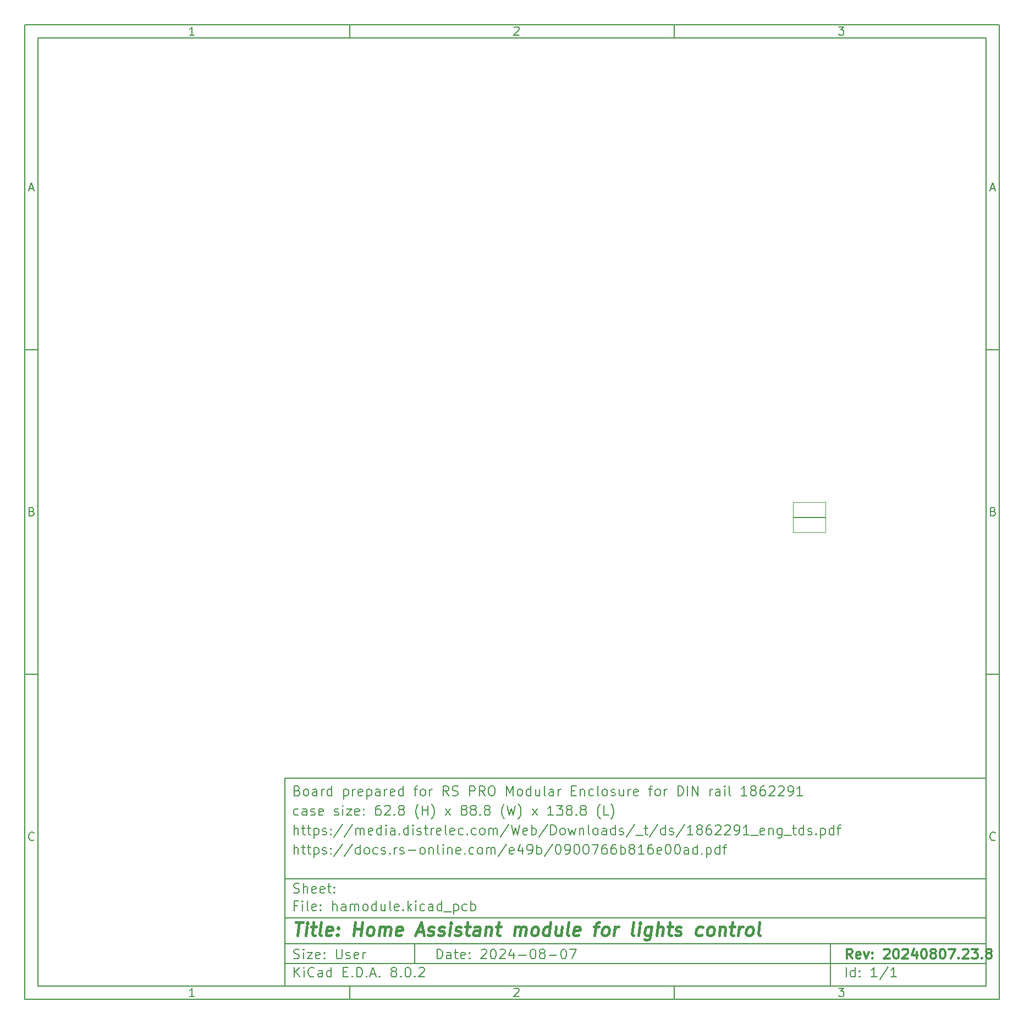
<source format=gbr>
%TF.GenerationSoftware,KiCad,Pcbnew,8.0.2*%
%TF.CreationDate,2024-08-07T18:03:01+02:00*%
%TF.ProjectId,hamodule,68616d6f-6475-46c6-952e-6b696361645f,20240807.23.8*%
%TF.SameCoordinates,Original*%
%TF.FileFunction,Other,User*%
%FSLAX46Y46*%
G04 Gerber Fmt 4.6, Leading zero omitted, Abs format (unit mm)*
G04 Created by KiCad (PCBNEW 8.0.2) date 2024-08-07 18:03:01*
%MOMM*%
%LPD*%
G01*
G04 APERTURE LIST*
%ADD10C,0.100000*%
%ADD11C,0.150000*%
%ADD12C,0.300000*%
%ADD13C,0.400000*%
%ADD14C,0.050000*%
G04 APERTURE END LIST*
D10*
D11*
X50002000Y-126002000D02*
X158002000Y-126002000D01*
X158002000Y-158002000D01*
X50002000Y-158002000D01*
X50002000Y-126002000D01*
D10*
D11*
X10000000Y-10000000D02*
X160002000Y-10000000D01*
X160002000Y-160002000D01*
X10000000Y-160002000D01*
X10000000Y-10000000D01*
D10*
D11*
X12000000Y-12000000D02*
X158002000Y-12000000D01*
X158002000Y-158002000D01*
X12000000Y-158002000D01*
X12000000Y-12000000D01*
D10*
D11*
X60000000Y-12000000D02*
X60000000Y-10000000D01*
D10*
D11*
X110000000Y-12000000D02*
X110000000Y-10000000D01*
D10*
D11*
X160000000Y-12000000D02*
X160000000Y-10000000D01*
D10*
D11*
X36089160Y-11593604D02*
X35346303Y-11593604D01*
X35717731Y-11593604D02*
X35717731Y-10293604D01*
X35717731Y-10293604D02*
X35593922Y-10479319D01*
X35593922Y-10479319D02*
X35470112Y-10603128D01*
X35470112Y-10603128D02*
X35346303Y-10665033D01*
D10*
D11*
X85346303Y-10417414D02*
X85408207Y-10355509D01*
X85408207Y-10355509D02*
X85532017Y-10293604D01*
X85532017Y-10293604D02*
X85841541Y-10293604D01*
X85841541Y-10293604D02*
X85965350Y-10355509D01*
X85965350Y-10355509D02*
X86027255Y-10417414D01*
X86027255Y-10417414D02*
X86089160Y-10541223D01*
X86089160Y-10541223D02*
X86089160Y-10665033D01*
X86089160Y-10665033D02*
X86027255Y-10850747D01*
X86027255Y-10850747D02*
X85284398Y-11593604D01*
X85284398Y-11593604D02*
X86089160Y-11593604D01*
D10*
D11*
X135284398Y-10293604D02*
X136089160Y-10293604D01*
X136089160Y-10293604D02*
X135655826Y-10788842D01*
X135655826Y-10788842D02*
X135841541Y-10788842D01*
X135841541Y-10788842D02*
X135965350Y-10850747D01*
X135965350Y-10850747D02*
X136027255Y-10912652D01*
X136027255Y-10912652D02*
X136089160Y-11036461D01*
X136089160Y-11036461D02*
X136089160Y-11345985D01*
X136089160Y-11345985D02*
X136027255Y-11469795D01*
X136027255Y-11469795D02*
X135965350Y-11531700D01*
X135965350Y-11531700D02*
X135841541Y-11593604D01*
X135841541Y-11593604D02*
X135470112Y-11593604D01*
X135470112Y-11593604D02*
X135346303Y-11531700D01*
X135346303Y-11531700D02*
X135284398Y-11469795D01*
D10*
D11*
X60000000Y-158002000D02*
X60000000Y-160002000D01*
D10*
D11*
X110000000Y-158002000D02*
X110000000Y-160002000D01*
D10*
D11*
X160000000Y-158002000D02*
X160000000Y-160002000D01*
D10*
D11*
X36089160Y-159595604D02*
X35346303Y-159595604D01*
X35717731Y-159595604D02*
X35717731Y-158295604D01*
X35717731Y-158295604D02*
X35593922Y-158481319D01*
X35593922Y-158481319D02*
X35470112Y-158605128D01*
X35470112Y-158605128D02*
X35346303Y-158667033D01*
D10*
D11*
X85346303Y-158419414D02*
X85408207Y-158357509D01*
X85408207Y-158357509D02*
X85532017Y-158295604D01*
X85532017Y-158295604D02*
X85841541Y-158295604D01*
X85841541Y-158295604D02*
X85965350Y-158357509D01*
X85965350Y-158357509D02*
X86027255Y-158419414D01*
X86027255Y-158419414D02*
X86089160Y-158543223D01*
X86089160Y-158543223D02*
X86089160Y-158667033D01*
X86089160Y-158667033D02*
X86027255Y-158852747D01*
X86027255Y-158852747D02*
X85284398Y-159595604D01*
X85284398Y-159595604D02*
X86089160Y-159595604D01*
D10*
D11*
X135284398Y-158295604D02*
X136089160Y-158295604D01*
X136089160Y-158295604D02*
X135655826Y-158790842D01*
X135655826Y-158790842D02*
X135841541Y-158790842D01*
X135841541Y-158790842D02*
X135965350Y-158852747D01*
X135965350Y-158852747D02*
X136027255Y-158914652D01*
X136027255Y-158914652D02*
X136089160Y-159038461D01*
X136089160Y-159038461D02*
X136089160Y-159347985D01*
X136089160Y-159347985D02*
X136027255Y-159471795D01*
X136027255Y-159471795D02*
X135965350Y-159533700D01*
X135965350Y-159533700D02*
X135841541Y-159595604D01*
X135841541Y-159595604D02*
X135470112Y-159595604D01*
X135470112Y-159595604D02*
X135346303Y-159533700D01*
X135346303Y-159533700D02*
X135284398Y-159471795D01*
D10*
D11*
X10000000Y-60000000D02*
X12000000Y-60000000D01*
D10*
D11*
X10000000Y-110000000D02*
X12000000Y-110000000D01*
D10*
D11*
X10000000Y-160000000D02*
X12000000Y-160000000D01*
D10*
D11*
X10690476Y-35222176D02*
X11309523Y-35222176D01*
X10566666Y-35593604D02*
X10999999Y-34293604D01*
X10999999Y-34293604D02*
X11433333Y-35593604D01*
D10*
D11*
X11092857Y-84912652D02*
X11278571Y-84974557D01*
X11278571Y-84974557D02*
X11340476Y-85036461D01*
X11340476Y-85036461D02*
X11402380Y-85160271D01*
X11402380Y-85160271D02*
X11402380Y-85345985D01*
X11402380Y-85345985D02*
X11340476Y-85469795D01*
X11340476Y-85469795D02*
X11278571Y-85531700D01*
X11278571Y-85531700D02*
X11154761Y-85593604D01*
X11154761Y-85593604D02*
X10659523Y-85593604D01*
X10659523Y-85593604D02*
X10659523Y-84293604D01*
X10659523Y-84293604D02*
X11092857Y-84293604D01*
X11092857Y-84293604D02*
X11216666Y-84355509D01*
X11216666Y-84355509D02*
X11278571Y-84417414D01*
X11278571Y-84417414D02*
X11340476Y-84541223D01*
X11340476Y-84541223D02*
X11340476Y-84665033D01*
X11340476Y-84665033D02*
X11278571Y-84788842D01*
X11278571Y-84788842D02*
X11216666Y-84850747D01*
X11216666Y-84850747D02*
X11092857Y-84912652D01*
X11092857Y-84912652D02*
X10659523Y-84912652D01*
D10*
D11*
X11402380Y-135469795D02*
X11340476Y-135531700D01*
X11340476Y-135531700D02*
X11154761Y-135593604D01*
X11154761Y-135593604D02*
X11030952Y-135593604D01*
X11030952Y-135593604D02*
X10845238Y-135531700D01*
X10845238Y-135531700D02*
X10721428Y-135407890D01*
X10721428Y-135407890D02*
X10659523Y-135284080D01*
X10659523Y-135284080D02*
X10597619Y-135036461D01*
X10597619Y-135036461D02*
X10597619Y-134850747D01*
X10597619Y-134850747D02*
X10659523Y-134603128D01*
X10659523Y-134603128D02*
X10721428Y-134479319D01*
X10721428Y-134479319D02*
X10845238Y-134355509D01*
X10845238Y-134355509D02*
X11030952Y-134293604D01*
X11030952Y-134293604D02*
X11154761Y-134293604D01*
X11154761Y-134293604D02*
X11340476Y-134355509D01*
X11340476Y-134355509D02*
X11402380Y-134417414D01*
D10*
D11*
X160002000Y-60000000D02*
X158002000Y-60000000D01*
D10*
D11*
X160002000Y-110000000D02*
X158002000Y-110000000D01*
D10*
D11*
X160002000Y-160000000D02*
X158002000Y-160000000D01*
D10*
D11*
X158692476Y-35222176D02*
X159311523Y-35222176D01*
X158568666Y-35593604D02*
X159001999Y-34293604D01*
X159001999Y-34293604D02*
X159435333Y-35593604D01*
D10*
D11*
X159094857Y-84912652D02*
X159280571Y-84974557D01*
X159280571Y-84974557D02*
X159342476Y-85036461D01*
X159342476Y-85036461D02*
X159404380Y-85160271D01*
X159404380Y-85160271D02*
X159404380Y-85345985D01*
X159404380Y-85345985D02*
X159342476Y-85469795D01*
X159342476Y-85469795D02*
X159280571Y-85531700D01*
X159280571Y-85531700D02*
X159156761Y-85593604D01*
X159156761Y-85593604D02*
X158661523Y-85593604D01*
X158661523Y-85593604D02*
X158661523Y-84293604D01*
X158661523Y-84293604D02*
X159094857Y-84293604D01*
X159094857Y-84293604D02*
X159218666Y-84355509D01*
X159218666Y-84355509D02*
X159280571Y-84417414D01*
X159280571Y-84417414D02*
X159342476Y-84541223D01*
X159342476Y-84541223D02*
X159342476Y-84665033D01*
X159342476Y-84665033D02*
X159280571Y-84788842D01*
X159280571Y-84788842D02*
X159218666Y-84850747D01*
X159218666Y-84850747D02*
X159094857Y-84912652D01*
X159094857Y-84912652D02*
X158661523Y-84912652D01*
D10*
D11*
X159404380Y-135469795D02*
X159342476Y-135531700D01*
X159342476Y-135531700D02*
X159156761Y-135593604D01*
X159156761Y-135593604D02*
X159032952Y-135593604D01*
X159032952Y-135593604D02*
X158847238Y-135531700D01*
X158847238Y-135531700D02*
X158723428Y-135407890D01*
X158723428Y-135407890D02*
X158661523Y-135284080D01*
X158661523Y-135284080D02*
X158599619Y-135036461D01*
X158599619Y-135036461D02*
X158599619Y-134850747D01*
X158599619Y-134850747D02*
X158661523Y-134603128D01*
X158661523Y-134603128D02*
X158723428Y-134479319D01*
X158723428Y-134479319D02*
X158847238Y-134355509D01*
X158847238Y-134355509D02*
X159032952Y-134293604D01*
X159032952Y-134293604D02*
X159156761Y-134293604D01*
X159156761Y-134293604D02*
X159342476Y-134355509D01*
X159342476Y-134355509D02*
X159404380Y-134417414D01*
D10*
D11*
X73457826Y-153788128D02*
X73457826Y-152288128D01*
X73457826Y-152288128D02*
X73814969Y-152288128D01*
X73814969Y-152288128D02*
X74029255Y-152359557D01*
X74029255Y-152359557D02*
X74172112Y-152502414D01*
X74172112Y-152502414D02*
X74243541Y-152645271D01*
X74243541Y-152645271D02*
X74314969Y-152930985D01*
X74314969Y-152930985D02*
X74314969Y-153145271D01*
X74314969Y-153145271D02*
X74243541Y-153430985D01*
X74243541Y-153430985D02*
X74172112Y-153573842D01*
X74172112Y-153573842D02*
X74029255Y-153716700D01*
X74029255Y-153716700D02*
X73814969Y-153788128D01*
X73814969Y-153788128D02*
X73457826Y-153788128D01*
X75600684Y-153788128D02*
X75600684Y-153002414D01*
X75600684Y-153002414D02*
X75529255Y-152859557D01*
X75529255Y-152859557D02*
X75386398Y-152788128D01*
X75386398Y-152788128D02*
X75100684Y-152788128D01*
X75100684Y-152788128D02*
X74957826Y-152859557D01*
X75600684Y-153716700D02*
X75457826Y-153788128D01*
X75457826Y-153788128D02*
X75100684Y-153788128D01*
X75100684Y-153788128D02*
X74957826Y-153716700D01*
X74957826Y-153716700D02*
X74886398Y-153573842D01*
X74886398Y-153573842D02*
X74886398Y-153430985D01*
X74886398Y-153430985D02*
X74957826Y-153288128D01*
X74957826Y-153288128D02*
X75100684Y-153216700D01*
X75100684Y-153216700D02*
X75457826Y-153216700D01*
X75457826Y-153216700D02*
X75600684Y-153145271D01*
X76100684Y-152788128D02*
X76672112Y-152788128D01*
X76314969Y-152288128D02*
X76314969Y-153573842D01*
X76314969Y-153573842D02*
X76386398Y-153716700D01*
X76386398Y-153716700D02*
X76529255Y-153788128D01*
X76529255Y-153788128D02*
X76672112Y-153788128D01*
X77743541Y-153716700D02*
X77600684Y-153788128D01*
X77600684Y-153788128D02*
X77314970Y-153788128D01*
X77314970Y-153788128D02*
X77172112Y-153716700D01*
X77172112Y-153716700D02*
X77100684Y-153573842D01*
X77100684Y-153573842D02*
X77100684Y-153002414D01*
X77100684Y-153002414D02*
X77172112Y-152859557D01*
X77172112Y-152859557D02*
X77314970Y-152788128D01*
X77314970Y-152788128D02*
X77600684Y-152788128D01*
X77600684Y-152788128D02*
X77743541Y-152859557D01*
X77743541Y-152859557D02*
X77814970Y-153002414D01*
X77814970Y-153002414D02*
X77814970Y-153145271D01*
X77814970Y-153145271D02*
X77100684Y-153288128D01*
X78457826Y-153645271D02*
X78529255Y-153716700D01*
X78529255Y-153716700D02*
X78457826Y-153788128D01*
X78457826Y-153788128D02*
X78386398Y-153716700D01*
X78386398Y-153716700D02*
X78457826Y-153645271D01*
X78457826Y-153645271D02*
X78457826Y-153788128D01*
X78457826Y-152859557D02*
X78529255Y-152930985D01*
X78529255Y-152930985D02*
X78457826Y-153002414D01*
X78457826Y-153002414D02*
X78386398Y-152930985D01*
X78386398Y-152930985D02*
X78457826Y-152859557D01*
X78457826Y-152859557D02*
X78457826Y-153002414D01*
X80243541Y-152430985D02*
X80314969Y-152359557D01*
X80314969Y-152359557D02*
X80457827Y-152288128D01*
X80457827Y-152288128D02*
X80814969Y-152288128D01*
X80814969Y-152288128D02*
X80957827Y-152359557D01*
X80957827Y-152359557D02*
X81029255Y-152430985D01*
X81029255Y-152430985D02*
X81100684Y-152573842D01*
X81100684Y-152573842D02*
X81100684Y-152716700D01*
X81100684Y-152716700D02*
X81029255Y-152930985D01*
X81029255Y-152930985D02*
X80172112Y-153788128D01*
X80172112Y-153788128D02*
X81100684Y-153788128D01*
X82029255Y-152288128D02*
X82172112Y-152288128D01*
X82172112Y-152288128D02*
X82314969Y-152359557D01*
X82314969Y-152359557D02*
X82386398Y-152430985D01*
X82386398Y-152430985D02*
X82457826Y-152573842D01*
X82457826Y-152573842D02*
X82529255Y-152859557D01*
X82529255Y-152859557D02*
X82529255Y-153216700D01*
X82529255Y-153216700D02*
X82457826Y-153502414D01*
X82457826Y-153502414D02*
X82386398Y-153645271D01*
X82386398Y-153645271D02*
X82314969Y-153716700D01*
X82314969Y-153716700D02*
X82172112Y-153788128D01*
X82172112Y-153788128D02*
X82029255Y-153788128D01*
X82029255Y-153788128D02*
X81886398Y-153716700D01*
X81886398Y-153716700D02*
X81814969Y-153645271D01*
X81814969Y-153645271D02*
X81743540Y-153502414D01*
X81743540Y-153502414D02*
X81672112Y-153216700D01*
X81672112Y-153216700D02*
X81672112Y-152859557D01*
X81672112Y-152859557D02*
X81743540Y-152573842D01*
X81743540Y-152573842D02*
X81814969Y-152430985D01*
X81814969Y-152430985D02*
X81886398Y-152359557D01*
X81886398Y-152359557D02*
X82029255Y-152288128D01*
X83100683Y-152430985D02*
X83172111Y-152359557D01*
X83172111Y-152359557D02*
X83314969Y-152288128D01*
X83314969Y-152288128D02*
X83672111Y-152288128D01*
X83672111Y-152288128D02*
X83814969Y-152359557D01*
X83814969Y-152359557D02*
X83886397Y-152430985D01*
X83886397Y-152430985D02*
X83957826Y-152573842D01*
X83957826Y-152573842D02*
X83957826Y-152716700D01*
X83957826Y-152716700D02*
X83886397Y-152930985D01*
X83886397Y-152930985D02*
X83029254Y-153788128D01*
X83029254Y-153788128D02*
X83957826Y-153788128D01*
X85243540Y-152788128D02*
X85243540Y-153788128D01*
X84886397Y-152216700D02*
X84529254Y-153288128D01*
X84529254Y-153288128D02*
X85457825Y-153288128D01*
X86029253Y-153216700D02*
X87172111Y-153216700D01*
X88172111Y-152288128D02*
X88314968Y-152288128D01*
X88314968Y-152288128D02*
X88457825Y-152359557D01*
X88457825Y-152359557D02*
X88529254Y-152430985D01*
X88529254Y-152430985D02*
X88600682Y-152573842D01*
X88600682Y-152573842D02*
X88672111Y-152859557D01*
X88672111Y-152859557D02*
X88672111Y-153216700D01*
X88672111Y-153216700D02*
X88600682Y-153502414D01*
X88600682Y-153502414D02*
X88529254Y-153645271D01*
X88529254Y-153645271D02*
X88457825Y-153716700D01*
X88457825Y-153716700D02*
X88314968Y-153788128D01*
X88314968Y-153788128D02*
X88172111Y-153788128D01*
X88172111Y-153788128D02*
X88029254Y-153716700D01*
X88029254Y-153716700D02*
X87957825Y-153645271D01*
X87957825Y-153645271D02*
X87886396Y-153502414D01*
X87886396Y-153502414D02*
X87814968Y-153216700D01*
X87814968Y-153216700D02*
X87814968Y-152859557D01*
X87814968Y-152859557D02*
X87886396Y-152573842D01*
X87886396Y-152573842D02*
X87957825Y-152430985D01*
X87957825Y-152430985D02*
X88029254Y-152359557D01*
X88029254Y-152359557D02*
X88172111Y-152288128D01*
X89529253Y-152930985D02*
X89386396Y-152859557D01*
X89386396Y-152859557D02*
X89314967Y-152788128D01*
X89314967Y-152788128D02*
X89243539Y-152645271D01*
X89243539Y-152645271D02*
X89243539Y-152573842D01*
X89243539Y-152573842D02*
X89314967Y-152430985D01*
X89314967Y-152430985D02*
X89386396Y-152359557D01*
X89386396Y-152359557D02*
X89529253Y-152288128D01*
X89529253Y-152288128D02*
X89814967Y-152288128D01*
X89814967Y-152288128D02*
X89957825Y-152359557D01*
X89957825Y-152359557D02*
X90029253Y-152430985D01*
X90029253Y-152430985D02*
X90100682Y-152573842D01*
X90100682Y-152573842D02*
X90100682Y-152645271D01*
X90100682Y-152645271D02*
X90029253Y-152788128D01*
X90029253Y-152788128D02*
X89957825Y-152859557D01*
X89957825Y-152859557D02*
X89814967Y-152930985D01*
X89814967Y-152930985D02*
X89529253Y-152930985D01*
X89529253Y-152930985D02*
X89386396Y-153002414D01*
X89386396Y-153002414D02*
X89314967Y-153073842D01*
X89314967Y-153073842D02*
X89243539Y-153216700D01*
X89243539Y-153216700D02*
X89243539Y-153502414D01*
X89243539Y-153502414D02*
X89314967Y-153645271D01*
X89314967Y-153645271D02*
X89386396Y-153716700D01*
X89386396Y-153716700D02*
X89529253Y-153788128D01*
X89529253Y-153788128D02*
X89814967Y-153788128D01*
X89814967Y-153788128D02*
X89957825Y-153716700D01*
X89957825Y-153716700D02*
X90029253Y-153645271D01*
X90029253Y-153645271D02*
X90100682Y-153502414D01*
X90100682Y-153502414D02*
X90100682Y-153216700D01*
X90100682Y-153216700D02*
X90029253Y-153073842D01*
X90029253Y-153073842D02*
X89957825Y-153002414D01*
X89957825Y-153002414D02*
X89814967Y-152930985D01*
X90743538Y-153216700D02*
X91886396Y-153216700D01*
X92886396Y-152288128D02*
X93029253Y-152288128D01*
X93029253Y-152288128D02*
X93172110Y-152359557D01*
X93172110Y-152359557D02*
X93243539Y-152430985D01*
X93243539Y-152430985D02*
X93314967Y-152573842D01*
X93314967Y-152573842D02*
X93386396Y-152859557D01*
X93386396Y-152859557D02*
X93386396Y-153216700D01*
X93386396Y-153216700D02*
X93314967Y-153502414D01*
X93314967Y-153502414D02*
X93243539Y-153645271D01*
X93243539Y-153645271D02*
X93172110Y-153716700D01*
X93172110Y-153716700D02*
X93029253Y-153788128D01*
X93029253Y-153788128D02*
X92886396Y-153788128D01*
X92886396Y-153788128D02*
X92743539Y-153716700D01*
X92743539Y-153716700D02*
X92672110Y-153645271D01*
X92672110Y-153645271D02*
X92600681Y-153502414D01*
X92600681Y-153502414D02*
X92529253Y-153216700D01*
X92529253Y-153216700D02*
X92529253Y-152859557D01*
X92529253Y-152859557D02*
X92600681Y-152573842D01*
X92600681Y-152573842D02*
X92672110Y-152430985D01*
X92672110Y-152430985D02*
X92743539Y-152359557D01*
X92743539Y-152359557D02*
X92886396Y-152288128D01*
X93886395Y-152288128D02*
X94886395Y-152288128D01*
X94886395Y-152288128D02*
X94243538Y-153788128D01*
D10*
D11*
X50002000Y-154502000D02*
X158002000Y-154502000D01*
D10*
D11*
X51457826Y-156588128D02*
X51457826Y-155088128D01*
X52314969Y-156588128D02*
X51672112Y-155730985D01*
X52314969Y-155088128D02*
X51457826Y-155945271D01*
X52957826Y-156588128D02*
X52957826Y-155588128D01*
X52957826Y-155088128D02*
X52886398Y-155159557D01*
X52886398Y-155159557D02*
X52957826Y-155230985D01*
X52957826Y-155230985D02*
X53029255Y-155159557D01*
X53029255Y-155159557D02*
X52957826Y-155088128D01*
X52957826Y-155088128D02*
X52957826Y-155230985D01*
X54529255Y-156445271D02*
X54457827Y-156516700D01*
X54457827Y-156516700D02*
X54243541Y-156588128D01*
X54243541Y-156588128D02*
X54100684Y-156588128D01*
X54100684Y-156588128D02*
X53886398Y-156516700D01*
X53886398Y-156516700D02*
X53743541Y-156373842D01*
X53743541Y-156373842D02*
X53672112Y-156230985D01*
X53672112Y-156230985D02*
X53600684Y-155945271D01*
X53600684Y-155945271D02*
X53600684Y-155730985D01*
X53600684Y-155730985D02*
X53672112Y-155445271D01*
X53672112Y-155445271D02*
X53743541Y-155302414D01*
X53743541Y-155302414D02*
X53886398Y-155159557D01*
X53886398Y-155159557D02*
X54100684Y-155088128D01*
X54100684Y-155088128D02*
X54243541Y-155088128D01*
X54243541Y-155088128D02*
X54457827Y-155159557D01*
X54457827Y-155159557D02*
X54529255Y-155230985D01*
X55814970Y-156588128D02*
X55814970Y-155802414D01*
X55814970Y-155802414D02*
X55743541Y-155659557D01*
X55743541Y-155659557D02*
X55600684Y-155588128D01*
X55600684Y-155588128D02*
X55314970Y-155588128D01*
X55314970Y-155588128D02*
X55172112Y-155659557D01*
X55814970Y-156516700D02*
X55672112Y-156588128D01*
X55672112Y-156588128D02*
X55314970Y-156588128D01*
X55314970Y-156588128D02*
X55172112Y-156516700D01*
X55172112Y-156516700D02*
X55100684Y-156373842D01*
X55100684Y-156373842D02*
X55100684Y-156230985D01*
X55100684Y-156230985D02*
X55172112Y-156088128D01*
X55172112Y-156088128D02*
X55314970Y-156016700D01*
X55314970Y-156016700D02*
X55672112Y-156016700D01*
X55672112Y-156016700D02*
X55814970Y-155945271D01*
X57172113Y-156588128D02*
X57172113Y-155088128D01*
X57172113Y-156516700D02*
X57029255Y-156588128D01*
X57029255Y-156588128D02*
X56743541Y-156588128D01*
X56743541Y-156588128D02*
X56600684Y-156516700D01*
X56600684Y-156516700D02*
X56529255Y-156445271D01*
X56529255Y-156445271D02*
X56457827Y-156302414D01*
X56457827Y-156302414D02*
X56457827Y-155873842D01*
X56457827Y-155873842D02*
X56529255Y-155730985D01*
X56529255Y-155730985D02*
X56600684Y-155659557D01*
X56600684Y-155659557D02*
X56743541Y-155588128D01*
X56743541Y-155588128D02*
X57029255Y-155588128D01*
X57029255Y-155588128D02*
X57172113Y-155659557D01*
X59029255Y-155802414D02*
X59529255Y-155802414D01*
X59743541Y-156588128D02*
X59029255Y-156588128D01*
X59029255Y-156588128D02*
X59029255Y-155088128D01*
X59029255Y-155088128D02*
X59743541Y-155088128D01*
X60386398Y-156445271D02*
X60457827Y-156516700D01*
X60457827Y-156516700D02*
X60386398Y-156588128D01*
X60386398Y-156588128D02*
X60314970Y-156516700D01*
X60314970Y-156516700D02*
X60386398Y-156445271D01*
X60386398Y-156445271D02*
X60386398Y-156588128D01*
X61100684Y-156588128D02*
X61100684Y-155088128D01*
X61100684Y-155088128D02*
X61457827Y-155088128D01*
X61457827Y-155088128D02*
X61672113Y-155159557D01*
X61672113Y-155159557D02*
X61814970Y-155302414D01*
X61814970Y-155302414D02*
X61886399Y-155445271D01*
X61886399Y-155445271D02*
X61957827Y-155730985D01*
X61957827Y-155730985D02*
X61957827Y-155945271D01*
X61957827Y-155945271D02*
X61886399Y-156230985D01*
X61886399Y-156230985D02*
X61814970Y-156373842D01*
X61814970Y-156373842D02*
X61672113Y-156516700D01*
X61672113Y-156516700D02*
X61457827Y-156588128D01*
X61457827Y-156588128D02*
X61100684Y-156588128D01*
X62600684Y-156445271D02*
X62672113Y-156516700D01*
X62672113Y-156516700D02*
X62600684Y-156588128D01*
X62600684Y-156588128D02*
X62529256Y-156516700D01*
X62529256Y-156516700D02*
X62600684Y-156445271D01*
X62600684Y-156445271D02*
X62600684Y-156588128D01*
X63243542Y-156159557D02*
X63957828Y-156159557D01*
X63100685Y-156588128D02*
X63600685Y-155088128D01*
X63600685Y-155088128D02*
X64100685Y-156588128D01*
X64600684Y-156445271D02*
X64672113Y-156516700D01*
X64672113Y-156516700D02*
X64600684Y-156588128D01*
X64600684Y-156588128D02*
X64529256Y-156516700D01*
X64529256Y-156516700D02*
X64600684Y-156445271D01*
X64600684Y-156445271D02*
X64600684Y-156588128D01*
X66672113Y-155730985D02*
X66529256Y-155659557D01*
X66529256Y-155659557D02*
X66457827Y-155588128D01*
X66457827Y-155588128D02*
X66386399Y-155445271D01*
X66386399Y-155445271D02*
X66386399Y-155373842D01*
X66386399Y-155373842D02*
X66457827Y-155230985D01*
X66457827Y-155230985D02*
X66529256Y-155159557D01*
X66529256Y-155159557D02*
X66672113Y-155088128D01*
X66672113Y-155088128D02*
X66957827Y-155088128D01*
X66957827Y-155088128D02*
X67100685Y-155159557D01*
X67100685Y-155159557D02*
X67172113Y-155230985D01*
X67172113Y-155230985D02*
X67243542Y-155373842D01*
X67243542Y-155373842D02*
X67243542Y-155445271D01*
X67243542Y-155445271D02*
X67172113Y-155588128D01*
X67172113Y-155588128D02*
X67100685Y-155659557D01*
X67100685Y-155659557D02*
X66957827Y-155730985D01*
X66957827Y-155730985D02*
X66672113Y-155730985D01*
X66672113Y-155730985D02*
X66529256Y-155802414D01*
X66529256Y-155802414D02*
X66457827Y-155873842D01*
X66457827Y-155873842D02*
X66386399Y-156016700D01*
X66386399Y-156016700D02*
X66386399Y-156302414D01*
X66386399Y-156302414D02*
X66457827Y-156445271D01*
X66457827Y-156445271D02*
X66529256Y-156516700D01*
X66529256Y-156516700D02*
X66672113Y-156588128D01*
X66672113Y-156588128D02*
X66957827Y-156588128D01*
X66957827Y-156588128D02*
X67100685Y-156516700D01*
X67100685Y-156516700D02*
X67172113Y-156445271D01*
X67172113Y-156445271D02*
X67243542Y-156302414D01*
X67243542Y-156302414D02*
X67243542Y-156016700D01*
X67243542Y-156016700D02*
X67172113Y-155873842D01*
X67172113Y-155873842D02*
X67100685Y-155802414D01*
X67100685Y-155802414D02*
X66957827Y-155730985D01*
X67886398Y-156445271D02*
X67957827Y-156516700D01*
X67957827Y-156516700D02*
X67886398Y-156588128D01*
X67886398Y-156588128D02*
X67814970Y-156516700D01*
X67814970Y-156516700D02*
X67886398Y-156445271D01*
X67886398Y-156445271D02*
X67886398Y-156588128D01*
X68886399Y-155088128D02*
X69029256Y-155088128D01*
X69029256Y-155088128D02*
X69172113Y-155159557D01*
X69172113Y-155159557D02*
X69243542Y-155230985D01*
X69243542Y-155230985D02*
X69314970Y-155373842D01*
X69314970Y-155373842D02*
X69386399Y-155659557D01*
X69386399Y-155659557D02*
X69386399Y-156016700D01*
X69386399Y-156016700D02*
X69314970Y-156302414D01*
X69314970Y-156302414D02*
X69243542Y-156445271D01*
X69243542Y-156445271D02*
X69172113Y-156516700D01*
X69172113Y-156516700D02*
X69029256Y-156588128D01*
X69029256Y-156588128D02*
X68886399Y-156588128D01*
X68886399Y-156588128D02*
X68743542Y-156516700D01*
X68743542Y-156516700D02*
X68672113Y-156445271D01*
X68672113Y-156445271D02*
X68600684Y-156302414D01*
X68600684Y-156302414D02*
X68529256Y-156016700D01*
X68529256Y-156016700D02*
X68529256Y-155659557D01*
X68529256Y-155659557D02*
X68600684Y-155373842D01*
X68600684Y-155373842D02*
X68672113Y-155230985D01*
X68672113Y-155230985D02*
X68743542Y-155159557D01*
X68743542Y-155159557D02*
X68886399Y-155088128D01*
X70029255Y-156445271D02*
X70100684Y-156516700D01*
X70100684Y-156516700D02*
X70029255Y-156588128D01*
X70029255Y-156588128D02*
X69957827Y-156516700D01*
X69957827Y-156516700D02*
X70029255Y-156445271D01*
X70029255Y-156445271D02*
X70029255Y-156588128D01*
X70672113Y-155230985D02*
X70743541Y-155159557D01*
X70743541Y-155159557D02*
X70886399Y-155088128D01*
X70886399Y-155088128D02*
X71243541Y-155088128D01*
X71243541Y-155088128D02*
X71386399Y-155159557D01*
X71386399Y-155159557D02*
X71457827Y-155230985D01*
X71457827Y-155230985D02*
X71529256Y-155373842D01*
X71529256Y-155373842D02*
X71529256Y-155516700D01*
X71529256Y-155516700D02*
X71457827Y-155730985D01*
X71457827Y-155730985D02*
X70600684Y-156588128D01*
X70600684Y-156588128D02*
X71529256Y-156588128D01*
D10*
D11*
X50002000Y-151502000D02*
X158002000Y-151502000D01*
D10*
D12*
X137413653Y-153780328D02*
X136913653Y-153066042D01*
X136556510Y-153780328D02*
X136556510Y-152280328D01*
X136556510Y-152280328D02*
X137127939Y-152280328D01*
X137127939Y-152280328D02*
X137270796Y-152351757D01*
X137270796Y-152351757D02*
X137342225Y-152423185D01*
X137342225Y-152423185D02*
X137413653Y-152566042D01*
X137413653Y-152566042D02*
X137413653Y-152780328D01*
X137413653Y-152780328D02*
X137342225Y-152923185D01*
X137342225Y-152923185D02*
X137270796Y-152994614D01*
X137270796Y-152994614D02*
X137127939Y-153066042D01*
X137127939Y-153066042D02*
X136556510Y-153066042D01*
X138627939Y-153708900D02*
X138485082Y-153780328D01*
X138485082Y-153780328D02*
X138199368Y-153780328D01*
X138199368Y-153780328D02*
X138056510Y-153708900D01*
X138056510Y-153708900D02*
X137985082Y-153566042D01*
X137985082Y-153566042D02*
X137985082Y-152994614D01*
X137985082Y-152994614D02*
X138056510Y-152851757D01*
X138056510Y-152851757D02*
X138199368Y-152780328D01*
X138199368Y-152780328D02*
X138485082Y-152780328D01*
X138485082Y-152780328D02*
X138627939Y-152851757D01*
X138627939Y-152851757D02*
X138699368Y-152994614D01*
X138699368Y-152994614D02*
X138699368Y-153137471D01*
X138699368Y-153137471D02*
X137985082Y-153280328D01*
X139199367Y-152780328D02*
X139556510Y-153780328D01*
X139556510Y-153780328D02*
X139913653Y-152780328D01*
X140485081Y-153637471D02*
X140556510Y-153708900D01*
X140556510Y-153708900D02*
X140485081Y-153780328D01*
X140485081Y-153780328D02*
X140413653Y-153708900D01*
X140413653Y-153708900D02*
X140485081Y-153637471D01*
X140485081Y-153637471D02*
X140485081Y-153780328D01*
X140485081Y-152851757D02*
X140556510Y-152923185D01*
X140556510Y-152923185D02*
X140485081Y-152994614D01*
X140485081Y-152994614D02*
X140413653Y-152923185D01*
X140413653Y-152923185D02*
X140485081Y-152851757D01*
X140485081Y-152851757D02*
X140485081Y-152994614D01*
X142270796Y-152423185D02*
X142342224Y-152351757D01*
X142342224Y-152351757D02*
X142485082Y-152280328D01*
X142485082Y-152280328D02*
X142842224Y-152280328D01*
X142842224Y-152280328D02*
X142985082Y-152351757D01*
X142985082Y-152351757D02*
X143056510Y-152423185D01*
X143056510Y-152423185D02*
X143127939Y-152566042D01*
X143127939Y-152566042D02*
X143127939Y-152708900D01*
X143127939Y-152708900D02*
X143056510Y-152923185D01*
X143056510Y-152923185D02*
X142199367Y-153780328D01*
X142199367Y-153780328D02*
X143127939Y-153780328D01*
X144056510Y-152280328D02*
X144199367Y-152280328D01*
X144199367Y-152280328D02*
X144342224Y-152351757D01*
X144342224Y-152351757D02*
X144413653Y-152423185D01*
X144413653Y-152423185D02*
X144485081Y-152566042D01*
X144485081Y-152566042D02*
X144556510Y-152851757D01*
X144556510Y-152851757D02*
X144556510Y-153208900D01*
X144556510Y-153208900D02*
X144485081Y-153494614D01*
X144485081Y-153494614D02*
X144413653Y-153637471D01*
X144413653Y-153637471D02*
X144342224Y-153708900D01*
X144342224Y-153708900D02*
X144199367Y-153780328D01*
X144199367Y-153780328D02*
X144056510Y-153780328D01*
X144056510Y-153780328D02*
X143913653Y-153708900D01*
X143913653Y-153708900D02*
X143842224Y-153637471D01*
X143842224Y-153637471D02*
X143770795Y-153494614D01*
X143770795Y-153494614D02*
X143699367Y-153208900D01*
X143699367Y-153208900D02*
X143699367Y-152851757D01*
X143699367Y-152851757D02*
X143770795Y-152566042D01*
X143770795Y-152566042D02*
X143842224Y-152423185D01*
X143842224Y-152423185D02*
X143913653Y-152351757D01*
X143913653Y-152351757D02*
X144056510Y-152280328D01*
X145127938Y-152423185D02*
X145199366Y-152351757D01*
X145199366Y-152351757D02*
X145342224Y-152280328D01*
X145342224Y-152280328D02*
X145699366Y-152280328D01*
X145699366Y-152280328D02*
X145842224Y-152351757D01*
X145842224Y-152351757D02*
X145913652Y-152423185D01*
X145913652Y-152423185D02*
X145985081Y-152566042D01*
X145985081Y-152566042D02*
X145985081Y-152708900D01*
X145985081Y-152708900D02*
X145913652Y-152923185D01*
X145913652Y-152923185D02*
X145056509Y-153780328D01*
X145056509Y-153780328D02*
X145985081Y-153780328D01*
X147270795Y-152780328D02*
X147270795Y-153780328D01*
X146913652Y-152208900D02*
X146556509Y-153280328D01*
X146556509Y-153280328D02*
X147485080Y-153280328D01*
X148342223Y-152280328D02*
X148485080Y-152280328D01*
X148485080Y-152280328D02*
X148627937Y-152351757D01*
X148627937Y-152351757D02*
X148699366Y-152423185D01*
X148699366Y-152423185D02*
X148770794Y-152566042D01*
X148770794Y-152566042D02*
X148842223Y-152851757D01*
X148842223Y-152851757D02*
X148842223Y-153208900D01*
X148842223Y-153208900D02*
X148770794Y-153494614D01*
X148770794Y-153494614D02*
X148699366Y-153637471D01*
X148699366Y-153637471D02*
X148627937Y-153708900D01*
X148627937Y-153708900D02*
X148485080Y-153780328D01*
X148485080Y-153780328D02*
X148342223Y-153780328D01*
X148342223Y-153780328D02*
X148199366Y-153708900D01*
X148199366Y-153708900D02*
X148127937Y-153637471D01*
X148127937Y-153637471D02*
X148056508Y-153494614D01*
X148056508Y-153494614D02*
X147985080Y-153208900D01*
X147985080Y-153208900D02*
X147985080Y-152851757D01*
X147985080Y-152851757D02*
X148056508Y-152566042D01*
X148056508Y-152566042D02*
X148127937Y-152423185D01*
X148127937Y-152423185D02*
X148199366Y-152351757D01*
X148199366Y-152351757D02*
X148342223Y-152280328D01*
X149699365Y-152923185D02*
X149556508Y-152851757D01*
X149556508Y-152851757D02*
X149485079Y-152780328D01*
X149485079Y-152780328D02*
X149413651Y-152637471D01*
X149413651Y-152637471D02*
X149413651Y-152566042D01*
X149413651Y-152566042D02*
X149485079Y-152423185D01*
X149485079Y-152423185D02*
X149556508Y-152351757D01*
X149556508Y-152351757D02*
X149699365Y-152280328D01*
X149699365Y-152280328D02*
X149985079Y-152280328D01*
X149985079Y-152280328D02*
X150127937Y-152351757D01*
X150127937Y-152351757D02*
X150199365Y-152423185D01*
X150199365Y-152423185D02*
X150270794Y-152566042D01*
X150270794Y-152566042D02*
X150270794Y-152637471D01*
X150270794Y-152637471D02*
X150199365Y-152780328D01*
X150199365Y-152780328D02*
X150127937Y-152851757D01*
X150127937Y-152851757D02*
X149985079Y-152923185D01*
X149985079Y-152923185D02*
X149699365Y-152923185D01*
X149699365Y-152923185D02*
X149556508Y-152994614D01*
X149556508Y-152994614D02*
X149485079Y-153066042D01*
X149485079Y-153066042D02*
X149413651Y-153208900D01*
X149413651Y-153208900D02*
X149413651Y-153494614D01*
X149413651Y-153494614D02*
X149485079Y-153637471D01*
X149485079Y-153637471D02*
X149556508Y-153708900D01*
X149556508Y-153708900D02*
X149699365Y-153780328D01*
X149699365Y-153780328D02*
X149985079Y-153780328D01*
X149985079Y-153780328D02*
X150127937Y-153708900D01*
X150127937Y-153708900D02*
X150199365Y-153637471D01*
X150199365Y-153637471D02*
X150270794Y-153494614D01*
X150270794Y-153494614D02*
X150270794Y-153208900D01*
X150270794Y-153208900D02*
X150199365Y-153066042D01*
X150199365Y-153066042D02*
X150127937Y-152994614D01*
X150127937Y-152994614D02*
X149985079Y-152923185D01*
X151199365Y-152280328D02*
X151342222Y-152280328D01*
X151342222Y-152280328D02*
X151485079Y-152351757D01*
X151485079Y-152351757D02*
X151556508Y-152423185D01*
X151556508Y-152423185D02*
X151627936Y-152566042D01*
X151627936Y-152566042D02*
X151699365Y-152851757D01*
X151699365Y-152851757D02*
X151699365Y-153208900D01*
X151699365Y-153208900D02*
X151627936Y-153494614D01*
X151627936Y-153494614D02*
X151556508Y-153637471D01*
X151556508Y-153637471D02*
X151485079Y-153708900D01*
X151485079Y-153708900D02*
X151342222Y-153780328D01*
X151342222Y-153780328D02*
X151199365Y-153780328D01*
X151199365Y-153780328D02*
X151056508Y-153708900D01*
X151056508Y-153708900D02*
X150985079Y-153637471D01*
X150985079Y-153637471D02*
X150913650Y-153494614D01*
X150913650Y-153494614D02*
X150842222Y-153208900D01*
X150842222Y-153208900D02*
X150842222Y-152851757D01*
X150842222Y-152851757D02*
X150913650Y-152566042D01*
X150913650Y-152566042D02*
X150985079Y-152423185D01*
X150985079Y-152423185D02*
X151056508Y-152351757D01*
X151056508Y-152351757D02*
X151199365Y-152280328D01*
X152199364Y-152280328D02*
X153199364Y-152280328D01*
X153199364Y-152280328D02*
X152556507Y-153780328D01*
X153770792Y-153637471D02*
X153842221Y-153708900D01*
X153842221Y-153708900D02*
X153770792Y-153780328D01*
X153770792Y-153780328D02*
X153699364Y-153708900D01*
X153699364Y-153708900D02*
X153770792Y-153637471D01*
X153770792Y-153637471D02*
X153770792Y-153780328D01*
X154413650Y-152423185D02*
X154485078Y-152351757D01*
X154485078Y-152351757D02*
X154627936Y-152280328D01*
X154627936Y-152280328D02*
X154985078Y-152280328D01*
X154985078Y-152280328D02*
X155127936Y-152351757D01*
X155127936Y-152351757D02*
X155199364Y-152423185D01*
X155199364Y-152423185D02*
X155270793Y-152566042D01*
X155270793Y-152566042D02*
X155270793Y-152708900D01*
X155270793Y-152708900D02*
X155199364Y-152923185D01*
X155199364Y-152923185D02*
X154342221Y-153780328D01*
X154342221Y-153780328D02*
X155270793Y-153780328D01*
X155770792Y-152280328D02*
X156699364Y-152280328D01*
X156699364Y-152280328D02*
X156199364Y-152851757D01*
X156199364Y-152851757D02*
X156413649Y-152851757D01*
X156413649Y-152851757D02*
X156556507Y-152923185D01*
X156556507Y-152923185D02*
X156627935Y-152994614D01*
X156627935Y-152994614D02*
X156699364Y-153137471D01*
X156699364Y-153137471D02*
X156699364Y-153494614D01*
X156699364Y-153494614D02*
X156627935Y-153637471D01*
X156627935Y-153637471D02*
X156556507Y-153708900D01*
X156556507Y-153708900D02*
X156413649Y-153780328D01*
X156413649Y-153780328D02*
X155985078Y-153780328D01*
X155985078Y-153780328D02*
X155842221Y-153708900D01*
X155842221Y-153708900D02*
X155770792Y-153637471D01*
X157342220Y-153637471D02*
X157413649Y-153708900D01*
X157413649Y-153708900D02*
X157342220Y-153780328D01*
X157342220Y-153780328D02*
X157270792Y-153708900D01*
X157270792Y-153708900D02*
X157342220Y-153637471D01*
X157342220Y-153637471D02*
X157342220Y-153780328D01*
X158270792Y-152923185D02*
X158127935Y-152851757D01*
X158127935Y-152851757D02*
X158056506Y-152780328D01*
X158056506Y-152780328D02*
X157985078Y-152637471D01*
X157985078Y-152637471D02*
X157985078Y-152566042D01*
X157985078Y-152566042D02*
X158056506Y-152423185D01*
X158056506Y-152423185D02*
X158127935Y-152351757D01*
X158127935Y-152351757D02*
X158270792Y-152280328D01*
X158270792Y-152280328D02*
X158556506Y-152280328D01*
X158556506Y-152280328D02*
X158699364Y-152351757D01*
X158699364Y-152351757D02*
X158770792Y-152423185D01*
X158770792Y-152423185D02*
X158842221Y-152566042D01*
X158842221Y-152566042D02*
X158842221Y-152637471D01*
X158842221Y-152637471D02*
X158770792Y-152780328D01*
X158770792Y-152780328D02*
X158699364Y-152851757D01*
X158699364Y-152851757D02*
X158556506Y-152923185D01*
X158556506Y-152923185D02*
X158270792Y-152923185D01*
X158270792Y-152923185D02*
X158127935Y-152994614D01*
X158127935Y-152994614D02*
X158056506Y-153066042D01*
X158056506Y-153066042D02*
X157985078Y-153208900D01*
X157985078Y-153208900D02*
X157985078Y-153494614D01*
X157985078Y-153494614D02*
X158056506Y-153637471D01*
X158056506Y-153637471D02*
X158127935Y-153708900D01*
X158127935Y-153708900D02*
X158270792Y-153780328D01*
X158270792Y-153780328D02*
X158556506Y-153780328D01*
X158556506Y-153780328D02*
X158699364Y-153708900D01*
X158699364Y-153708900D02*
X158770792Y-153637471D01*
X158770792Y-153637471D02*
X158842221Y-153494614D01*
X158842221Y-153494614D02*
X158842221Y-153208900D01*
X158842221Y-153208900D02*
X158770792Y-153066042D01*
X158770792Y-153066042D02*
X158699364Y-152994614D01*
X158699364Y-152994614D02*
X158556506Y-152923185D01*
D10*
D11*
X51386398Y-153716700D02*
X51600684Y-153788128D01*
X51600684Y-153788128D02*
X51957826Y-153788128D01*
X51957826Y-153788128D02*
X52100684Y-153716700D01*
X52100684Y-153716700D02*
X52172112Y-153645271D01*
X52172112Y-153645271D02*
X52243541Y-153502414D01*
X52243541Y-153502414D02*
X52243541Y-153359557D01*
X52243541Y-153359557D02*
X52172112Y-153216700D01*
X52172112Y-153216700D02*
X52100684Y-153145271D01*
X52100684Y-153145271D02*
X51957826Y-153073842D01*
X51957826Y-153073842D02*
X51672112Y-153002414D01*
X51672112Y-153002414D02*
X51529255Y-152930985D01*
X51529255Y-152930985D02*
X51457826Y-152859557D01*
X51457826Y-152859557D02*
X51386398Y-152716700D01*
X51386398Y-152716700D02*
X51386398Y-152573842D01*
X51386398Y-152573842D02*
X51457826Y-152430985D01*
X51457826Y-152430985D02*
X51529255Y-152359557D01*
X51529255Y-152359557D02*
X51672112Y-152288128D01*
X51672112Y-152288128D02*
X52029255Y-152288128D01*
X52029255Y-152288128D02*
X52243541Y-152359557D01*
X52886397Y-153788128D02*
X52886397Y-152788128D01*
X52886397Y-152288128D02*
X52814969Y-152359557D01*
X52814969Y-152359557D02*
X52886397Y-152430985D01*
X52886397Y-152430985D02*
X52957826Y-152359557D01*
X52957826Y-152359557D02*
X52886397Y-152288128D01*
X52886397Y-152288128D02*
X52886397Y-152430985D01*
X53457826Y-152788128D02*
X54243541Y-152788128D01*
X54243541Y-152788128D02*
X53457826Y-153788128D01*
X53457826Y-153788128D02*
X54243541Y-153788128D01*
X55386398Y-153716700D02*
X55243541Y-153788128D01*
X55243541Y-153788128D02*
X54957827Y-153788128D01*
X54957827Y-153788128D02*
X54814969Y-153716700D01*
X54814969Y-153716700D02*
X54743541Y-153573842D01*
X54743541Y-153573842D02*
X54743541Y-153002414D01*
X54743541Y-153002414D02*
X54814969Y-152859557D01*
X54814969Y-152859557D02*
X54957827Y-152788128D01*
X54957827Y-152788128D02*
X55243541Y-152788128D01*
X55243541Y-152788128D02*
X55386398Y-152859557D01*
X55386398Y-152859557D02*
X55457827Y-153002414D01*
X55457827Y-153002414D02*
X55457827Y-153145271D01*
X55457827Y-153145271D02*
X54743541Y-153288128D01*
X56100683Y-153645271D02*
X56172112Y-153716700D01*
X56172112Y-153716700D02*
X56100683Y-153788128D01*
X56100683Y-153788128D02*
X56029255Y-153716700D01*
X56029255Y-153716700D02*
X56100683Y-153645271D01*
X56100683Y-153645271D02*
X56100683Y-153788128D01*
X56100683Y-152859557D02*
X56172112Y-152930985D01*
X56172112Y-152930985D02*
X56100683Y-153002414D01*
X56100683Y-153002414D02*
X56029255Y-152930985D01*
X56029255Y-152930985D02*
X56100683Y-152859557D01*
X56100683Y-152859557D02*
X56100683Y-153002414D01*
X57957826Y-152288128D02*
X57957826Y-153502414D01*
X57957826Y-153502414D02*
X58029255Y-153645271D01*
X58029255Y-153645271D02*
X58100684Y-153716700D01*
X58100684Y-153716700D02*
X58243541Y-153788128D01*
X58243541Y-153788128D02*
X58529255Y-153788128D01*
X58529255Y-153788128D02*
X58672112Y-153716700D01*
X58672112Y-153716700D02*
X58743541Y-153645271D01*
X58743541Y-153645271D02*
X58814969Y-153502414D01*
X58814969Y-153502414D02*
X58814969Y-152288128D01*
X59457827Y-153716700D02*
X59600684Y-153788128D01*
X59600684Y-153788128D02*
X59886398Y-153788128D01*
X59886398Y-153788128D02*
X60029255Y-153716700D01*
X60029255Y-153716700D02*
X60100684Y-153573842D01*
X60100684Y-153573842D02*
X60100684Y-153502414D01*
X60100684Y-153502414D02*
X60029255Y-153359557D01*
X60029255Y-153359557D02*
X59886398Y-153288128D01*
X59886398Y-153288128D02*
X59672113Y-153288128D01*
X59672113Y-153288128D02*
X59529255Y-153216700D01*
X59529255Y-153216700D02*
X59457827Y-153073842D01*
X59457827Y-153073842D02*
X59457827Y-153002414D01*
X59457827Y-153002414D02*
X59529255Y-152859557D01*
X59529255Y-152859557D02*
X59672113Y-152788128D01*
X59672113Y-152788128D02*
X59886398Y-152788128D01*
X59886398Y-152788128D02*
X60029255Y-152859557D01*
X61314970Y-153716700D02*
X61172113Y-153788128D01*
X61172113Y-153788128D02*
X60886399Y-153788128D01*
X60886399Y-153788128D02*
X60743541Y-153716700D01*
X60743541Y-153716700D02*
X60672113Y-153573842D01*
X60672113Y-153573842D02*
X60672113Y-153002414D01*
X60672113Y-153002414D02*
X60743541Y-152859557D01*
X60743541Y-152859557D02*
X60886399Y-152788128D01*
X60886399Y-152788128D02*
X61172113Y-152788128D01*
X61172113Y-152788128D02*
X61314970Y-152859557D01*
X61314970Y-152859557D02*
X61386399Y-153002414D01*
X61386399Y-153002414D02*
X61386399Y-153145271D01*
X61386399Y-153145271D02*
X60672113Y-153288128D01*
X62029255Y-153788128D02*
X62029255Y-152788128D01*
X62029255Y-153073842D02*
X62100684Y-152930985D01*
X62100684Y-152930985D02*
X62172113Y-152859557D01*
X62172113Y-152859557D02*
X62314970Y-152788128D01*
X62314970Y-152788128D02*
X62457827Y-152788128D01*
D10*
D11*
X136457826Y-156588128D02*
X136457826Y-155088128D01*
X137814970Y-156588128D02*
X137814970Y-155088128D01*
X137814970Y-156516700D02*
X137672112Y-156588128D01*
X137672112Y-156588128D02*
X137386398Y-156588128D01*
X137386398Y-156588128D02*
X137243541Y-156516700D01*
X137243541Y-156516700D02*
X137172112Y-156445271D01*
X137172112Y-156445271D02*
X137100684Y-156302414D01*
X137100684Y-156302414D02*
X137100684Y-155873842D01*
X137100684Y-155873842D02*
X137172112Y-155730985D01*
X137172112Y-155730985D02*
X137243541Y-155659557D01*
X137243541Y-155659557D02*
X137386398Y-155588128D01*
X137386398Y-155588128D02*
X137672112Y-155588128D01*
X137672112Y-155588128D02*
X137814970Y-155659557D01*
X138529255Y-156445271D02*
X138600684Y-156516700D01*
X138600684Y-156516700D02*
X138529255Y-156588128D01*
X138529255Y-156588128D02*
X138457827Y-156516700D01*
X138457827Y-156516700D02*
X138529255Y-156445271D01*
X138529255Y-156445271D02*
X138529255Y-156588128D01*
X138529255Y-155659557D02*
X138600684Y-155730985D01*
X138600684Y-155730985D02*
X138529255Y-155802414D01*
X138529255Y-155802414D02*
X138457827Y-155730985D01*
X138457827Y-155730985D02*
X138529255Y-155659557D01*
X138529255Y-155659557D02*
X138529255Y-155802414D01*
X141172113Y-156588128D02*
X140314970Y-156588128D01*
X140743541Y-156588128D02*
X140743541Y-155088128D01*
X140743541Y-155088128D02*
X140600684Y-155302414D01*
X140600684Y-155302414D02*
X140457827Y-155445271D01*
X140457827Y-155445271D02*
X140314970Y-155516700D01*
X142886398Y-155016700D02*
X141600684Y-156945271D01*
X144172113Y-156588128D02*
X143314970Y-156588128D01*
X143743541Y-156588128D02*
X143743541Y-155088128D01*
X143743541Y-155088128D02*
X143600684Y-155302414D01*
X143600684Y-155302414D02*
X143457827Y-155445271D01*
X143457827Y-155445271D02*
X143314970Y-155516700D01*
D10*
D11*
X50002000Y-147502000D02*
X158002000Y-147502000D01*
D10*
D13*
X51693728Y-148206438D02*
X52836585Y-148206438D01*
X52015157Y-150206438D02*
X52265157Y-148206438D01*
X53253252Y-150206438D02*
X53419919Y-148873104D01*
X53503252Y-148206438D02*
X53396109Y-148301676D01*
X53396109Y-148301676D02*
X53479443Y-148396914D01*
X53479443Y-148396914D02*
X53586586Y-148301676D01*
X53586586Y-148301676D02*
X53503252Y-148206438D01*
X53503252Y-148206438D02*
X53479443Y-148396914D01*
X54086586Y-148873104D02*
X54848490Y-148873104D01*
X54455633Y-148206438D02*
X54241348Y-149920723D01*
X54241348Y-149920723D02*
X54312776Y-150111200D01*
X54312776Y-150111200D02*
X54491348Y-150206438D01*
X54491348Y-150206438D02*
X54681824Y-150206438D01*
X55634205Y-150206438D02*
X55455633Y-150111200D01*
X55455633Y-150111200D02*
X55384205Y-149920723D01*
X55384205Y-149920723D02*
X55598490Y-148206438D01*
X57169919Y-150111200D02*
X56967538Y-150206438D01*
X56967538Y-150206438D02*
X56586585Y-150206438D01*
X56586585Y-150206438D02*
X56408014Y-150111200D01*
X56408014Y-150111200D02*
X56336585Y-149920723D01*
X56336585Y-149920723D02*
X56431824Y-149158819D01*
X56431824Y-149158819D02*
X56550871Y-148968342D01*
X56550871Y-148968342D02*
X56753252Y-148873104D01*
X56753252Y-148873104D02*
X57134204Y-148873104D01*
X57134204Y-148873104D02*
X57312776Y-148968342D01*
X57312776Y-148968342D02*
X57384204Y-149158819D01*
X57384204Y-149158819D02*
X57360395Y-149349295D01*
X57360395Y-149349295D02*
X56384204Y-149539771D01*
X58134205Y-150015961D02*
X58217538Y-150111200D01*
X58217538Y-150111200D02*
X58110395Y-150206438D01*
X58110395Y-150206438D02*
X58027062Y-150111200D01*
X58027062Y-150111200D02*
X58134205Y-150015961D01*
X58134205Y-150015961D02*
X58110395Y-150206438D01*
X58265157Y-148968342D02*
X58348490Y-149063580D01*
X58348490Y-149063580D02*
X58241348Y-149158819D01*
X58241348Y-149158819D02*
X58158014Y-149063580D01*
X58158014Y-149063580D02*
X58265157Y-148968342D01*
X58265157Y-148968342D02*
X58241348Y-149158819D01*
X60586586Y-150206438D02*
X60836586Y-148206438D01*
X60717539Y-149158819D02*
X61860396Y-149158819D01*
X61729443Y-150206438D02*
X61979443Y-148206438D01*
X62967539Y-150206438D02*
X62788967Y-150111200D01*
X62788967Y-150111200D02*
X62705634Y-150015961D01*
X62705634Y-150015961D02*
X62634205Y-149825485D01*
X62634205Y-149825485D02*
X62705634Y-149254057D01*
X62705634Y-149254057D02*
X62824681Y-149063580D01*
X62824681Y-149063580D02*
X62931824Y-148968342D01*
X62931824Y-148968342D02*
X63134205Y-148873104D01*
X63134205Y-148873104D02*
X63419919Y-148873104D01*
X63419919Y-148873104D02*
X63598491Y-148968342D01*
X63598491Y-148968342D02*
X63681824Y-149063580D01*
X63681824Y-149063580D02*
X63753253Y-149254057D01*
X63753253Y-149254057D02*
X63681824Y-149825485D01*
X63681824Y-149825485D02*
X63562777Y-150015961D01*
X63562777Y-150015961D02*
X63455634Y-150111200D01*
X63455634Y-150111200D02*
X63253253Y-150206438D01*
X63253253Y-150206438D02*
X62967539Y-150206438D01*
X64491348Y-150206438D02*
X64658015Y-148873104D01*
X64634205Y-149063580D02*
X64741348Y-148968342D01*
X64741348Y-148968342D02*
X64943729Y-148873104D01*
X64943729Y-148873104D02*
X65229443Y-148873104D01*
X65229443Y-148873104D02*
X65408015Y-148968342D01*
X65408015Y-148968342D02*
X65479443Y-149158819D01*
X65479443Y-149158819D02*
X65348491Y-150206438D01*
X65479443Y-149158819D02*
X65598491Y-148968342D01*
X65598491Y-148968342D02*
X65800872Y-148873104D01*
X65800872Y-148873104D02*
X66086586Y-148873104D01*
X66086586Y-148873104D02*
X66265158Y-148968342D01*
X66265158Y-148968342D02*
X66336586Y-149158819D01*
X66336586Y-149158819D02*
X66205634Y-150206438D01*
X67931825Y-150111200D02*
X67729444Y-150206438D01*
X67729444Y-150206438D02*
X67348491Y-150206438D01*
X67348491Y-150206438D02*
X67169920Y-150111200D01*
X67169920Y-150111200D02*
X67098491Y-149920723D01*
X67098491Y-149920723D02*
X67193730Y-149158819D01*
X67193730Y-149158819D02*
X67312777Y-148968342D01*
X67312777Y-148968342D02*
X67515158Y-148873104D01*
X67515158Y-148873104D02*
X67896110Y-148873104D01*
X67896110Y-148873104D02*
X68074682Y-148968342D01*
X68074682Y-148968342D02*
X68146110Y-149158819D01*
X68146110Y-149158819D02*
X68122301Y-149349295D01*
X68122301Y-149349295D02*
X67146110Y-149539771D01*
X70372302Y-149635009D02*
X71324683Y-149635009D01*
X70110397Y-150206438D02*
X71027064Y-148206438D01*
X71027064Y-148206438D02*
X71443730Y-150206438D01*
X72027064Y-150111200D02*
X72205635Y-150206438D01*
X72205635Y-150206438D02*
X72586588Y-150206438D01*
X72586588Y-150206438D02*
X72788969Y-150111200D01*
X72788969Y-150111200D02*
X72908016Y-149920723D01*
X72908016Y-149920723D02*
X72919921Y-149825485D01*
X72919921Y-149825485D02*
X72848492Y-149635009D01*
X72848492Y-149635009D02*
X72669921Y-149539771D01*
X72669921Y-149539771D02*
X72384207Y-149539771D01*
X72384207Y-149539771D02*
X72205635Y-149444533D01*
X72205635Y-149444533D02*
X72134207Y-149254057D01*
X72134207Y-149254057D02*
X72146112Y-149158819D01*
X72146112Y-149158819D02*
X72265159Y-148968342D01*
X72265159Y-148968342D02*
X72467540Y-148873104D01*
X72467540Y-148873104D02*
X72753254Y-148873104D01*
X72753254Y-148873104D02*
X72931826Y-148968342D01*
X73646112Y-150111200D02*
X73824683Y-150206438D01*
X73824683Y-150206438D02*
X74205636Y-150206438D01*
X74205636Y-150206438D02*
X74408017Y-150111200D01*
X74408017Y-150111200D02*
X74527064Y-149920723D01*
X74527064Y-149920723D02*
X74538969Y-149825485D01*
X74538969Y-149825485D02*
X74467540Y-149635009D01*
X74467540Y-149635009D02*
X74288969Y-149539771D01*
X74288969Y-149539771D02*
X74003255Y-149539771D01*
X74003255Y-149539771D02*
X73824683Y-149444533D01*
X73824683Y-149444533D02*
X73753255Y-149254057D01*
X73753255Y-149254057D02*
X73765160Y-149158819D01*
X73765160Y-149158819D02*
X73884207Y-148968342D01*
X73884207Y-148968342D02*
X74086588Y-148873104D01*
X74086588Y-148873104D02*
X74372302Y-148873104D01*
X74372302Y-148873104D02*
X74550874Y-148968342D01*
X75348493Y-150206438D02*
X75515160Y-148873104D01*
X75598493Y-148206438D02*
X75491350Y-148301676D01*
X75491350Y-148301676D02*
X75574684Y-148396914D01*
X75574684Y-148396914D02*
X75681827Y-148301676D01*
X75681827Y-148301676D02*
X75598493Y-148206438D01*
X75598493Y-148206438D02*
X75574684Y-148396914D01*
X76217541Y-150111200D02*
X76396112Y-150206438D01*
X76396112Y-150206438D02*
X76777065Y-150206438D01*
X76777065Y-150206438D02*
X76979446Y-150111200D01*
X76979446Y-150111200D02*
X77098493Y-149920723D01*
X77098493Y-149920723D02*
X77110398Y-149825485D01*
X77110398Y-149825485D02*
X77038969Y-149635009D01*
X77038969Y-149635009D02*
X76860398Y-149539771D01*
X76860398Y-149539771D02*
X76574684Y-149539771D01*
X76574684Y-149539771D02*
X76396112Y-149444533D01*
X76396112Y-149444533D02*
X76324684Y-149254057D01*
X76324684Y-149254057D02*
X76336589Y-149158819D01*
X76336589Y-149158819D02*
X76455636Y-148968342D01*
X76455636Y-148968342D02*
X76658017Y-148873104D01*
X76658017Y-148873104D02*
X76943731Y-148873104D01*
X76943731Y-148873104D02*
X77122303Y-148968342D01*
X77800875Y-148873104D02*
X78562779Y-148873104D01*
X78169922Y-148206438D02*
X77955637Y-149920723D01*
X77955637Y-149920723D02*
X78027065Y-150111200D01*
X78027065Y-150111200D02*
X78205637Y-150206438D01*
X78205637Y-150206438D02*
X78396113Y-150206438D01*
X79919922Y-150206438D02*
X80050874Y-149158819D01*
X80050874Y-149158819D02*
X79979446Y-148968342D01*
X79979446Y-148968342D02*
X79800874Y-148873104D01*
X79800874Y-148873104D02*
X79419922Y-148873104D01*
X79419922Y-148873104D02*
X79217541Y-148968342D01*
X79931827Y-150111200D02*
X79729446Y-150206438D01*
X79729446Y-150206438D02*
X79253255Y-150206438D01*
X79253255Y-150206438D02*
X79074684Y-150111200D01*
X79074684Y-150111200D02*
X79003255Y-149920723D01*
X79003255Y-149920723D02*
X79027065Y-149730247D01*
X79027065Y-149730247D02*
X79146113Y-149539771D01*
X79146113Y-149539771D02*
X79348494Y-149444533D01*
X79348494Y-149444533D02*
X79824684Y-149444533D01*
X79824684Y-149444533D02*
X80027065Y-149349295D01*
X81038970Y-148873104D02*
X80872303Y-150206438D01*
X81015160Y-149063580D02*
X81122303Y-148968342D01*
X81122303Y-148968342D02*
X81324684Y-148873104D01*
X81324684Y-148873104D02*
X81610398Y-148873104D01*
X81610398Y-148873104D02*
X81788970Y-148968342D01*
X81788970Y-148968342D02*
X81860398Y-149158819D01*
X81860398Y-149158819D02*
X81729446Y-150206438D01*
X82562780Y-148873104D02*
X83324684Y-148873104D01*
X82931827Y-148206438D02*
X82717542Y-149920723D01*
X82717542Y-149920723D02*
X82788970Y-150111200D01*
X82788970Y-150111200D02*
X82967542Y-150206438D01*
X82967542Y-150206438D02*
X83158018Y-150206438D01*
X85348494Y-150206438D02*
X85515161Y-148873104D01*
X85491351Y-149063580D02*
X85598494Y-148968342D01*
X85598494Y-148968342D02*
X85800875Y-148873104D01*
X85800875Y-148873104D02*
X86086589Y-148873104D01*
X86086589Y-148873104D02*
X86265161Y-148968342D01*
X86265161Y-148968342D02*
X86336589Y-149158819D01*
X86336589Y-149158819D02*
X86205637Y-150206438D01*
X86336589Y-149158819D02*
X86455637Y-148968342D01*
X86455637Y-148968342D02*
X86658018Y-148873104D01*
X86658018Y-148873104D02*
X86943732Y-148873104D01*
X86943732Y-148873104D02*
X87122304Y-148968342D01*
X87122304Y-148968342D02*
X87193732Y-149158819D01*
X87193732Y-149158819D02*
X87062780Y-150206438D01*
X88300876Y-150206438D02*
X88122304Y-150111200D01*
X88122304Y-150111200D02*
X88038971Y-150015961D01*
X88038971Y-150015961D02*
X87967542Y-149825485D01*
X87967542Y-149825485D02*
X88038971Y-149254057D01*
X88038971Y-149254057D02*
X88158018Y-149063580D01*
X88158018Y-149063580D02*
X88265161Y-148968342D01*
X88265161Y-148968342D02*
X88467542Y-148873104D01*
X88467542Y-148873104D02*
X88753256Y-148873104D01*
X88753256Y-148873104D02*
X88931828Y-148968342D01*
X88931828Y-148968342D02*
X89015161Y-149063580D01*
X89015161Y-149063580D02*
X89086590Y-149254057D01*
X89086590Y-149254057D02*
X89015161Y-149825485D01*
X89015161Y-149825485D02*
X88896114Y-150015961D01*
X88896114Y-150015961D02*
X88788971Y-150111200D01*
X88788971Y-150111200D02*
X88586590Y-150206438D01*
X88586590Y-150206438D02*
X88300876Y-150206438D01*
X90681828Y-150206438D02*
X90931828Y-148206438D01*
X90693733Y-150111200D02*
X90491352Y-150206438D01*
X90491352Y-150206438D02*
X90110400Y-150206438D01*
X90110400Y-150206438D02*
X89931828Y-150111200D01*
X89931828Y-150111200D02*
X89848495Y-150015961D01*
X89848495Y-150015961D02*
X89777066Y-149825485D01*
X89777066Y-149825485D02*
X89848495Y-149254057D01*
X89848495Y-149254057D02*
X89967542Y-149063580D01*
X89967542Y-149063580D02*
X90074685Y-148968342D01*
X90074685Y-148968342D02*
X90277066Y-148873104D01*
X90277066Y-148873104D02*
X90658019Y-148873104D01*
X90658019Y-148873104D02*
X90836590Y-148968342D01*
X92658019Y-148873104D02*
X92491352Y-150206438D01*
X91800876Y-148873104D02*
X91669924Y-149920723D01*
X91669924Y-149920723D02*
X91741352Y-150111200D01*
X91741352Y-150111200D02*
X91919924Y-150206438D01*
X91919924Y-150206438D02*
X92205638Y-150206438D01*
X92205638Y-150206438D02*
X92408019Y-150111200D01*
X92408019Y-150111200D02*
X92515162Y-150015961D01*
X93729448Y-150206438D02*
X93550876Y-150111200D01*
X93550876Y-150111200D02*
X93479448Y-149920723D01*
X93479448Y-149920723D02*
X93693733Y-148206438D01*
X95265162Y-150111200D02*
X95062781Y-150206438D01*
X95062781Y-150206438D02*
X94681828Y-150206438D01*
X94681828Y-150206438D02*
X94503257Y-150111200D01*
X94503257Y-150111200D02*
X94431828Y-149920723D01*
X94431828Y-149920723D02*
X94527067Y-149158819D01*
X94527067Y-149158819D02*
X94646114Y-148968342D01*
X94646114Y-148968342D02*
X94848495Y-148873104D01*
X94848495Y-148873104D02*
X95229447Y-148873104D01*
X95229447Y-148873104D02*
X95408019Y-148968342D01*
X95408019Y-148968342D02*
X95479447Y-149158819D01*
X95479447Y-149158819D02*
X95455638Y-149349295D01*
X95455638Y-149349295D02*
X94479447Y-149539771D01*
X97610401Y-148873104D02*
X98372305Y-148873104D01*
X97729448Y-150206438D02*
X97943734Y-148492152D01*
X97943734Y-148492152D02*
X98062782Y-148301676D01*
X98062782Y-148301676D02*
X98265163Y-148206438D01*
X98265163Y-148206438D02*
X98455639Y-148206438D01*
X99158020Y-150206438D02*
X98979448Y-150111200D01*
X98979448Y-150111200D02*
X98896115Y-150015961D01*
X98896115Y-150015961D02*
X98824686Y-149825485D01*
X98824686Y-149825485D02*
X98896115Y-149254057D01*
X98896115Y-149254057D02*
X99015162Y-149063580D01*
X99015162Y-149063580D02*
X99122305Y-148968342D01*
X99122305Y-148968342D02*
X99324686Y-148873104D01*
X99324686Y-148873104D02*
X99610400Y-148873104D01*
X99610400Y-148873104D02*
X99788972Y-148968342D01*
X99788972Y-148968342D02*
X99872305Y-149063580D01*
X99872305Y-149063580D02*
X99943734Y-149254057D01*
X99943734Y-149254057D02*
X99872305Y-149825485D01*
X99872305Y-149825485D02*
X99753258Y-150015961D01*
X99753258Y-150015961D02*
X99646115Y-150111200D01*
X99646115Y-150111200D02*
X99443734Y-150206438D01*
X99443734Y-150206438D02*
X99158020Y-150206438D01*
X100681829Y-150206438D02*
X100848496Y-148873104D01*
X100800877Y-149254057D02*
X100919924Y-149063580D01*
X100919924Y-149063580D02*
X101027067Y-148968342D01*
X101027067Y-148968342D02*
X101229448Y-148873104D01*
X101229448Y-148873104D02*
X101419924Y-148873104D01*
X103729449Y-150206438D02*
X103550877Y-150111200D01*
X103550877Y-150111200D02*
X103479449Y-149920723D01*
X103479449Y-149920723D02*
X103693734Y-148206438D01*
X104491353Y-150206438D02*
X104658020Y-148873104D01*
X104741353Y-148206438D02*
X104634210Y-148301676D01*
X104634210Y-148301676D02*
X104717544Y-148396914D01*
X104717544Y-148396914D02*
X104824687Y-148301676D01*
X104824687Y-148301676D02*
X104741353Y-148206438D01*
X104741353Y-148206438D02*
X104717544Y-148396914D01*
X106467544Y-148873104D02*
X106265163Y-150492152D01*
X106265163Y-150492152D02*
X106146115Y-150682628D01*
X106146115Y-150682628D02*
X106038972Y-150777866D01*
X106038972Y-150777866D02*
X105836591Y-150873104D01*
X105836591Y-150873104D02*
X105550877Y-150873104D01*
X105550877Y-150873104D02*
X105372306Y-150777866D01*
X106312782Y-150111200D02*
X106110401Y-150206438D01*
X106110401Y-150206438D02*
X105729449Y-150206438D01*
X105729449Y-150206438D02*
X105550877Y-150111200D01*
X105550877Y-150111200D02*
X105467544Y-150015961D01*
X105467544Y-150015961D02*
X105396115Y-149825485D01*
X105396115Y-149825485D02*
X105467544Y-149254057D01*
X105467544Y-149254057D02*
X105586591Y-149063580D01*
X105586591Y-149063580D02*
X105693734Y-148968342D01*
X105693734Y-148968342D02*
X105896115Y-148873104D01*
X105896115Y-148873104D02*
X106277068Y-148873104D01*
X106277068Y-148873104D02*
X106455639Y-148968342D01*
X107253258Y-150206438D02*
X107503258Y-148206438D01*
X108110401Y-150206438D02*
X108241353Y-149158819D01*
X108241353Y-149158819D02*
X108169925Y-148968342D01*
X108169925Y-148968342D02*
X107991353Y-148873104D01*
X107991353Y-148873104D02*
X107705639Y-148873104D01*
X107705639Y-148873104D02*
X107503258Y-148968342D01*
X107503258Y-148968342D02*
X107396115Y-149063580D01*
X108943735Y-148873104D02*
X109705639Y-148873104D01*
X109312782Y-148206438D02*
X109098497Y-149920723D01*
X109098497Y-149920723D02*
X109169925Y-150111200D01*
X109169925Y-150111200D02*
X109348497Y-150206438D01*
X109348497Y-150206438D02*
X109538973Y-150206438D01*
X110122306Y-150111200D02*
X110300877Y-150206438D01*
X110300877Y-150206438D02*
X110681830Y-150206438D01*
X110681830Y-150206438D02*
X110884211Y-150111200D01*
X110884211Y-150111200D02*
X111003258Y-149920723D01*
X111003258Y-149920723D02*
X111015163Y-149825485D01*
X111015163Y-149825485D02*
X110943734Y-149635009D01*
X110943734Y-149635009D02*
X110765163Y-149539771D01*
X110765163Y-149539771D02*
X110479449Y-149539771D01*
X110479449Y-149539771D02*
X110300877Y-149444533D01*
X110300877Y-149444533D02*
X110229449Y-149254057D01*
X110229449Y-149254057D02*
X110241354Y-149158819D01*
X110241354Y-149158819D02*
X110360401Y-148968342D01*
X110360401Y-148968342D02*
X110562782Y-148873104D01*
X110562782Y-148873104D02*
X110848496Y-148873104D01*
X110848496Y-148873104D02*
X111027068Y-148968342D01*
X114217545Y-150111200D02*
X114015164Y-150206438D01*
X114015164Y-150206438D02*
X113634212Y-150206438D01*
X113634212Y-150206438D02*
X113455640Y-150111200D01*
X113455640Y-150111200D02*
X113372307Y-150015961D01*
X113372307Y-150015961D02*
X113300878Y-149825485D01*
X113300878Y-149825485D02*
X113372307Y-149254057D01*
X113372307Y-149254057D02*
X113491354Y-149063580D01*
X113491354Y-149063580D02*
X113598497Y-148968342D01*
X113598497Y-148968342D02*
X113800878Y-148873104D01*
X113800878Y-148873104D02*
X114181831Y-148873104D01*
X114181831Y-148873104D02*
X114360402Y-148968342D01*
X115348498Y-150206438D02*
X115169926Y-150111200D01*
X115169926Y-150111200D02*
X115086593Y-150015961D01*
X115086593Y-150015961D02*
X115015164Y-149825485D01*
X115015164Y-149825485D02*
X115086593Y-149254057D01*
X115086593Y-149254057D02*
X115205640Y-149063580D01*
X115205640Y-149063580D02*
X115312783Y-148968342D01*
X115312783Y-148968342D02*
X115515164Y-148873104D01*
X115515164Y-148873104D02*
X115800878Y-148873104D01*
X115800878Y-148873104D02*
X115979450Y-148968342D01*
X115979450Y-148968342D02*
X116062783Y-149063580D01*
X116062783Y-149063580D02*
X116134212Y-149254057D01*
X116134212Y-149254057D02*
X116062783Y-149825485D01*
X116062783Y-149825485D02*
X115943736Y-150015961D01*
X115943736Y-150015961D02*
X115836593Y-150111200D01*
X115836593Y-150111200D02*
X115634212Y-150206438D01*
X115634212Y-150206438D02*
X115348498Y-150206438D01*
X117038974Y-148873104D02*
X116872307Y-150206438D01*
X117015164Y-149063580D02*
X117122307Y-148968342D01*
X117122307Y-148968342D02*
X117324688Y-148873104D01*
X117324688Y-148873104D02*
X117610402Y-148873104D01*
X117610402Y-148873104D02*
X117788974Y-148968342D01*
X117788974Y-148968342D02*
X117860402Y-149158819D01*
X117860402Y-149158819D02*
X117729450Y-150206438D01*
X118562784Y-148873104D02*
X119324688Y-148873104D01*
X118931831Y-148206438D02*
X118717546Y-149920723D01*
X118717546Y-149920723D02*
X118788974Y-150111200D01*
X118788974Y-150111200D02*
X118967546Y-150206438D01*
X118967546Y-150206438D02*
X119158022Y-150206438D01*
X119824688Y-150206438D02*
X119991355Y-148873104D01*
X119943736Y-149254057D02*
X120062783Y-149063580D01*
X120062783Y-149063580D02*
X120169926Y-148968342D01*
X120169926Y-148968342D02*
X120372307Y-148873104D01*
X120372307Y-148873104D02*
X120562783Y-148873104D01*
X121348498Y-150206438D02*
X121169926Y-150111200D01*
X121169926Y-150111200D02*
X121086593Y-150015961D01*
X121086593Y-150015961D02*
X121015164Y-149825485D01*
X121015164Y-149825485D02*
X121086593Y-149254057D01*
X121086593Y-149254057D02*
X121205640Y-149063580D01*
X121205640Y-149063580D02*
X121312783Y-148968342D01*
X121312783Y-148968342D02*
X121515164Y-148873104D01*
X121515164Y-148873104D02*
X121800878Y-148873104D01*
X121800878Y-148873104D02*
X121979450Y-148968342D01*
X121979450Y-148968342D02*
X122062783Y-149063580D01*
X122062783Y-149063580D02*
X122134212Y-149254057D01*
X122134212Y-149254057D02*
X122062783Y-149825485D01*
X122062783Y-149825485D02*
X121943736Y-150015961D01*
X121943736Y-150015961D02*
X121836593Y-150111200D01*
X121836593Y-150111200D02*
X121634212Y-150206438D01*
X121634212Y-150206438D02*
X121348498Y-150206438D01*
X123158022Y-150206438D02*
X122979450Y-150111200D01*
X122979450Y-150111200D02*
X122908022Y-149920723D01*
X122908022Y-149920723D02*
X123122307Y-148206438D01*
D10*
D11*
X51957826Y-145602414D02*
X51457826Y-145602414D01*
X51457826Y-146388128D02*
X51457826Y-144888128D01*
X51457826Y-144888128D02*
X52172112Y-144888128D01*
X52743540Y-146388128D02*
X52743540Y-145388128D01*
X52743540Y-144888128D02*
X52672112Y-144959557D01*
X52672112Y-144959557D02*
X52743540Y-145030985D01*
X52743540Y-145030985D02*
X52814969Y-144959557D01*
X52814969Y-144959557D02*
X52743540Y-144888128D01*
X52743540Y-144888128D02*
X52743540Y-145030985D01*
X53672112Y-146388128D02*
X53529255Y-146316700D01*
X53529255Y-146316700D02*
X53457826Y-146173842D01*
X53457826Y-146173842D02*
X53457826Y-144888128D01*
X54814969Y-146316700D02*
X54672112Y-146388128D01*
X54672112Y-146388128D02*
X54386398Y-146388128D01*
X54386398Y-146388128D02*
X54243540Y-146316700D01*
X54243540Y-146316700D02*
X54172112Y-146173842D01*
X54172112Y-146173842D02*
X54172112Y-145602414D01*
X54172112Y-145602414D02*
X54243540Y-145459557D01*
X54243540Y-145459557D02*
X54386398Y-145388128D01*
X54386398Y-145388128D02*
X54672112Y-145388128D01*
X54672112Y-145388128D02*
X54814969Y-145459557D01*
X54814969Y-145459557D02*
X54886398Y-145602414D01*
X54886398Y-145602414D02*
X54886398Y-145745271D01*
X54886398Y-145745271D02*
X54172112Y-145888128D01*
X55529254Y-146245271D02*
X55600683Y-146316700D01*
X55600683Y-146316700D02*
X55529254Y-146388128D01*
X55529254Y-146388128D02*
X55457826Y-146316700D01*
X55457826Y-146316700D02*
X55529254Y-146245271D01*
X55529254Y-146245271D02*
X55529254Y-146388128D01*
X55529254Y-145459557D02*
X55600683Y-145530985D01*
X55600683Y-145530985D02*
X55529254Y-145602414D01*
X55529254Y-145602414D02*
X55457826Y-145530985D01*
X55457826Y-145530985D02*
X55529254Y-145459557D01*
X55529254Y-145459557D02*
X55529254Y-145602414D01*
X57386397Y-146388128D02*
X57386397Y-144888128D01*
X58029255Y-146388128D02*
X58029255Y-145602414D01*
X58029255Y-145602414D02*
X57957826Y-145459557D01*
X57957826Y-145459557D02*
X57814969Y-145388128D01*
X57814969Y-145388128D02*
X57600683Y-145388128D01*
X57600683Y-145388128D02*
X57457826Y-145459557D01*
X57457826Y-145459557D02*
X57386397Y-145530985D01*
X59386398Y-146388128D02*
X59386398Y-145602414D01*
X59386398Y-145602414D02*
X59314969Y-145459557D01*
X59314969Y-145459557D02*
X59172112Y-145388128D01*
X59172112Y-145388128D02*
X58886398Y-145388128D01*
X58886398Y-145388128D02*
X58743540Y-145459557D01*
X59386398Y-146316700D02*
X59243540Y-146388128D01*
X59243540Y-146388128D02*
X58886398Y-146388128D01*
X58886398Y-146388128D02*
X58743540Y-146316700D01*
X58743540Y-146316700D02*
X58672112Y-146173842D01*
X58672112Y-146173842D02*
X58672112Y-146030985D01*
X58672112Y-146030985D02*
X58743540Y-145888128D01*
X58743540Y-145888128D02*
X58886398Y-145816700D01*
X58886398Y-145816700D02*
X59243540Y-145816700D01*
X59243540Y-145816700D02*
X59386398Y-145745271D01*
X60100683Y-146388128D02*
X60100683Y-145388128D01*
X60100683Y-145530985D02*
X60172112Y-145459557D01*
X60172112Y-145459557D02*
X60314969Y-145388128D01*
X60314969Y-145388128D02*
X60529255Y-145388128D01*
X60529255Y-145388128D02*
X60672112Y-145459557D01*
X60672112Y-145459557D02*
X60743541Y-145602414D01*
X60743541Y-145602414D02*
X60743541Y-146388128D01*
X60743541Y-145602414D02*
X60814969Y-145459557D01*
X60814969Y-145459557D02*
X60957826Y-145388128D01*
X60957826Y-145388128D02*
X61172112Y-145388128D01*
X61172112Y-145388128D02*
X61314969Y-145459557D01*
X61314969Y-145459557D02*
X61386398Y-145602414D01*
X61386398Y-145602414D02*
X61386398Y-146388128D01*
X62314969Y-146388128D02*
X62172112Y-146316700D01*
X62172112Y-146316700D02*
X62100683Y-146245271D01*
X62100683Y-146245271D02*
X62029255Y-146102414D01*
X62029255Y-146102414D02*
X62029255Y-145673842D01*
X62029255Y-145673842D02*
X62100683Y-145530985D01*
X62100683Y-145530985D02*
X62172112Y-145459557D01*
X62172112Y-145459557D02*
X62314969Y-145388128D01*
X62314969Y-145388128D02*
X62529255Y-145388128D01*
X62529255Y-145388128D02*
X62672112Y-145459557D01*
X62672112Y-145459557D02*
X62743541Y-145530985D01*
X62743541Y-145530985D02*
X62814969Y-145673842D01*
X62814969Y-145673842D02*
X62814969Y-146102414D01*
X62814969Y-146102414D02*
X62743541Y-146245271D01*
X62743541Y-146245271D02*
X62672112Y-146316700D01*
X62672112Y-146316700D02*
X62529255Y-146388128D01*
X62529255Y-146388128D02*
X62314969Y-146388128D01*
X64100684Y-146388128D02*
X64100684Y-144888128D01*
X64100684Y-146316700D02*
X63957826Y-146388128D01*
X63957826Y-146388128D02*
X63672112Y-146388128D01*
X63672112Y-146388128D02*
X63529255Y-146316700D01*
X63529255Y-146316700D02*
X63457826Y-146245271D01*
X63457826Y-146245271D02*
X63386398Y-146102414D01*
X63386398Y-146102414D02*
X63386398Y-145673842D01*
X63386398Y-145673842D02*
X63457826Y-145530985D01*
X63457826Y-145530985D02*
X63529255Y-145459557D01*
X63529255Y-145459557D02*
X63672112Y-145388128D01*
X63672112Y-145388128D02*
X63957826Y-145388128D01*
X63957826Y-145388128D02*
X64100684Y-145459557D01*
X65457827Y-145388128D02*
X65457827Y-146388128D01*
X64814969Y-145388128D02*
X64814969Y-146173842D01*
X64814969Y-146173842D02*
X64886398Y-146316700D01*
X64886398Y-146316700D02*
X65029255Y-146388128D01*
X65029255Y-146388128D02*
X65243541Y-146388128D01*
X65243541Y-146388128D02*
X65386398Y-146316700D01*
X65386398Y-146316700D02*
X65457827Y-146245271D01*
X66386398Y-146388128D02*
X66243541Y-146316700D01*
X66243541Y-146316700D02*
X66172112Y-146173842D01*
X66172112Y-146173842D02*
X66172112Y-144888128D01*
X67529255Y-146316700D02*
X67386398Y-146388128D01*
X67386398Y-146388128D02*
X67100684Y-146388128D01*
X67100684Y-146388128D02*
X66957826Y-146316700D01*
X66957826Y-146316700D02*
X66886398Y-146173842D01*
X66886398Y-146173842D02*
X66886398Y-145602414D01*
X66886398Y-145602414D02*
X66957826Y-145459557D01*
X66957826Y-145459557D02*
X67100684Y-145388128D01*
X67100684Y-145388128D02*
X67386398Y-145388128D01*
X67386398Y-145388128D02*
X67529255Y-145459557D01*
X67529255Y-145459557D02*
X67600684Y-145602414D01*
X67600684Y-145602414D02*
X67600684Y-145745271D01*
X67600684Y-145745271D02*
X66886398Y-145888128D01*
X68243540Y-146245271D02*
X68314969Y-146316700D01*
X68314969Y-146316700D02*
X68243540Y-146388128D01*
X68243540Y-146388128D02*
X68172112Y-146316700D01*
X68172112Y-146316700D02*
X68243540Y-146245271D01*
X68243540Y-146245271D02*
X68243540Y-146388128D01*
X68957826Y-146388128D02*
X68957826Y-144888128D01*
X69100684Y-145816700D02*
X69529255Y-146388128D01*
X69529255Y-145388128D02*
X68957826Y-145959557D01*
X70172112Y-146388128D02*
X70172112Y-145388128D01*
X70172112Y-144888128D02*
X70100684Y-144959557D01*
X70100684Y-144959557D02*
X70172112Y-145030985D01*
X70172112Y-145030985D02*
X70243541Y-144959557D01*
X70243541Y-144959557D02*
X70172112Y-144888128D01*
X70172112Y-144888128D02*
X70172112Y-145030985D01*
X71529256Y-146316700D02*
X71386398Y-146388128D01*
X71386398Y-146388128D02*
X71100684Y-146388128D01*
X71100684Y-146388128D02*
X70957827Y-146316700D01*
X70957827Y-146316700D02*
X70886398Y-146245271D01*
X70886398Y-146245271D02*
X70814970Y-146102414D01*
X70814970Y-146102414D02*
X70814970Y-145673842D01*
X70814970Y-145673842D02*
X70886398Y-145530985D01*
X70886398Y-145530985D02*
X70957827Y-145459557D01*
X70957827Y-145459557D02*
X71100684Y-145388128D01*
X71100684Y-145388128D02*
X71386398Y-145388128D01*
X71386398Y-145388128D02*
X71529256Y-145459557D01*
X72814970Y-146388128D02*
X72814970Y-145602414D01*
X72814970Y-145602414D02*
X72743541Y-145459557D01*
X72743541Y-145459557D02*
X72600684Y-145388128D01*
X72600684Y-145388128D02*
X72314970Y-145388128D01*
X72314970Y-145388128D02*
X72172112Y-145459557D01*
X72814970Y-146316700D02*
X72672112Y-146388128D01*
X72672112Y-146388128D02*
X72314970Y-146388128D01*
X72314970Y-146388128D02*
X72172112Y-146316700D01*
X72172112Y-146316700D02*
X72100684Y-146173842D01*
X72100684Y-146173842D02*
X72100684Y-146030985D01*
X72100684Y-146030985D02*
X72172112Y-145888128D01*
X72172112Y-145888128D02*
X72314970Y-145816700D01*
X72314970Y-145816700D02*
X72672112Y-145816700D01*
X72672112Y-145816700D02*
X72814970Y-145745271D01*
X74172113Y-146388128D02*
X74172113Y-144888128D01*
X74172113Y-146316700D02*
X74029255Y-146388128D01*
X74029255Y-146388128D02*
X73743541Y-146388128D01*
X73743541Y-146388128D02*
X73600684Y-146316700D01*
X73600684Y-146316700D02*
X73529255Y-146245271D01*
X73529255Y-146245271D02*
X73457827Y-146102414D01*
X73457827Y-146102414D02*
X73457827Y-145673842D01*
X73457827Y-145673842D02*
X73529255Y-145530985D01*
X73529255Y-145530985D02*
X73600684Y-145459557D01*
X73600684Y-145459557D02*
X73743541Y-145388128D01*
X73743541Y-145388128D02*
X74029255Y-145388128D01*
X74029255Y-145388128D02*
X74172113Y-145459557D01*
X74529256Y-146530985D02*
X75672113Y-146530985D01*
X76029255Y-145388128D02*
X76029255Y-146888128D01*
X76029255Y-145459557D02*
X76172113Y-145388128D01*
X76172113Y-145388128D02*
X76457827Y-145388128D01*
X76457827Y-145388128D02*
X76600684Y-145459557D01*
X76600684Y-145459557D02*
X76672113Y-145530985D01*
X76672113Y-145530985D02*
X76743541Y-145673842D01*
X76743541Y-145673842D02*
X76743541Y-146102414D01*
X76743541Y-146102414D02*
X76672113Y-146245271D01*
X76672113Y-146245271D02*
X76600684Y-146316700D01*
X76600684Y-146316700D02*
X76457827Y-146388128D01*
X76457827Y-146388128D02*
X76172113Y-146388128D01*
X76172113Y-146388128D02*
X76029255Y-146316700D01*
X78029256Y-146316700D02*
X77886398Y-146388128D01*
X77886398Y-146388128D02*
X77600684Y-146388128D01*
X77600684Y-146388128D02*
X77457827Y-146316700D01*
X77457827Y-146316700D02*
X77386398Y-146245271D01*
X77386398Y-146245271D02*
X77314970Y-146102414D01*
X77314970Y-146102414D02*
X77314970Y-145673842D01*
X77314970Y-145673842D02*
X77386398Y-145530985D01*
X77386398Y-145530985D02*
X77457827Y-145459557D01*
X77457827Y-145459557D02*
X77600684Y-145388128D01*
X77600684Y-145388128D02*
X77886398Y-145388128D01*
X77886398Y-145388128D02*
X78029256Y-145459557D01*
X78672112Y-146388128D02*
X78672112Y-144888128D01*
X78672112Y-145459557D02*
X78814970Y-145388128D01*
X78814970Y-145388128D02*
X79100684Y-145388128D01*
X79100684Y-145388128D02*
X79243541Y-145459557D01*
X79243541Y-145459557D02*
X79314970Y-145530985D01*
X79314970Y-145530985D02*
X79386398Y-145673842D01*
X79386398Y-145673842D02*
X79386398Y-146102414D01*
X79386398Y-146102414D02*
X79314970Y-146245271D01*
X79314970Y-146245271D02*
X79243541Y-146316700D01*
X79243541Y-146316700D02*
X79100684Y-146388128D01*
X79100684Y-146388128D02*
X78814970Y-146388128D01*
X78814970Y-146388128D02*
X78672112Y-146316700D01*
D10*
D11*
X50002000Y-141502000D02*
X158002000Y-141502000D01*
D10*
D11*
X51386398Y-143616700D02*
X51600684Y-143688128D01*
X51600684Y-143688128D02*
X51957826Y-143688128D01*
X51957826Y-143688128D02*
X52100684Y-143616700D01*
X52100684Y-143616700D02*
X52172112Y-143545271D01*
X52172112Y-143545271D02*
X52243541Y-143402414D01*
X52243541Y-143402414D02*
X52243541Y-143259557D01*
X52243541Y-143259557D02*
X52172112Y-143116700D01*
X52172112Y-143116700D02*
X52100684Y-143045271D01*
X52100684Y-143045271D02*
X51957826Y-142973842D01*
X51957826Y-142973842D02*
X51672112Y-142902414D01*
X51672112Y-142902414D02*
X51529255Y-142830985D01*
X51529255Y-142830985D02*
X51457826Y-142759557D01*
X51457826Y-142759557D02*
X51386398Y-142616700D01*
X51386398Y-142616700D02*
X51386398Y-142473842D01*
X51386398Y-142473842D02*
X51457826Y-142330985D01*
X51457826Y-142330985D02*
X51529255Y-142259557D01*
X51529255Y-142259557D02*
X51672112Y-142188128D01*
X51672112Y-142188128D02*
X52029255Y-142188128D01*
X52029255Y-142188128D02*
X52243541Y-142259557D01*
X52886397Y-143688128D02*
X52886397Y-142188128D01*
X53529255Y-143688128D02*
X53529255Y-142902414D01*
X53529255Y-142902414D02*
X53457826Y-142759557D01*
X53457826Y-142759557D02*
X53314969Y-142688128D01*
X53314969Y-142688128D02*
X53100683Y-142688128D01*
X53100683Y-142688128D02*
X52957826Y-142759557D01*
X52957826Y-142759557D02*
X52886397Y-142830985D01*
X54814969Y-143616700D02*
X54672112Y-143688128D01*
X54672112Y-143688128D02*
X54386398Y-143688128D01*
X54386398Y-143688128D02*
X54243540Y-143616700D01*
X54243540Y-143616700D02*
X54172112Y-143473842D01*
X54172112Y-143473842D02*
X54172112Y-142902414D01*
X54172112Y-142902414D02*
X54243540Y-142759557D01*
X54243540Y-142759557D02*
X54386398Y-142688128D01*
X54386398Y-142688128D02*
X54672112Y-142688128D01*
X54672112Y-142688128D02*
X54814969Y-142759557D01*
X54814969Y-142759557D02*
X54886398Y-142902414D01*
X54886398Y-142902414D02*
X54886398Y-143045271D01*
X54886398Y-143045271D02*
X54172112Y-143188128D01*
X56100683Y-143616700D02*
X55957826Y-143688128D01*
X55957826Y-143688128D02*
X55672112Y-143688128D01*
X55672112Y-143688128D02*
X55529254Y-143616700D01*
X55529254Y-143616700D02*
X55457826Y-143473842D01*
X55457826Y-143473842D02*
X55457826Y-142902414D01*
X55457826Y-142902414D02*
X55529254Y-142759557D01*
X55529254Y-142759557D02*
X55672112Y-142688128D01*
X55672112Y-142688128D02*
X55957826Y-142688128D01*
X55957826Y-142688128D02*
X56100683Y-142759557D01*
X56100683Y-142759557D02*
X56172112Y-142902414D01*
X56172112Y-142902414D02*
X56172112Y-143045271D01*
X56172112Y-143045271D02*
X55457826Y-143188128D01*
X56600683Y-142688128D02*
X57172111Y-142688128D01*
X56814968Y-142188128D02*
X56814968Y-143473842D01*
X56814968Y-143473842D02*
X56886397Y-143616700D01*
X56886397Y-143616700D02*
X57029254Y-143688128D01*
X57029254Y-143688128D02*
X57172111Y-143688128D01*
X57672111Y-143545271D02*
X57743540Y-143616700D01*
X57743540Y-143616700D02*
X57672111Y-143688128D01*
X57672111Y-143688128D02*
X57600683Y-143616700D01*
X57600683Y-143616700D02*
X57672111Y-143545271D01*
X57672111Y-143545271D02*
X57672111Y-143688128D01*
X57672111Y-142759557D02*
X57743540Y-142830985D01*
X57743540Y-142830985D02*
X57672111Y-142902414D01*
X57672111Y-142902414D02*
X57600683Y-142830985D01*
X57600683Y-142830985D02*
X57672111Y-142759557D01*
X57672111Y-142759557D02*
X57672111Y-142902414D01*
D10*
D11*
X51457826Y-137688128D02*
X51457826Y-136188128D01*
X52100684Y-137688128D02*
X52100684Y-136902414D01*
X52100684Y-136902414D02*
X52029255Y-136759557D01*
X52029255Y-136759557D02*
X51886398Y-136688128D01*
X51886398Y-136688128D02*
X51672112Y-136688128D01*
X51672112Y-136688128D02*
X51529255Y-136759557D01*
X51529255Y-136759557D02*
X51457826Y-136830985D01*
X52600684Y-136688128D02*
X53172112Y-136688128D01*
X52814969Y-136188128D02*
X52814969Y-137473842D01*
X52814969Y-137473842D02*
X52886398Y-137616700D01*
X52886398Y-137616700D02*
X53029255Y-137688128D01*
X53029255Y-137688128D02*
X53172112Y-137688128D01*
X53457827Y-136688128D02*
X54029255Y-136688128D01*
X53672112Y-136188128D02*
X53672112Y-137473842D01*
X53672112Y-137473842D02*
X53743541Y-137616700D01*
X53743541Y-137616700D02*
X53886398Y-137688128D01*
X53886398Y-137688128D02*
X54029255Y-137688128D01*
X54529255Y-136688128D02*
X54529255Y-138188128D01*
X54529255Y-136759557D02*
X54672113Y-136688128D01*
X54672113Y-136688128D02*
X54957827Y-136688128D01*
X54957827Y-136688128D02*
X55100684Y-136759557D01*
X55100684Y-136759557D02*
X55172113Y-136830985D01*
X55172113Y-136830985D02*
X55243541Y-136973842D01*
X55243541Y-136973842D02*
X55243541Y-137402414D01*
X55243541Y-137402414D02*
X55172113Y-137545271D01*
X55172113Y-137545271D02*
X55100684Y-137616700D01*
X55100684Y-137616700D02*
X54957827Y-137688128D01*
X54957827Y-137688128D02*
X54672113Y-137688128D01*
X54672113Y-137688128D02*
X54529255Y-137616700D01*
X55814970Y-137616700D02*
X55957827Y-137688128D01*
X55957827Y-137688128D02*
X56243541Y-137688128D01*
X56243541Y-137688128D02*
X56386398Y-137616700D01*
X56386398Y-137616700D02*
X56457827Y-137473842D01*
X56457827Y-137473842D02*
X56457827Y-137402414D01*
X56457827Y-137402414D02*
X56386398Y-137259557D01*
X56386398Y-137259557D02*
X56243541Y-137188128D01*
X56243541Y-137188128D02*
X56029256Y-137188128D01*
X56029256Y-137188128D02*
X55886398Y-137116700D01*
X55886398Y-137116700D02*
X55814970Y-136973842D01*
X55814970Y-136973842D02*
X55814970Y-136902414D01*
X55814970Y-136902414D02*
X55886398Y-136759557D01*
X55886398Y-136759557D02*
X56029256Y-136688128D01*
X56029256Y-136688128D02*
X56243541Y-136688128D01*
X56243541Y-136688128D02*
X56386398Y-136759557D01*
X57100684Y-137545271D02*
X57172113Y-137616700D01*
X57172113Y-137616700D02*
X57100684Y-137688128D01*
X57100684Y-137688128D02*
X57029256Y-137616700D01*
X57029256Y-137616700D02*
X57100684Y-137545271D01*
X57100684Y-137545271D02*
X57100684Y-137688128D01*
X57100684Y-136759557D02*
X57172113Y-136830985D01*
X57172113Y-136830985D02*
X57100684Y-136902414D01*
X57100684Y-136902414D02*
X57029256Y-136830985D01*
X57029256Y-136830985D02*
X57100684Y-136759557D01*
X57100684Y-136759557D02*
X57100684Y-136902414D01*
X58886399Y-136116700D02*
X57600685Y-138045271D01*
X60457828Y-136116700D02*
X59172114Y-138045271D01*
X61600686Y-137688128D02*
X61600686Y-136188128D01*
X61600686Y-137616700D02*
X61457828Y-137688128D01*
X61457828Y-137688128D02*
X61172114Y-137688128D01*
X61172114Y-137688128D02*
X61029257Y-137616700D01*
X61029257Y-137616700D02*
X60957828Y-137545271D01*
X60957828Y-137545271D02*
X60886400Y-137402414D01*
X60886400Y-137402414D02*
X60886400Y-136973842D01*
X60886400Y-136973842D02*
X60957828Y-136830985D01*
X60957828Y-136830985D02*
X61029257Y-136759557D01*
X61029257Y-136759557D02*
X61172114Y-136688128D01*
X61172114Y-136688128D02*
X61457828Y-136688128D01*
X61457828Y-136688128D02*
X61600686Y-136759557D01*
X62529257Y-137688128D02*
X62386400Y-137616700D01*
X62386400Y-137616700D02*
X62314971Y-137545271D01*
X62314971Y-137545271D02*
X62243543Y-137402414D01*
X62243543Y-137402414D02*
X62243543Y-136973842D01*
X62243543Y-136973842D02*
X62314971Y-136830985D01*
X62314971Y-136830985D02*
X62386400Y-136759557D01*
X62386400Y-136759557D02*
X62529257Y-136688128D01*
X62529257Y-136688128D02*
X62743543Y-136688128D01*
X62743543Y-136688128D02*
X62886400Y-136759557D01*
X62886400Y-136759557D02*
X62957829Y-136830985D01*
X62957829Y-136830985D02*
X63029257Y-136973842D01*
X63029257Y-136973842D02*
X63029257Y-137402414D01*
X63029257Y-137402414D02*
X62957829Y-137545271D01*
X62957829Y-137545271D02*
X62886400Y-137616700D01*
X62886400Y-137616700D02*
X62743543Y-137688128D01*
X62743543Y-137688128D02*
X62529257Y-137688128D01*
X64314972Y-137616700D02*
X64172114Y-137688128D01*
X64172114Y-137688128D02*
X63886400Y-137688128D01*
X63886400Y-137688128D02*
X63743543Y-137616700D01*
X63743543Y-137616700D02*
X63672114Y-137545271D01*
X63672114Y-137545271D02*
X63600686Y-137402414D01*
X63600686Y-137402414D02*
X63600686Y-136973842D01*
X63600686Y-136973842D02*
X63672114Y-136830985D01*
X63672114Y-136830985D02*
X63743543Y-136759557D01*
X63743543Y-136759557D02*
X63886400Y-136688128D01*
X63886400Y-136688128D02*
X64172114Y-136688128D01*
X64172114Y-136688128D02*
X64314972Y-136759557D01*
X64886400Y-137616700D02*
X65029257Y-137688128D01*
X65029257Y-137688128D02*
X65314971Y-137688128D01*
X65314971Y-137688128D02*
X65457828Y-137616700D01*
X65457828Y-137616700D02*
X65529257Y-137473842D01*
X65529257Y-137473842D02*
X65529257Y-137402414D01*
X65529257Y-137402414D02*
X65457828Y-137259557D01*
X65457828Y-137259557D02*
X65314971Y-137188128D01*
X65314971Y-137188128D02*
X65100686Y-137188128D01*
X65100686Y-137188128D02*
X64957828Y-137116700D01*
X64957828Y-137116700D02*
X64886400Y-136973842D01*
X64886400Y-136973842D02*
X64886400Y-136902414D01*
X64886400Y-136902414D02*
X64957828Y-136759557D01*
X64957828Y-136759557D02*
X65100686Y-136688128D01*
X65100686Y-136688128D02*
X65314971Y-136688128D01*
X65314971Y-136688128D02*
X65457828Y-136759557D01*
X66172114Y-137545271D02*
X66243543Y-137616700D01*
X66243543Y-137616700D02*
X66172114Y-137688128D01*
X66172114Y-137688128D02*
X66100686Y-137616700D01*
X66100686Y-137616700D02*
X66172114Y-137545271D01*
X66172114Y-137545271D02*
X66172114Y-137688128D01*
X66886400Y-137688128D02*
X66886400Y-136688128D01*
X66886400Y-136973842D02*
X66957829Y-136830985D01*
X66957829Y-136830985D02*
X67029258Y-136759557D01*
X67029258Y-136759557D02*
X67172115Y-136688128D01*
X67172115Y-136688128D02*
X67314972Y-136688128D01*
X67743543Y-137616700D02*
X67886400Y-137688128D01*
X67886400Y-137688128D02*
X68172114Y-137688128D01*
X68172114Y-137688128D02*
X68314971Y-137616700D01*
X68314971Y-137616700D02*
X68386400Y-137473842D01*
X68386400Y-137473842D02*
X68386400Y-137402414D01*
X68386400Y-137402414D02*
X68314971Y-137259557D01*
X68314971Y-137259557D02*
X68172114Y-137188128D01*
X68172114Y-137188128D02*
X67957829Y-137188128D01*
X67957829Y-137188128D02*
X67814971Y-137116700D01*
X67814971Y-137116700D02*
X67743543Y-136973842D01*
X67743543Y-136973842D02*
X67743543Y-136902414D01*
X67743543Y-136902414D02*
X67814971Y-136759557D01*
X67814971Y-136759557D02*
X67957829Y-136688128D01*
X67957829Y-136688128D02*
X68172114Y-136688128D01*
X68172114Y-136688128D02*
X68314971Y-136759557D01*
X69029257Y-137116700D02*
X70172115Y-137116700D01*
X71100686Y-137688128D02*
X70957829Y-137616700D01*
X70957829Y-137616700D02*
X70886400Y-137545271D01*
X70886400Y-137545271D02*
X70814972Y-137402414D01*
X70814972Y-137402414D02*
X70814972Y-136973842D01*
X70814972Y-136973842D02*
X70886400Y-136830985D01*
X70886400Y-136830985D02*
X70957829Y-136759557D01*
X70957829Y-136759557D02*
X71100686Y-136688128D01*
X71100686Y-136688128D02*
X71314972Y-136688128D01*
X71314972Y-136688128D02*
X71457829Y-136759557D01*
X71457829Y-136759557D02*
X71529258Y-136830985D01*
X71529258Y-136830985D02*
X71600686Y-136973842D01*
X71600686Y-136973842D02*
X71600686Y-137402414D01*
X71600686Y-137402414D02*
X71529258Y-137545271D01*
X71529258Y-137545271D02*
X71457829Y-137616700D01*
X71457829Y-137616700D02*
X71314972Y-137688128D01*
X71314972Y-137688128D02*
X71100686Y-137688128D01*
X72243543Y-136688128D02*
X72243543Y-137688128D01*
X72243543Y-136830985D02*
X72314972Y-136759557D01*
X72314972Y-136759557D02*
X72457829Y-136688128D01*
X72457829Y-136688128D02*
X72672115Y-136688128D01*
X72672115Y-136688128D02*
X72814972Y-136759557D01*
X72814972Y-136759557D02*
X72886401Y-136902414D01*
X72886401Y-136902414D02*
X72886401Y-137688128D01*
X73814972Y-137688128D02*
X73672115Y-137616700D01*
X73672115Y-137616700D02*
X73600686Y-137473842D01*
X73600686Y-137473842D02*
X73600686Y-136188128D01*
X74386400Y-137688128D02*
X74386400Y-136688128D01*
X74386400Y-136188128D02*
X74314972Y-136259557D01*
X74314972Y-136259557D02*
X74386400Y-136330985D01*
X74386400Y-136330985D02*
X74457829Y-136259557D01*
X74457829Y-136259557D02*
X74386400Y-136188128D01*
X74386400Y-136188128D02*
X74386400Y-136330985D01*
X75100686Y-136688128D02*
X75100686Y-137688128D01*
X75100686Y-136830985D02*
X75172115Y-136759557D01*
X75172115Y-136759557D02*
X75314972Y-136688128D01*
X75314972Y-136688128D02*
X75529258Y-136688128D01*
X75529258Y-136688128D02*
X75672115Y-136759557D01*
X75672115Y-136759557D02*
X75743544Y-136902414D01*
X75743544Y-136902414D02*
X75743544Y-137688128D01*
X77029258Y-137616700D02*
X76886401Y-137688128D01*
X76886401Y-137688128D02*
X76600687Y-137688128D01*
X76600687Y-137688128D02*
X76457829Y-137616700D01*
X76457829Y-137616700D02*
X76386401Y-137473842D01*
X76386401Y-137473842D02*
X76386401Y-136902414D01*
X76386401Y-136902414D02*
X76457829Y-136759557D01*
X76457829Y-136759557D02*
X76600687Y-136688128D01*
X76600687Y-136688128D02*
X76886401Y-136688128D01*
X76886401Y-136688128D02*
X77029258Y-136759557D01*
X77029258Y-136759557D02*
X77100687Y-136902414D01*
X77100687Y-136902414D02*
X77100687Y-137045271D01*
X77100687Y-137045271D02*
X76386401Y-137188128D01*
X77743543Y-137545271D02*
X77814972Y-137616700D01*
X77814972Y-137616700D02*
X77743543Y-137688128D01*
X77743543Y-137688128D02*
X77672115Y-137616700D01*
X77672115Y-137616700D02*
X77743543Y-137545271D01*
X77743543Y-137545271D02*
X77743543Y-137688128D01*
X79100687Y-137616700D02*
X78957829Y-137688128D01*
X78957829Y-137688128D02*
X78672115Y-137688128D01*
X78672115Y-137688128D02*
X78529258Y-137616700D01*
X78529258Y-137616700D02*
X78457829Y-137545271D01*
X78457829Y-137545271D02*
X78386401Y-137402414D01*
X78386401Y-137402414D02*
X78386401Y-136973842D01*
X78386401Y-136973842D02*
X78457829Y-136830985D01*
X78457829Y-136830985D02*
X78529258Y-136759557D01*
X78529258Y-136759557D02*
X78672115Y-136688128D01*
X78672115Y-136688128D02*
X78957829Y-136688128D01*
X78957829Y-136688128D02*
X79100687Y-136759557D01*
X79957829Y-137688128D02*
X79814972Y-137616700D01*
X79814972Y-137616700D02*
X79743543Y-137545271D01*
X79743543Y-137545271D02*
X79672115Y-137402414D01*
X79672115Y-137402414D02*
X79672115Y-136973842D01*
X79672115Y-136973842D02*
X79743543Y-136830985D01*
X79743543Y-136830985D02*
X79814972Y-136759557D01*
X79814972Y-136759557D02*
X79957829Y-136688128D01*
X79957829Y-136688128D02*
X80172115Y-136688128D01*
X80172115Y-136688128D02*
X80314972Y-136759557D01*
X80314972Y-136759557D02*
X80386401Y-136830985D01*
X80386401Y-136830985D02*
X80457829Y-136973842D01*
X80457829Y-136973842D02*
X80457829Y-137402414D01*
X80457829Y-137402414D02*
X80386401Y-137545271D01*
X80386401Y-137545271D02*
X80314972Y-137616700D01*
X80314972Y-137616700D02*
X80172115Y-137688128D01*
X80172115Y-137688128D02*
X79957829Y-137688128D01*
X81100686Y-137688128D02*
X81100686Y-136688128D01*
X81100686Y-136830985D02*
X81172115Y-136759557D01*
X81172115Y-136759557D02*
X81314972Y-136688128D01*
X81314972Y-136688128D02*
X81529258Y-136688128D01*
X81529258Y-136688128D02*
X81672115Y-136759557D01*
X81672115Y-136759557D02*
X81743544Y-136902414D01*
X81743544Y-136902414D02*
X81743544Y-137688128D01*
X81743544Y-136902414D02*
X81814972Y-136759557D01*
X81814972Y-136759557D02*
X81957829Y-136688128D01*
X81957829Y-136688128D02*
X82172115Y-136688128D01*
X82172115Y-136688128D02*
X82314972Y-136759557D01*
X82314972Y-136759557D02*
X82386401Y-136902414D01*
X82386401Y-136902414D02*
X82386401Y-137688128D01*
X84172115Y-136116700D02*
X82886401Y-138045271D01*
X85243544Y-137616700D02*
X85100687Y-137688128D01*
X85100687Y-137688128D02*
X84814973Y-137688128D01*
X84814973Y-137688128D02*
X84672115Y-137616700D01*
X84672115Y-137616700D02*
X84600687Y-137473842D01*
X84600687Y-137473842D02*
X84600687Y-136902414D01*
X84600687Y-136902414D02*
X84672115Y-136759557D01*
X84672115Y-136759557D02*
X84814973Y-136688128D01*
X84814973Y-136688128D02*
X85100687Y-136688128D01*
X85100687Y-136688128D02*
X85243544Y-136759557D01*
X85243544Y-136759557D02*
X85314973Y-136902414D01*
X85314973Y-136902414D02*
X85314973Y-137045271D01*
X85314973Y-137045271D02*
X84600687Y-137188128D01*
X86600687Y-136688128D02*
X86600687Y-137688128D01*
X86243544Y-136116700D02*
X85886401Y-137188128D01*
X85886401Y-137188128D02*
X86814972Y-137188128D01*
X87457829Y-137688128D02*
X87743543Y-137688128D01*
X87743543Y-137688128D02*
X87886400Y-137616700D01*
X87886400Y-137616700D02*
X87957829Y-137545271D01*
X87957829Y-137545271D02*
X88100686Y-137330985D01*
X88100686Y-137330985D02*
X88172115Y-137045271D01*
X88172115Y-137045271D02*
X88172115Y-136473842D01*
X88172115Y-136473842D02*
X88100686Y-136330985D01*
X88100686Y-136330985D02*
X88029258Y-136259557D01*
X88029258Y-136259557D02*
X87886400Y-136188128D01*
X87886400Y-136188128D02*
X87600686Y-136188128D01*
X87600686Y-136188128D02*
X87457829Y-136259557D01*
X87457829Y-136259557D02*
X87386400Y-136330985D01*
X87386400Y-136330985D02*
X87314972Y-136473842D01*
X87314972Y-136473842D02*
X87314972Y-136830985D01*
X87314972Y-136830985D02*
X87386400Y-136973842D01*
X87386400Y-136973842D02*
X87457829Y-137045271D01*
X87457829Y-137045271D02*
X87600686Y-137116700D01*
X87600686Y-137116700D02*
X87886400Y-137116700D01*
X87886400Y-137116700D02*
X88029258Y-137045271D01*
X88029258Y-137045271D02*
X88100686Y-136973842D01*
X88100686Y-136973842D02*
X88172115Y-136830985D01*
X88814971Y-137688128D02*
X88814971Y-136188128D01*
X88814971Y-136759557D02*
X88957829Y-136688128D01*
X88957829Y-136688128D02*
X89243543Y-136688128D01*
X89243543Y-136688128D02*
X89386400Y-136759557D01*
X89386400Y-136759557D02*
X89457829Y-136830985D01*
X89457829Y-136830985D02*
X89529257Y-136973842D01*
X89529257Y-136973842D02*
X89529257Y-137402414D01*
X89529257Y-137402414D02*
X89457829Y-137545271D01*
X89457829Y-137545271D02*
X89386400Y-137616700D01*
X89386400Y-137616700D02*
X89243543Y-137688128D01*
X89243543Y-137688128D02*
X88957829Y-137688128D01*
X88957829Y-137688128D02*
X88814971Y-137616700D01*
X91243543Y-136116700D02*
X89957829Y-138045271D01*
X92029258Y-136188128D02*
X92172115Y-136188128D01*
X92172115Y-136188128D02*
X92314972Y-136259557D01*
X92314972Y-136259557D02*
X92386401Y-136330985D01*
X92386401Y-136330985D02*
X92457829Y-136473842D01*
X92457829Y-136473842D02*
X92529258Y-136759557D01*
X92529258Y-136759557D02*
X92529258Y-137116700D01*
X92529258Y-137116700D02*
X92457829Y-137402414D01*
X92457829Y-137402414D02*
X92386401Y-137545271D01*
X92386401Y-137545271D02*
X92314972Y-137616700D01*
X92314972Y-137616700D02*
X92172115Y-137688128D01*
X92172115Y-137688128D02*
X92029258Y-137688128D01*
X92029258Y-137688128D02*
X91886401Y-137616700D01*
X91886401Y-137616700D02*
X91814972Y-137545271D01*
X91814972Y-137545271D02*
X91743543Y-137402414D01*
X91743543Y-137402414D02*
X91672115Y-137116700D01*
X91672115Y-137116700D02*
X91672115Y-136759557D01*
X91672115Y-136759557D02*
X91743543Y-136473842D01*
X91743543Y-136473842D02*
X91814972Y-136330985D01*
X91814972Y-136330985D02*
X91886401Y-136259557D01*
X91886401Y-136259557D02*
X92029258Y-136188128D01*
X93243543Y-137688128D02*
X93529257Y-137688128D01*
X93529257Y-137688128D02*
X93672114Y-137616700D01*
X93672114Y-137616700D02*
X93743543Y-137545271D01*
X93743543Y-137545271D02*
X93886400Y-137330985D01*
X93886400Y-137330985D02*
X93957829Y-137045271D01*
X93957829Y-137045271D02*
X93957829Y-136473842D01*
X93957829Y-136473842D02*
X93886400Y-136330985D01*
X93886400Y-136330985D02*
X93814972Y-136259557D01*
X93814972Y-136259557D02*
X93672114Y-136188128D01*
X93672114Y-136188128D02*
X93386400Y-136188128D01*
X93386400Y-136188128D02*
X93243543Y-136259557D01*
X93243543Y-136259557D02*
X93172114Y-136330985D01*
X93172114Y-136330985D02*
X93100686Y-136473842D01*
X93100686Y-136473842D02*
X93100686Y-136830985D01*
X93100686Y-136830985D02*
X93172114Y-136973842D01*
X93172114Y-136973842D02*
X93243543Y-137045271D01*
X93243543Y-137045271D02*
X93386400Y-137116700D01*
X93386400Y-137116700D02*
X93672114Y-137116700D01*
X93672114Y-137116700D02*
X93814972Y-137045271D01*
X93814972Y-137045271D02*
X93886400Y-136973842D01*
X93886400Y-136973842D02*
X93957829Y-136830985D01*
X94886400Y-136188128D02*
X95029257Y-136188128D01*
X95029257Y-136188128D02*
X95172114Y-136259557D01*
X95172114Y-136259557D02*
X95243543Y-136330985D01*
X95243543Y-136330985D02*
X95314971Y-136473842D01*
X95314971Y-136473842D02*
X95386400Y-136759557D01*
X95386400Y-136759557D02*
X95386400Y-137116700D01*
X95386400Y-137116700D02*
X95314971Y-137402414D01*
X95314971Y-137402414D02*
X95243543Y-137545271D01*
X95243543Y-137545271D02*
X95172114Y-137616700D01*
X95172114Y-137616700D02*
X95029257Y-137688128D01*
X95029257Y-137688128D02*
X94886400Y-137688128D01*
X94886400Y-137688128D02*
X94743543Y-137616700D01*
X94743543Y-137616700D02*
X94672114Y-137545271D01*
X94672114Y-137545271D02*
X94600685Y-137402414D01*
X94600685Y-137402414D02*
X94529257Y-137116700D01*
X94529257Y-137116700D02*
X94529257Y-136759557D01*
X94529257Y-136759557D02*
X94600685Y-136473842D01*
X94600685Y-136473842D02*
X94672114Y-136330985D01*
X94672114Y-136330985D02*
X94743543Y-136259557D01*
X94743543Y-136259557D02*
X94886400Y-136188128D01*
X96314971Y-136188128D02*
X96457828Y-136188128D01*
X96457828Y-136188128D02*
X96600685Y-136259557D01*
X96600685Y-136259557D02*
X96672114Y-136330985D01*
X96672114Y-136330985D02*
X96743542Y-136473842D01*
X96743542Y-136473842D02*
X96814971Y-136759557D01*
X96814971Y-136759557D02*
X96814971Y-137116700D01*
X96814971Y-137116700D02*
X96743542Y-137402414D01*
X96743542Y-137402414D02*
X96672114Y-137545271D01*
X96672114Y-137545271D02*
X96600685Y-137616700D01*
X96600685Y-137616700D02*
X96457828Y-137688128D01*
X96457828Y-137688128D02*
X96314971Y-137688128D01*
X96314971Y-137688128D02*
X96172114Y-137616700D01*
X96172114Y-137616700D02*
X96100685Y-137545271D01*
X96100685Y-137545271D02*
X96029256Y-137402414D01*
X96029256Y-137402414D02*
X95957828Y-137116700D01*
X95957828Y-137116700D02*
X95957828Y-136759557D01*
X95957828Y-136759557D02*
X96029256Y-136473842D01*
X96029256Y-136473842D02*
X96100685Y-136330985D01*
X96100685Y-136330985D02*
X96172114Y-136259557D01*
X96172114Y-136259557D02*
X96314971Y-136188128D01*
X97314970Y-136188128D02*
X98314970Y-136188128D01*
X98314970Y-136188128D02*
X97672113Y-137688128D01*
X99529256Y-136188128D02*
X99243541Y-136188128D01*
X99243541Y-136188128D02*
X99100684Y-136259557D01*
X99100684Y-136259557D02*
X99029256Y-136330985D01*
X99029256Y-136330985D02*
X98886398Y-136545271D01*
X98886398Y-136545271D02*
X98814970Y-136830985D01*
X98814970Y-136830985D02*
X98814970Y-137402414D01*
X98814970Y-137402414D02*
X98886398Y-137545271D01*
X98886398Y-137545271D02*
X98957827Y-137616700D01*
X98957827Y-137616700D02*
X99100684Y-137688128D01*
X99100684Y-137688128D02*
X99386398Y-137688128D01*
X99386398Y-137688128D02*
X99529256Y-137616700D01*
X99529256Y-137616700D02*
X99600684Y-137545271D01*
X99600684Y-137545271D02*
X99672113Y-137402414D01*
X99672113Y-137402414D02*
X99672113Y-137045271D01*
X99672113Y-137045271D02*
X99600684Y-136902414D01*
X99600684Y-136902414D02*
X99529256Y-136830985D01*
X99529256Y-136830985D02*
X99386398Y-136759557D01*
X99386398Y-136759557D02*
X99100684Y-136759557D01*
X99100684Y-136759557D02*
X98957827Y-136830985D01*
X98957827Y-136830985D02*
X98886398Y-136902414D01*
X98886398Y-136902414D02*
X98814970Y-137045271D01*
X100957827Y-136188128D02*
X100672112Y-136188128D01*
X100672112Y-136188128D02*
X100529255Y-136259557D01*
X100529255Y-136259557D02*
X100457827Y-136330985D01*
X100457827Y-136330985D02*
X100314969Y-136545271D01*
X100314969Y-136545271D02*
X100243541Y-136830985D01*
X100243541Y-136830985D02*
X100243541Y-137402414D01*
X100243541Y-137402414D02*
X100314969Y-137545271D01*
X100314969Y-137545271D02*
X100386398Y-137616700D01*
X100386398Y-137616700D02*
X100529255Y-137688128D01*
X100529255Y-137688128D02*
X100814969Y-137688128D01*
X100814969Y-137688128D02*
X100957827Y-137616700D01*
X100957827Y-137616700D02*
X101029255Y-137545271D01*
X101029255Y-137545271D02*
X101100684Y-137402414D01*
X101100684Y-137402414D02*
X101100684Y-137045271D01*
X101100684Y-137045271D02*
X101029255Y-136902414D01*
X101029255Y-136902414D02*
X100957827Y-136830985D01*
X100957827Y-136830985D02*
X100814969Y-136759557D01*
X100814969Y-136759557D02*
X100529255Y-136759557D01*
X100529255Y-136759557D02*
X100386398Y-136830985D01*
X100386398Y-136830985D02*
X100314969Y-136902414D01*
X100314969Y-136902414D02*
X100243541Y-137045271D01*
X101743540Y-137688128D02*
X101743540Y-136188128D01*
X101743540Y-136759557D02*
X101886398Y-136688128D01*
X101886398Y-136688128D02*
X102172112Y-136688128D01*
X102172112Y-136688128D02*
X102314969Y-136759557D01*
X102314969Y-136759557D02*
X102386398Y-136830985D01*
X102386398Y-136830985D02*
X102457826Y-136973842D01*
X102457826Y-136973842D02*
X102457826Y-137402414D01*
X102457826Y-137402414D02*
X102386398Y-137545271D01*
X102386398Y-137545271D02*
X102314969Y-137616700D01*
X102314969Y-137616700D02*
X102172112Y-137688128D01*
X102172112Y-137688128D02*
X101886398Y-137688128D01*
X101886398Y-137688128D02*
X101743540Y-137616700D01*
X103314969Y-136830985D02*
X103172112Y-136759557D01*
X103172112Y-136759557D02*
X103100683Y-136688128D01*
X103100683Y-136688128D02*
X103029255Y-136545271D01*
X103029255Y-136545271D02*
X103029255Y-136473842D01*
X103029255Y-136473842D02*
X103100683Y-136330985D01*
X103100683Y-136330985D02*
X103172112Y-136259557D01*
X103172112Y-136259557D02*
X103314969Y-136188128D01*
X103314969Y-136188128D02*
X103600683Y-136188128D01*
X103600683Y-136188128D02*
X103743541Y-136259557D01*
X103743541Y-136259557D02*
X103814969Y-136330985D01*
X103814969Y-136330985D02*
X103886398Y-136473842D01*
X103886398Y-136473842D02*
X103886398Y-136545271D01*
X103886398Y-136545271D02*
X103814969Y-136688128D01*
X103814969Y-136688128D02*
X103743541Y-136759557D01*
X103743541Y-136759557D02*
X103600683Y-136830985D01*
X103600683Y-136830985D02*
X103314969Y-136830985D01*
X103314969Y-136830985D02*
X103172112Y-136902414D01*
X103172112Y-136902414D02*
X103100683Y-136973842D01*
X103100683Y-136973842D02*
X103029255Y-137116700D01*
X103029255Y-137116700D02*
X103029255Y-137402414D01*
X103029255Y-137402414D02*
X103100683Y-137545271D01*
X103100683Y-137545271D02*
X103172112Y-137616700D01*
X103172112Y-137616700D02*
X103314969Y-137688128D01*
X103314969Y-137688128D02*
X103600683Y-137688128D01*
X103600683Y-137688128D02*
X103743541Y-137616700D01*
X103743541Y-137616700D02*
X103814969Y-137545271D01*
X103814969Y-137545271D02*
X103886398Y-137402414D01*
X103886398Y-137402414D02*
X103886398Y-137116700D01*
X103886398Y-137116700D02*
X103814969Y-136973842D01*
X103814969Y-136973842D02*
X103743541Y-136902414D01*
X103743541Y-136902414D02*
X103600683Y-136830985D01*
X105314969Y-137688128D02*
X104457826Y-137688128D01*
X104886397Y-137688128D02*
X104886397Y-136188128D01*
X104886397Y-136188128D02*
X104743540Y-136402414D01*
X104743540Y-136402414D02*
X104600683Y-136545271D01*
X104600683Y-136545271D02*
X104457826Y-136616700D01*
X106600683Y-136188128D02*
X106314968Y-136188128D01*
X106314968Y-136188128D02*
X106172111Y-136259557D01*
X106172111Y-136259557D02*
X106100683Y-136330985D01*
X106100683Y-136330985D02*
X105957825Y-136545271D01*
X105957825Y-136545271D02*
X105886397Y-136830985D01*
X105886397Y-136830985D02*
X105886397Y-137402414D01*
X105886397Y-137402414D02*
X105957825Y-137545271D01*
X105957825Y-137545271D02*
X106029254Y-137616700D01*
X106029254Y-137616700D02*
X106172111Y-137688128D01*
X106172111Y-137688128D02*
X106457825Y-137688128D01*
X106457825Y-137688128D02*
X106600683Y-137616700D01*
X106600683Y-137616700D02*
X106672111Y-137545271D01*
X106672111Y-137545271D02*
X106743540Y-137402414D01*
X106743540Y-137402414D02*
X106743540Y-137045271D01*
X106743540Y-137045271D02*
X106672111Y-136902414D01*
X106672111Y-136902414D02*
X106600683Y-136830985D01*
X106600683Y-136830985D02*
X106457825Y-136759557D01*
X106457825Y-136759557D02*
X106172111Y-136759557D01*
X106172111Y-136759557D02*
X106029254Y-136830985D01*
X106029254Y-136830985D02*
X105957825Y-136902414D01*
X105957825Y-136902414D02*
X105886397Y-137045271D01*
X107957825Y-137616700D02*
X107814968Y-137688128D01*
X107814968Y-137688128D02*
X107529254Y-137688128D01*
X107529254Y-137688128D02*
X107386396Y-137616700D01*
X107386396Y-137616700D02*
X107314968Y-137473842D01*
X107314968Y-137473842D02*
X107314968Y-136902414D01*
X107314968Y-136902414D02*
X107386396Y-136759557D01*
X107386396Y-136759557D02*
X107529254Y-136688128D01*
X107529254Y-136688128D02*
X107814968Y-136688128D01*
X107814968Y-136688128D02*
X107957825Y-136759557D01*
X107957825Y-136759557D02*
X108029254Y-136902414D01*
X108029254Y-136902414D02*
X108029254Y-137045271D01*
X108029254Y-137045271D02*
X107314968Y-137188128D01*
X108957825Y-136188128D02*
X109100682Y-136188128D01*
X109100682Y-136188128D02*
X109243539Y-136259557D01*
X109243539Y-136259557D02*
X109314968Y-136330985D01*
X109314968Y-136330985D02*
X109386396Y-136473842D01*
X109386396Y-136473842D02*
X109457825Y-136759557D01*
X109457825Y-136759557D02*
X109457825Y-137116700D01*
X109457825Y-137116700D02*
X109386396Y-137402414D01*
X109386396Y-137402414D02*
X109314968Y-137545271D01*
X109314968Y-137545271D02*
X109243539Y-137616700D01*
X109243539Y-137616700D02*
X109100682Y-137688128D01*
X109100682Y-137688128D02*
X108957825Y-137688128D01*
X108957825Y-137688128D02*
X108814968Y-137616700D01*
X108814968Y-137616700D02*
X108743539Y-137545271D01*
X108743539Y-137545271D02*
X108672110Y-137402414D01*
X108672110Y-137402414D02*
X108600682Y-137116700D01*
X108600682Y-137116700D02*
X108600682Y-136759557D01*
X108600682Y-136759557D02*
X108672110Y-136473842D01*
X108672110Y-136473842D02*
X108743539Y-136330985D01*
X108743539Y-136330985D02*
X108814968Y-136259557D01*
X108814968Y-136259557D02*
X108957825Y-136188128D01*
X110386396Y-136188128D02*
X110529253Y-136188128D01*
X110529253Y-136188128D02*
X110672110Y-136259557D01*
X110672110Y-136259557D02*
X110743539Y-136330985D01*
X110743539Y-136330985D02*
X110814967Y-136473842D01*
X110814967Y-136473842D02*
X110886396Y-136759557D01*
X110886396Y-136759557D02*
X110886396Y-137116700D01*
X110886396Y-137116700D02*
X110814967Y-137402414D01*
X110814967Y-137402414D02*
X110743539Y-137545271D01*
X110743539Y-137545271D02*
X110672110Y-137616700D01*
X110672110Y-137616700D02*
X110529253Y-137688128D01*
X110529253Y-137688128D02*
X110386396Y-137688128D01*
X110386396Y-137688128D02*
X110243539Y-137616700D01*
X110243539Y-137616700D02*
X110172110Y-137545271D01*
X110172110Y-137545271D02*
X110100681Y-137402414D01*
X110100681Y-137402414D02*
X110029253Y-137116700D01*
X110029253Y-137116700D02*
X110029253Y-136759557D01*
X110029253Y-136759557D02*
X110100681Y-136473842D01*
X110100681Y-136473842D02*
X110172110Y-136330985D01*
X110172110Y-136330985D02*
X110243539Y-136259557D01*
X110243539Y-136259557D02*
X110386396Y-136188128D01*
X112172110Y-137688128D02*
X112172110Y-136902414D01*
X112172110Y-136902414D02*
X112100681Y-136759557D01*
X112100681Y-136759557D02*
X111957824Y-136688128D01*
X111957824Y-136688128D02*
X111672110Y-136688128D01*
X111672110Y-136688128D02*
X111529252Y-136759557D01*
X112172110Y-137616700D02*
X112029252Y-137688128D01*
X112029252Y-137688128D02*
X111672110Y-137688128D01*
X111672110Y-137688128D02*
X111529252Y-137616700D01*
X111529252Y-137616700D02*
X111457824Y-137473842D01*
X111457824Y-137473842D02*
X111457824Y-137330985D01*
X111457824Y-137330985D02*
X111529252Y-137188128D01*
X111529252Y-137188128D02*
X111672110Y-137116700D01*
X111672110Y-137116700D02*
X112029252Y-137116700D01*
X112029252Y-137116700D02*
X112172110Y-137045271D01*
X113529253Y-137688128D02*
X113529253Y-136188128D01*
X113529253Y-137616700D02*
X113386395Y-137688128D01*
X113386395Y-137688128D02*
X113100681Y-137688128D01*
X113100681Y-137688128D02*
X112957824Y-137616700D01*
X112957824Y-137616700D02*
X112886395Y-137545271D01*
X112886395Y-137545271D02*
X112814967Y-137402414D01*
X112814967Y-137402414D02*
X112814967Y-136973842D01*
X112814967Y-136973842D02*
X112886395Y-136830985D01*
X112886395Y-136830985D02*
X112957824Y-136759557D01*
X112957824Y-136759557D02*
X113100681Y-136688128D01*
X113100681Y-136688128D02*
X113386395Y-136688128D01*
X113386395Y-136688128D02*
X113529253Y-136759557D01*
X114243538Y-137545271D02*
X114314967Y-137616700D01*
X114314967Y-137616700D02*
X114243538Y-137688128D01*
X114243538Y-137688128D02*
X114172110Y-137616700D01*
X114172110Y-137616700D02*
X114243538Y-137545271D01*
X114243538Y-137545271D02*
X114243538Y-137688128D01*
X114957824Y-136688128D02*
X114957824Y-138188128D01*
X114957824Y-136759557D02*
X115100682Y-136688128D01*
X115100682Y-136688128D02*
X115386396Y-136688128D01*
X115386396Y-136688128D02*
X115529253Y-136759557D01*
X115529253Y-136759557D02*
X115600682Y-136830985D01*
X115600682Y-136830985D02*
X115672110Y-136973842D01*
X115672110Y-136973842D02*
X115672110Y-137402414D01*
X115672110Y-137402414D02*
X115600682Y-137545271D01*
X115600682Y-137545271D02*
X115529253Y-137616700D01*
X115529253Y-137616700D02*
X115386396Y-137688128D01*
X115386396Y-137688128D02*
X115100682Y-137688128D01*
X115100682Y-137688128D02*
X114957824Y-137616700D01*
X116957825Y-137688128D02*
X116957825Y-136188128D01*
X116957825Y-137616700D02*
X116814967Y-137688128D01*
X116814967Y-137688128D02*
X116529253Y-137688128D01*
X116529253Y-137688128D02*
X116386396Y-137616700D01*
X116386396Y-137616700D02*
X116314967Y-137545271D01*
X116314967Y-137545271D02*
X116243539Y-137402414D01*
X116243539Y-137402414D02*
X116243539Y-136973842D01*
X116243539Y-136973842D02*
X116314967Y-136830985D01*
X116314967Y-136830985D02*
X116386396Y-136759557D01*
X116386396Y-136759557D02*
X116529253Y-136688128D01*
X116529253Y-136688128D02*
X116814967Y-136688128D01*
X116814967Y-136688128D02*
X116957825Y-136759557D01*
X117457825Y-136688128D02*
X118029253Y-136688128D01*
X117672110Y-137688128D02*
X117672110Y-136402414D01*
X117672110Y-136402414D02*
X117743539Y-136259557D01*
X117743539Y-136259557D02*
X117886396Y-136188128D01*
X117886396Y-136188128D02*
X118029253Y-136188128D01*
D10*
D11*
X51457826Y-134688128D02*
X51457826Y-133188128D01*
X52100684Y-134688128D02*
X52100684Y-133902414D01*
X52100684Y-133902414D02*
X52029255Y-133759557D01*
X52029255Y-133759557D02*
X51886398Y-133688128D01*
X51886398Y-133688128D02*
X51672112Y-133688128D01*
X51672112Y-133688128D02*
X51529255Y-133759557D01*
X51529255Y-133759557D02*
X51457826Y-133830985D01*
X52600684Y-133688128D02*
X53172112Y-133688128D01*
X52814969Y-133188128D02*
X52814969Y-134473842D01*
X52814969Y-134473842D02*
X52886398Y-134616700D01*
X52886398Y-134616700D02*
X53029255Y-134688128D01*
X53029255Y-134688128D02*
X53172112Y-134688128D01*
X53457827Y-133688128D02*
X54029255Y-133688128D01*
X53672112Y-133188128D02*
X53672112Y-134473842D01*
X53672112Y-134473842D02*
X53743541Y-134616700D01*
X53743541Y-134616700D02*
X53886398Y-134688128D01*
X53886398Y-134688128D02*
X54029255Y-134688128D01*
X54529255Y-133688128D02*
X54529255Y-135188128D01*
X54529255Y-133759557D02*
X54672113Y-133688128D01*
X54672113Y-133688128D02*
X54957827Y-133688128D01*
X54957827Y-133688128D02*
X55100684Y-133759557D01*
X55100684Y-133759557D02*
X55172113Y-133830985D01*
X55172113Y-133830985D02*
X55243541Y-133973842D01*
X55243541Y-133973842D02*
X55243541Y-134402414D01*
X55243541Y-134402414D02*
X55172113Y-134545271D01*
X55172113Y-134545271D02*
X55100684Y-134616700D01*
X55100684Y-134616700D02*
X54957827Y-134688128D01*
X54957827Y-134688128D02*
X54672113Y-134688128D01*
X54672113Y-134688128D02*
X54529255Y-134616700D01*
X55814970Y-134616700D02*
X55957827Y-134688128D01*
X55957827Y-134688128D02*
X56243541Y-134688128D01*
X56243541Y-134688128D02*
X56386398Y-134616700D01*
X56386398Y-134616700D02*
X56457827Y-134473842D01*
X56457827Y-134473842D02*
X56457827Y-134402414D01*
X56457827Y-134402414D02*
X56386398Y-134259557D01*
X56386398Y-134259557D02*
X56243541Y-134188128D01*
X56243541Y-134188128D02*
X56029256Y-134188128D01*
X56029256Y-134188128D02*
X55886398Y-134116700D01*
X55886398Y-134116700D02*
X55814970Y-133973842D01*
X55814970Y-133973842D02*
X55814970Y-133902414D01*
X55814970Y-133902414D02*
X55886398Y-133759557D01*
X55886398Y-133759557D02*
X56029256Y-133688128D01*
X56029256Y-133688128D02*
X56243541Y-133688128D01*
X56243541Y-133688128D02*
X56386398Y-133759557D01*
X57100684Y-134545271D02*
X57172113Y-134616700D01*
X57172113Y-134616700D02*
X57100684Y-134688128D01*
X57100684Y-134688128D02*
X57029256Y-134616700D01*
X57029256Y-134616700D02*
X57100684Y-134545271D01*
X57100684Y-134545271D02*
X57100684Y-134688128D01*
X57100684Y-133759557D02*
X57172113Y-133830985D01*
X57172113Y-133830985D02*
X57100684Y-133902414D01*
X57100684Y-133902414D02*
X57029256Y-133830985D01*
X57029256Y-133830985D02*
X57100684Y-133759557D01*
X57100684Y-133759557D02*
X57100684Y-133902414D01*
X58886399Y-133116700D02*
X57600685Y-135045271D01*
X60457828Y-133116700D02*
X59172114Y-135045271D01*
X60957828Y-134688128D02*
X60957828Y-133688128D01*
X60957828Y-133830985D02*
X61029257Y-133759557D01*
X61029257Y-133759557D02*
X61172114Y-133688128D01*
X61172114Y-133688128D02*
X61386400Y-133688128D01*
X61386400Y-133688128D02*
X61529257Y-133759557D01*
X61529257Y-133759557D02*
X61600686Y-133902414D01*
X61600686Y-133902414D02*
X61600686Y-134688128D01*
X61600686Y-133902414D02*
X61672114Y-133759557D01*
X61672114Y-133759557D02*
X61814971Y-133688128D01*
X61814971Y-133688128D02*
X62029257Y-133688128D01*
X62029257Y-133688128D02*
X62172114Y-133759557D01*
X62172114Y-133759557D02*
X62243543Y-133902414D01*
X62243543Y-133902414D02*
X62243543Y-134688128D01*
X63529257Y-134616700D02*
X63386400Y-134688128D01*
X63386400Y-134688128D02*
X63100686Y-134688128D01*
X63100686Y-134688128D02*
X62957828Y-134616700D01*
X62957828Y-134616700D02*
X62886400Y-134473842D01*
X62886400Y-134473842D02*
X62886400Y-133902414D01*
X62886400Y-133902414D02*
X62957828Y-133759557D01*
X62957828Y-133759557D02*
X63100686Y-133688128D01*
X63100686Y-133688128D02*
X63386400Y-133688128D01*
X63386400Y-133688128D02*
X63529257Y-133759557D01*
X63529257Y-133759557D02*
X63600686Y-133902414D01*
X63600686Y-133902414D02*
X63600686Y-134045271D01*
X63600686Y-134045271D02*
X62886400Y-134188128D01*
X64886400Y-134688128D02*
X64886400Y-133188128D01*
X64886400Y-134616700D02*
X64743542Y-134688128D01*
X64743542Y-134688128D02*
X64457828Y-134688128D01*
X64457828Y-134688128D02*
X64314971Y-134616700D01*
X64314971Y-134616700D02*
X64243542Y-134545271D01*
X64243542Y-134545271D02*
X64172114Y-134402414D01*
X64172114Y-134402414D02*
X64172114Y-133973842D01*
X64172114Y-133973842D02*
X64243542Y-133830985D01*
X64243542Y-133830985D02*
X64314971Y-133759557D01*
X64314971Y-133759557D02*
X64457828Y-133688128D01*
X64457828Y-133688128D02*
X64743542Y-133688128D01*
X64743542Y-133688128D02*
X64886400Y-133759557D01*
X65600685Y-134688128D02*
X65600685Y-133688128D01*
X65600685Y-133188128D02*
X65529257Y-133259557D01*
X65529257Y-133259557D02*
X65600685Y-133330985D01*
X65600685Y-133330985D02*
X65672114Y-133259557D01*
X65672114Y-133259557D02*
X65600685Y-133188128D01*
X65600685Y-133188128D02*
X65600685Y-133330985D01*
X66957829Y-134688128D02*
X66957829Y-133902414D01*
X66957829Y-133902414D02*
X66886400Y-133759557D01*
X66886400Y-133759557D02*
X66743543Y-133688128D01*
X66743543Y-133688128D02*
X66457829Y-133688128D01*
X66457829Y-133688128D02*
X66314971Y-133759557D01*
X66957829Y-134616700D02*
X66814971Y-134688128D01*
X66814971Y-134688128D02*
X66457829Y-134688128D01*
X66457829Y-134688128D02*
X66314971Y-134616700D01*
X66314971Y-134616700D02*
X66243543Y-134473842D01*
X66243543Y-134473842D02*
X66243543Y-134330985D01*
X66243543Y-134330985D02*
X66314971Y-134188128D01*
X66314971Y-134188128D02*
X66457829Y-134116700D01*
X66457829Y-134116700D02*
X66814971Y-134116700D01*
X66814971Y-134116700D02*
X66957829Y-134045271D01*
X67672114Y-134545271D02*
X67743543Y-134616700D01*
X67743543Y-134616700D02*
X67672114Y-134688128D01*
X67672114Y-134688128D02*
X67600686Y-134616700D01*
X67600686Y-134616700D02*
X67672114Y-134545271D01*
X67672114Y-134545271D02*
X67672114Y-134688128D01*
X69029258Y-134688128D02*
X69029258Y-133188128D01*
X69029258Y-134616700D02*
X68886400Y-134688128D01*
X68886400Y-134688128D02*
X68600686Y-134688128D01*
X68600686Y-134688128D02*
X68457829Y-134616700D01*
X68457829Y-134616700D02*
X68386400Y-134545271D01*
X68386400Y-134545271D02*
X68314972Y-134402414D01*
X68314972Y-134402414D02*
X68314972Y-133973842D01*
X68314972Y-133973842D02*
X68386400Y-133830985D01*
X68386400Y-133830985D02*
X68457829Y-133759557D01*
X68457829Y-133759557D02*
X68600686Y-133688128D01*
X68600686Y-133688128D02*
X68886400Y-133688128D01*
X68886400Y-133688128D02*
X69029258Y-133759557D01*
X69743543Y-134688128D02*
X69743543Y-133688128D01*
X69743543Y-133188128D02*
X69672115Y-133259557D01*
X69672115Y-133259557D02*
X69743543Y-133330985D01*
X69743543Y-133330985D02*
X69814972Y-133259557D01*
X69814972Y-133259557D02*
X69743543Y-133188128D01*
X69743543Y-133188128D02*
X69743543Y-133330985D01*
X70386401Y-134616700D02*
X70529258Y-134688128D01*
X70529258Y-134688128D02*
X70814972Y-134688128D01*
X70814972Y-134688128D02*
X70957829Y-134616700D01*
X70957829Y-134616700D02*
X71029258Y-134473842D01*
X71029258Y-134473842D02*
X71029258Y-134402414D01*
X71029258Y-134402414D02*
X70957829Y-134259557D01*
X70957829Y-134259557D02*
X70814972Y-134188128D01*
X70814972Y-134188128D02*
X70600687Y-134188128D01*
X70600687Y-134188128D02*
X70457829Y-134116700D01*
X70457829Y-134116700D02*
X70386401Y-133973842D01*
X70386401Y-133973842D02*
X70386401Y-133902414D01*
X70386401Y-133902414D02*
X70457829Y-133759557D01*
X70457829Y-133759557D02*
X70600687Y-133688128D01*
X70600687Y-133688128D02*
X70814972Y-133688128D01*
X70814972Y-133688128D02*
X70957829Y-133759557D01*
X71457830Y-133688128D02*
X72029258Y-133688128D01*
X71672115Y-133188128D02*
X71672115Y-134473842D01*
X71672115Y-134473842D02*
X71743544Y-134616700D01*
X71743544Y-134616700D02*
X71886401Y-134688128D01*
X71886401Y-134688128D02*
X72029258Y-134688128D01*
X72529258Y-134688128D02*
X72529258Y-133688128D01*
X72529258Y-133973842D02*
X72600687Y-133830985D01*
X72600687Y-133830985D02*
X72672116Y-133759557D01*
X72672116Y-133759557D02*
X72814973Y-133688128D01*
X72814973Y-133688128D02*
X72957830Y-133688128D01*
X74029258Y-134616700D02*
X73886401Y-134688128D01*
X73886401Y-134688128D02*
X73600687Y-134688128D01*
X73600687Y-134688128D02*
X73457829Y-134616700D01*
X73457829Y-134616700D02*
X73386401Y-134473842D01*
X73386401Y-134473842D02*
X73386401Y-133902414D01*
X73386401Y-133902414D02*
X73457829Y-133759557D01*
X73457829Y-133759557D02*
X73600687Y-133688128D01*
X73600687Y-133688128D02*
X73886401Y-133688128D01*
X73886401Y-133688128D02*
X74029258Y-133759557D01*
X74029258Y-133759557D02*
X74100687Y-133902414D01*
X74100687Y-133902414D02*
X74100687Y-134045271D01*
X74100687Y-134045271D02*
X73386401Y-134188128D01*
X74957829Y-134688128D02*
X74814972Y-134616700D01*
X74814972Y-134616700D02*
X74743543Y-134473842D01*
X74743543Y-134473842D02*
X74743543Y-133188128D01*
X76100686Y-134616700D02*
X75957829Y-134688128D01*
X75957829Y-134688128D02*
X75672115Y-134688128D01*
X75672115Y-134688128D02*
X75529257Y-134616700D01*
X75529257Y-134616700D02*
X75457829Y-134473842D01*
X75457829Y-134473842D02*
X75457829Y-133902414D01*
X75457829Y-133902414D02*
X75529257Y-133759557D01*
X75529257Y-133759557D02*
X75672115Y-133688128D01*
X75672115Y-133688128D02*
X75957829Y-133688128D01*
X75957829Y-133688128D02*
X76100686Y-133759557D01*
X76100686Y-133759557D02*
X76172115Y-133902414D01*
X76172115Y-133902414D02*
X76172115Y-134045271D01*
X76172115Y-134045271D02*
X75457829Y-134188128D01*
X77457829Y-134616700D02*
X77314971Y-134688128D01*
X77314971Y-134688128D02*
X77029257Y-134688128D01*
X77029257Y-134688128D02*
X76886400Y-134616700D01*
X76886400Y-134616700D02*
X76814971Y-134545271D01*
X76814971Y-134545271D02*
X76743543Y-134402414D01*
X76743543Y-134402414D02*
X76743543Y-133973842D01*
X76743543Y-133973842D02*
X76814971Y-133830985D01*
X76814971Y-133830985D02*
X76886400Y-133759557D01*
X76886400Y-133759557D02*
X77029257Y-133688128D01*
X77029257Y-133688128D02*
X77314971Y-133688128D01*
X77314971Y-133688128D02*
X77457829Y-133759557D01*
X78100685Y-134545271D02*
X78172114Y-134616700D01*
X78172114Y-134616700D02*
X78100685Y-134688128D01*
X78100685Y-134688128D02*
X78029257Y-134616700D01*
X78029257Y-134616700D02*
X78100685Y-134545271D01*
X78100685Y-134545271D02*
X78100685Y-134688128D01*
X79457829Y-134616700D02*
X79314971Y-134688128D01*
X79314971Y-134688128D02*
X79029257Y-134688128D01*
X79029257Y-134688128D02*
X78886400Y-134616700D01*
X78886400Y-134616700D02*
X78814971Y-134545271D01*
X78814971Y-134545271D02*
X78743543Y-134402414D01*
X78743543Y-134402414D02*
X78743543Y-133973842D01*
X78743543Y-133973842D02*
X78814971Y-133830985D01*
X78814971Y-133830985D02*
X78886400Y-133759557D01*
X78886400Y-133759557D02*
X79029257Y-133688128D01*
X79029257Y-133688128D02*
X79314971Y-133688128D01*
X79314971Y-133688128D02*
X79457829Y-133759557D01*
X80314971Y-134688128D02*
X80172114Y-134616700D01*
X80172114Y-134616700D02*
X80100685Y-134545271D01*
X80100685Y-134545271D02*
X80029257Y-134402414D01*
X80029257Y-134402414D02*
X80029257Y-133973842D01*
X80029257Y-133973842D02*
X80100685Y-133830985D01*
X80100685Y-133830985D02*
X80172114Y-133759557D01*
X80172114Y-133759557D02*
X80314971Y-133688128D01*
X80314971Y-133688128D02*
X80529257Y-133688128D01*
X80529257Y-133688128D02*
X80672114Y-133759557D01*
X80672114Y-133759557D02*
X80743543Y-133830985D01*
X80743543Y-133830985D02*
X80814971Y-133973842D01*
X80814971Y-133973842D02*
X80814971Y-134402414D01*
X80814971Y-134402414D02*
X80743543Y-134545271D01*
X80743543Y-134545271D02*
X80672114Y-134616700D01*
X80672114Y-134616700D02*
X80529257Y-134688128D01*
X80529257Y-134688128D02*
X80314971Y-134688128D01*
X81457828Y-134688128D02*
X81457828Y-133688128D01*
X81457828Y-133830985D02*
X81529257Y-133759557D01*
X81529257Y-133759557D02*
X81672114Y-133688128D01*
X81672114Y-133688128D02*
X81886400Y-133688128D01*
X81886400Y-133688128D02*
X82029257Y-133759557D01*
X82029257Y-133759557D02*
X82100686Y-133902414D01*
X82100686Y-133902414D02*
X82100686Y-134688128D01*
X82100686Y-133902414D02*
X82172114Y-133759557D01*
X82172114Y-133759557D02*
X82314971Y-133688128D01*
X82314971Y-133688128D02*
X82529257Y-133688128D01*
X82529257Y-133688128D02*
X82672114Y-133759557D01*
X82672114Y-133759557D02*
X82743543Y-133902414D01*
X82743543Y-133902414D02*
X82743543Y-134688128D01*
X84529257Y-133116700D02*
X83243543Y-135045271D01*
X84886400Y-133188128D02*
X85243543Y-134688128D01*
X85243543Y-134688128D02*
X85529257Y-133616700D01*
X85529257Y-133616700D02*
X85814972Y-134688128D01*
X85814972Y-134688128D02*
X86172115Y-133188128D01*
X87314972Y-134616700D02*
X87172115Y-134688128D01*
X87172115Y-134688128D02*
X86886401Y-134688128D01*
X86886401Y-134688128D02*
X86743543Y-134616700D01*
X86743543Y-134616700D02*
X86672115Y-134473842D01*
X86672115Y-134473842D02*
X86672115Y-133902414D01*
X86672115Y-133902414D02*
X86743543Y-133759557D01*
X86743543Y-133759557D02*
X86886401Y-133688128D01*
X86886401Y-133688128D02*
X87172115Y-133688128D01*
X87172115Y-133688128D02*
X87314972Y-133759557D01*
X87314972Y-133759557D02*
X87386401Y-133902414D01*
X87386401Y-133902414D02*
X87386401Y-134045271D01*
X87386401Y-134045271D02*
X86672115Y-134188128D01*
X88029257Y-134688128D02*
X88029257Y-133188128D01*
X88029257Y-133759557D02*
X88172115Y-133688128D01*
X88172115Y-133688128D02*
X88457829Y-133688128D01*
X88457829Y-133688128D02*
X88600686Y-133759557D01*
X88600686Y-133759557D02*
X88672115Y-133830985D01*
X88672115Y-133830985D02*
X88743543Y-133973842D01*
X88743543Y-133973842D02*
X88743543Y-134402414D01*
X88743543Y-134402414D02*
X88672115Y-134545271D01*
X88672115Y-134545271D02*
X88600686Y-134616700D01*
X88600686Y-134616700D02*
X88457829Y-134688128D01*
X88457829Y-134688128D02*
X88172115Y-134688128D01*
X88172115Y-134688128D02*
X88029257Y-134616700D01*
X90457829Y-133116700D02*
X89172115Y-135045271D01*
X90957829Y-134688128D02*
X90957829Y-133188128D01*
X90957829Y-133188128D02*
X91314972Y-133188128D01*
X91314972Y-133188128D02*
X91529258Y-133259557D01*
X91529258Y-133259557D02*
X91672115Y-133402414D01*
X91672115Y-133402414D02*
X91743544Y-133545271D01*
X91743544Y-133545271D02*
X91814972Y-133830985D01*
X91814972Y-133830985D02*
X91814972Y-134045271D01*
X91814972Y-134045271D02*
X91743544Y-134330985D01*
X91743544Y-134330985D02*
X91672115Y-134473842D01*
X91672115Y-134473842D02*
X91529258Y-134616700D01*
X91529258Y-134616700D02*
X91314972Y-134688128D01*
X91314972Y-134688128D02*
X90957829Y-134688128D01*
X92672115Y-134688128D02*
X92529258Y-134616700D01*
X92529258Y-134616700D02*
X92457829Y-134545271D01*
X92457829Y-134545271D02*
X92386401Y-134402414D01*
X92386401Y-134402414D02*
X92386401Y-133973842D01*
X92386401Y-133973842D02*
X92457829Y-133830985D01*
X92457829Y-133830985D02*
X92529258Y-133759557D01*
X92529258Y-133759557D02*
X92672115Y-133688128D01*
X92672115Y-133688128D02*
X92886401Y-133688128D01*
X92886401Y-133688128D02*
X93029258Y-133759557D01*
X93029258Y-133759557D02*
X93100687Y-133830985D01*
X93100687Y-133830985D02*
X93172115Y-133973842D01*
X93172115Y-133973842D02*
X93172115Y-134402414D01*
X93172115Y-134402414D02*
X93100687Y-134545271D01*
X93100687Y-134545271D02*
X93029258Y-134616700D01*
X93029258Y-134616700D02*
X92886401Y-134688128D01*
X92886401Y-134688128D02*
X92672115Y-134688128D01*
X93672115Y-133688128D02*
X93957830Y-134688128D01*
X93957830Y-134688128D02*
X94243544Y-133973842D01*
X94243544Y-133973842D02*
X94529258Y-134688128D01*
X94529258Y-134688128D02*
X94814972Y-133688128D01*
X95386401Y-133688128D02*
X95386401Y-134688128D01*
X95386401Y-133830985D02*
X95457830Y-133759557D01*
X95457830Y-133759557D02*
X95600687Y-133688128D01*
X95600687Y-133688128D02*
X95814973Y-133688128D01*
X95814973Y-133688128D02*
X95957830Y-133759557D01*
X95957830Y-133759557D02*
X96029259Y-133902414D01*
X96029259Y-133902414D02*
X96029259Y-134688128D01*
X96957830Y-134688128D02*
X96814973Y-134616700D01*
X96814973Y-134616700D02*
X96743544Y-134473842D01*
X96743544Y-134473842D02*
X96743544Y-133188128D01*
X97743544Y-134688128D02*
X97600687Y-134616700D01*
X97600687Y-134616700D02*
X97529258Y-134545271D01*
X97529258Y-134545271D02*
X97457830Y-134402414D01*
X97457830Y-134402414D02*
X97457830Y-133973842D01*
X97457830Y-133973842D02*
X97529258Y-133830985D01*
X97529258Y-133830985D02*
X97600687Y-133759557D01*
X97600687Y-133759557D02*
X97743544Y-133688128D01*
X97743544Y-133688128D02*
X97957830Y-133688128D01*
X97957830Y-133688128D02*
X98100687Y-133759557D01*
X98100687Y-133759557D02*
X98172116Y-133830985D01*
X98172116Y-133830985D02*
X98243544Y-133973842D01*
X98243544Y-133973842D02*
X98243544Y-134402414D01*
X98243544Y-134402414D02*
X98172116Y-134545271D01*
X98172116Y-134545271D02*
X98100687Y-134616700D01*
X98100687Y-134616700D02*
X97957830Y-134688128D01*
X97957830Y-134688128D02*
X97743544Y-134688128D01*
X99529259Y-134688128D02*
X99529259Y-133902414D01*
X99529259Y-133902414D02*
X99457830Y-133759557D01*
X99457830Y-133759557D02*
X99314973Y-133688128D01*
X99314973Y-133688128D02*
X99029259Y-133688128D01*
X99029259Y-133688128D02*
X98886401Y-133759557D01*
X99529259Y-134616700D02*
X99386401Y-134688128D01*
X99386401Y-134688128D02*
X99029259Y-134688128D01*
X99029259Y-134688128D02*
X98886401Y-134616700D01*
X98886401Y-134616700D02*
X98814973Y-134473842D01*
X98814973Y-134473842D02*
X98814973Y-134330985D01*
X98814973Y-134330985D02*
X98886401Y-134188128D01*
X98886401Y-134188128D02*
X99029259Y-134116700D01*
X99029259Y-134116700D02*
X99386401Y-134116700D01*
X99386401Y-134116700D02*
X99529259Y-134045271D01*
X100886402Y-134688128D02*
X100886402Y-133188128D01*
X100886402Y-134616700D02*
X100743544Y-134688128D01*
X100743544Y-134688128D02*
X100457830Y-134688128D01*
X100457830Y-134688128D02*
X100314973Y-134616700D01*
X100314973Y-134616700D02*
X100243544Y-134545271D01*
X100243544Y-134545271D02*
X100172116Y-134402414D01*
X100172116Y-134402414D02*
X100172116Y-133973842D01*
X100172116Y-133973842D02*
X100243544Y-133830985D01*
X100243544Y-133830985D02*
X100314973Y-133759557D01*
X100314973Y-133759557D02*
X100457830Y-133688128D01*
X100457830Y-133688128D02*
X100743544Y-133688128D01*
X100743544Y-133688128D02*
X100886402Y-133759557D01*
X101529259Y-134616700D02*
X101672116Y-134688128D01*
X101672116Y-134688128D02*
X101957830Y-134688128D01*
X101957830Y-134688128D02*
X102100687Y-134616700D01*
X102100687Y-134616700D02*
X102172116Y-134473842D01*
X102172116Y-134473842D02*
X102172116Y-134402414D01*
X102172116Y-134402414D02*
X102100687Y-134259557D01*
X102100687Y-134259557D02*
X101957830Y-134188128D01*
X101957830Y-134188128D02*
X101743545Y-134188128D01*
X101743545Y-134188128D02*
X101600687Y-134116700D01*
X101600687Y-134116700D02*
X101529259Y-133973842D01*
X101529259Y-133973842D02*
X101529259Y-133902414D01*
X101529259Y-133902414D02*
X101600687Y-133759557D01*
X101600687Y-133759557D02*
X101743545Y-133688128D01*
X101743545Y-133688128D02*
X101957830Y-133688128D01*
X101957830Y-133688128D02*
X102100687Y-133759557D01*
X103886402Y-133116700D02*
X102600688Y-135045271D01*
X104029260Y-134830985D02*
X105172117Y-134830985D01*
X105314974Y-133688128D02*
X105886402Y-133688128D01*
X105529259Y-133188128D02*
X105529259Y-134473842D01*
X105529259Y-134473842D02*
X105600688Y-134616700D01*
X105600688Y-134616700D02*
X105743545Y-134688128D01*
X105743545Y-134688128D02*
X105886402Y-134688128D01*
X107457831Y-133116700D02*
X106172117Y-135045271D01*
X108600689Y-134688128D02*
X108600689Y-133188128D01*
X108600689Y-134616700D02*
X108457831Y-134688128D01*
X108457831Y-134688128D02*
X108172117Y-134688128D01*
X108172117Y-134688128D02*
X108029260Y-134616700D01*
X108029260Y-134616700D02*
X107957831Y-134545271D01*
X107957831Y-134545271D02*
X107886403Y-134402414D01*
X107886403Y-134402414D02*
X107886403Y-133973842D01*
X107886403Y-133973842D02*
X107957831Y-133830985D01*
X107957831Y-133830985D02*
X108029260Y-133759557D01*
X108029260Y-133759557D02*
X108172117Y-133688128D01*
X108172117Y-133688128D02*
X108457831Y-133688128D01*
X108457831Y-133688128D02*
X108600689Y-133759557D01*
X109243546Y-134616700D02*
X109386403Y-134688128D01*
X109386403Y-134688128D02*
X109672117Y-134688128D01*
X109672117Y-134688128D02*
X109814974Y-134616700D01*
X109814974Y-134616700D02*
X109886403Y-134473842D01*
X109886403Y-134473842D02*
X109886403Y-134402414D01*
X109886403Y-134402414D02*
X109814974Y-134259557D01*
X109814974Y-134259557D02*
X109672117Y-134188128D01*
X109672117Y-134188128D02*
X109457832Y-134188128D01*
X109457832Y-134188128D02*
X109314974Y-134116700D01*
X109314974Y-134116700D02*
X109243546Y-133973842D01*
X109243546Y-133973842D02*
X109243546Y-133902414D01*
X109243546Y-133902414D02*
X109314974Y-133759557D01*
X109314974Y-133759557D02*
X109457832Y-133688128D01*
X109457832Y-133688128D02*
X109672117Y-133688128D01*
X109672117Y-133688128D02*
X109814974Y-133759557D01*
X111600689Y-133116700D02*
X110314975Y-135045271D01*
X112886404Y-134688128D02*
X112029261Y-134688128D01*
X112457832Y-134688128D02*
X112457832Y-133188128D01*
X112457832Y-133188128D02*
X112314975Y-133402414D01*
X112314975Y-133402414D02*
X112172118Y-133545271D01*
X112172118Y-133545271D02*
X112029261Y-133616700D01*
X113743546Y-133830985D02*
X113600689Y-133759557D01*
X113600689Y-133759557D02*
X113529260Y-133688128D01*
X113529260Y-133688128D02*
X113457832Y-133545271D01*
X113457832Y-133545271D02*
X113457832Y-133473842D01*
X113457832Y-133473842D02*
X113529260Y-133330985D01*
X113529260Y-133330985D02*
X113600689Y-133259557D01*
X113600689Y-133259557D02*
X113743546Y-133188128D01*
X113743546Y-133188128D02*
X114029260Y-133188128D01*
X114029260Y-133188128D02*
X114172118Y-133259557D01*
X114172118Y-133259557D02*
X114243546Y-133330985D01*
X114243546Y-133330985D02*
X114314975Y-133473842D01*
X114314975Y-133473842D02*
X114314975Y-133545271D01*
X114314975Y-133545271D02*
X114243546Y-133688128D01*
X114243546Y-133688128D02*
X114172118Y-133759557D01*
X114172118Y-133759557D02*
X114029260Y-133830985D01*
X114029260Y-133830985D02*
X113743546Y-133830985D01*
X113743546Y-133830985D02*
X113600689Y-133902414D01*
X113600689Y-133902414D02*
X113529260Y-133973842D01*
X113529260Y-133973842D02*
X113457832Y-134116700D01*
X113457832Y-134116700D02*
X113457832Y-134402414D01*
X113457832Y-134402414D02*
X113529260Y-134545271D01*
X113529260Y-134545271D02*
X113600689Y-134616700D01*
X113600689Y-134616700D02*
X113743546Y-134688128D01*
X113743546Y-134688128D02*
X114029260Y-134688128D01*
X114029260Y-134688128D02*
X114172118Y-134616700D01*
X114172118Y-134616700D02*
X114243546Y-134545271D01*
X114243546Y-134545271D02*
X114314975Y-134402414D01*
X114314975Y-134402414D02*
X114314975Y-134116700D01*
X114314975Y-134116700D02*
X114243546Y-133973842D01*
X114243546Y-133973842D02*
X114172118Y-133902414D01*
X114172118Y-133902414D02*
X114029260Y-133830985D01*
X115600689Y-133188128D02*
X115314974Y-133188128D01*
X115314974Y-133188128D02*
X115172117Y-133259557D01*
X115172117Y-133259557D02*
X115100689Y-133330985D01*
X115100689Y-133330985D02*
X114957831Y-133545271D01*
X114957831Y-133545271D02*
X114886403Y-133830985D01*
X114886403Y-133830985D02*
X114886403Y-134402414D01*
X114886403Y-134402414D02*
X114957831Y-134545271D01*
X114957831Y-134545271D02*
X115029260Y-134616700D01*
X115029260Y-134616700D02*
X115172117Y-134688128D01*
X115172117Y-134688128D02*
X115457831Y-134688128D01*
X115457831Y-134688128D02*
X115600689Y-134616700D01*
X115600689Y-134616700D02*
X115672117Y-134545271D01*
X115672117Y-134545271D02*
X115743546Y-134402414D01*
X115743546Y-134402414D02*
X115743546Y-134045271D01*
X115743546Y-134045271D02*
X115672117Y-133902414D01*
X115672117Y-133902414D02*
X115600689Y-133830985D01*
X115600689Y-133830985D02*
X115457831Y-133759557D01*
X115457831Y-133759557D02*
X115172117Y-133759557D01*
X115172117Y-133759557D02*
X115029260Y-133830985D01*
X115029260Y-133830985D02*
X114957831Y-133902414D01*
X114957831Y-133902414D02*
X114886403Y-134045271D01*
X116314974Y-133330985D02*
X116386402Y-133259557D01*
X116386402Y-133259557D02*
X116529260Y-133188128D01*
X116529260Y-133188128D02*
X116886402Y-133188128D01*
X116886402Y-133188128D02*
X117029260Y-133259557D01*
X117029260Y-133259557D02*
X117100688Y-133330985D01*
X117100688Y-133330985D02*
X117172117Y-133473842D01*
X117172117Y-133473842D02*
X117172117Y-133616700D01*
X117172117Y-133616700D02*
X117100688Y-133830985D01*
X117100688Y-133830985D02*
X116243545Y-134688128D01*
X116243545Y-134688128D02*
X117172117Y-134688128D01*
X117743545Y-133330985D02*
X117814973Y-133259557D01*
X117814973Y-133259557D02*
X117957831Y-133188128D01*
X117957831Y-133188128D02*
X118314973Y-133188128D01*
X118314973Y-133188128D02*
X118457831Y-133259557D01*
X118457831Y-133259557D02*
X118529259Y-133330985D01*
X118529259Y-133330985D02*
X118600688Y-133473842D01*
X118600688Y-133473842D02*
X118600688Y-133616700D01*
X118600688Y-133616700D02*
X118529259Y-133830985D01*
X118529259Y-133830985D02*
X117672116Y-134688128D01*
X117672116Y-134688128D02*
X118600688Y-134688128D01*
X119314973Y-134688128D02*
X119600687Y-134688128D01*
X119600687Y-134688128D02*
X119743544Y-134616700D01*
X119743544Y-134616700D02*
X119814973Y-134545271D01*
X119814973Y-134545271D02*
X119957830Y-134330985D01*
X119957830Y-134330985D02*
X120029259Y-134045271D01*
X120029259Y-134045271D02*
X120029259Y-133473842D01*
X120029259Y-133473842D02*
X119957830Y-133330985D01*
X119957830Y-133330985D02*
X119886402Y-133259557D01*
X119886402Y-133259557D02*
X119743544Y-133188128D01*
X119743544Y-133188128D02*
X119457830Y-133188128D01*
X119457830Y-133188128D02*
X119314973Y-133259557D01*
X119314973Y-133259557D02*
X119243544Y-133330985D01*
X119243544Y-133330985D02*
X119172116Y-133473842D01*
X119172116Y-133473842D02*
X119172116Y-133830985D01*
X119172116Y-133830985D02*
X119243544Y-133973842D01*
X119243544Y-133973842D02*
X119314973Y-134045271D01*
X119314973Y-134045271D02*
X119457830Y-134116700D01*
X119457830Y-134116700D02*
X119743544Y-134116700D01*
X119743544Y-134116700D02*
X119886402Y-134045271D01*
X119886402Y-134045271D02*
X119957830Y-133973842D01*
X119957830Y-133973842D02*
X120029259Y-133830985D01*
X121457830Y-134688128D02*
X120600687Y-134688128D01*
X121029258Y-134688128D02*
X121029258Y-133188128D01*
X121029258Y-133188128D02*
X120886401Y-133402414D01*
X120886401Y-133402414D02*
X120743544Y-133545271D01*
X120743544Y-133545271D02*
X120600687Y-133616700D01*
X121743544Y-134830985D02*
X122886401Y-134830985D01*
X123814972Y-134616700D02*
X123672115Y-134688128D01*
X123672115Y-134688128D02*
X123386401Y-134688128D01*
X123386401Y-134688128D02*
X123243543Y-134616700D01*
X123243543Y-134616700D02*
X123172115Y-134473842D01*
X123172115Y-134473842D02*
X123172115Y-133902414D01*
X123172115Y-133902414D02*
X123243543Y-133759557D01*
X123243543Y-133759557D02*
X123386401Y-133688128D01*
X123386401Y-133688128D02*
X123672115Y-133688128D01*
X123672115Y-133688128D02*
X123814972Y-133759557D01*
X123814972Y-133759557D02*
X123886401Y-133902414D01*
X123886401Y-133902414D02*
X123886401Y-134045271D01*
X123886401Y-134045271D02*
X123172115Y-134188128D01*
X124529257Y-133688128D02*
X124529257Y-134688128D01*
X124529257Y-133830985D02*
X124600686Y-133759557D01*
X124600686Y-133759557D02*
X124743543Y-133688128D01*
X124743543Y-133688128D02*
X124957829Y-133688128D01*
X124957829Y-133688128D02*
X125100686Y-133759557D01*
X125100686Y-133759557D02*
X125172115Y-133902414D01*
X125172115Y-133902414D02*
X125172115Y-134688128D01*
X126529258Y-133688128D02*
X126529258Y-134902414D01*
X126529258Y-134902414D02*
X126457829Y-135045271D01*
X126457829Y-135045271D02*
X126386400Y-135116700D01*
X126386400Y-135116700D02*
X126243543Y-135188128D01*
X126243543Y-135188128D02*
X126029258Y-135188128D01*
X126029258Y-135188128D02*
X125886400Y-135116700D01*
X126529258Y-134616700D02*
X126386400Y-134688128D01*
X126386400Y-134688128D02*
X126100686Y-134688128D01*
X126100686Y-134688128D02*
X125957829Y-134616700D01*
X125957829Y-134616700D02*
X125886400Y-134545271D01*
X125886400Y-134545271D02*
X125814972Y-134402414D01*
X125814972Y-134402414D02*
X125814972Y-133973842D01*
X125814972Y-133973842D02*
X125886400Y-133830985D01*
X125886400Y-133830985D02*
X125957829Y-133759557D01*
X125957829Y-133759557D02*
X126100686Y-133688128D01*
X126100686Y-133688128D02*
X126386400Y-133688128D01*
X126386400Y-133688128D02*
X126529258Y-133759557D01*
X126886401Y-134830985D02*
X128029258Y-134830985D01*
X128172115Y-133688128D02*
X128743543Y-133688128D01*
X128386400Y-133188128D02*
X128386400Y-134473842D01*
X128386400Y-134473842D02*
X128457829Y-134616700D01*
X128457829Y-134616700D02*
X128600686Y-134688128D01*
X128600686Y-134688128D02*
X128743543Y-134688128D01*
X129886401Y-134688128D02*
X129886401Y-133188128D01*
X129886401Y-134616700D02*
X129743543Y-134688128D01*
X129743543Y-134688128D02*
X129457829Y-134688128D01*
X129457829Y-134688128D02*
X129314972Y-134616700D01*
X129314972Y-134616700D02*
X129243543Y-134545271D01*
X129243543Y-134545271D02*
X129172115Y-134402414D01*
X129172115Y-134402414D02*
X129172115Y-133973842D01*
X129172115Y-133973842D02*
X129243543Y-133830985D01*
X129243543Y-133830985D02*
X129314972Y-133759557D01*
X129314972Y-133759557D02*
X129457829Y-133688128D01*
X129457829Y-133688128D02*
X129743543Y-133688128D01*
X129743543Y-133688128D02*
X129886401Y-133759557D01*
X130529258Y-134616700D02*
X130672115Y-134688128D01*
X130672115Y-134688128D02*
X130957829Y-134688128D01*
X130957829Y-134688128D02*
X131100686Y-134616700D01*
X131100686Y-134616700D02*
X131172115Y-134473842D01*
X131172115Y-134473842D02*
X131172115Y-134402414D01*
X131172115Y-134402414D02*
X131100686Y-134259557D01*
X131100686Y-134259557D02*
X130957829Y-134188128D01*
X130957829Y-134188128D02*
X130743544Y-134188128D01*
X130743544Y-134188128D02*
X130600686Y-134116700D01*
X130600686Y-134116700D02*
X130529258Y-133973842D01*
X130529258Y-133973842D02*
X130529258Y-133902414D01*
X130529258Y-133902414D02*
X130600686Y-133759557D01*
X130600686Y-133759557D02*
X130743544Y-133688128D01*
X130743544Y-133688128D02*
X130957829Y-133688128D01*
X130957829Y-133688128D02*
X131100686Y-133759557D01*
X131814972Y-134545271D02*
X131886401Y-134616700D01*
X131886401Y-134616700D02*
X131814972Y-134688128D01*
X131814972Y-134688128D02*
X131743544Y-134616700D01*
X131743544Y-134616700D02*
X131814972Y-134545271D01*
X131814972Y-134545271D02*
X131814972Y-134688128D01*
X132529258Y-133688128D02*
X132529258Y-135188128D01*
X132529258Y-133759557D02*
X132672116Y-133688128D01*
X132672116Y-133688128D02*
X132957830Y-133688128D01*
X132957830Y-133688128D02*
X133100687Y-133759557D01*
X133100687Y-133759557D02*
X133172116Y-133830985D01*
X133172116Y-133830985D02*
X133243544Y-133973842D01*
X133243544Y-133973842D02*
X133243544Y-134402414D01*
X133243544Y-134402414D02*
X133172116Y-134545271D01*
X133172116Y-134545271D02*
X133100687Y-134616700D01*
X133100687Y-134616700D02*
X132957830Y-134688128D01*
X132957830Y-134688128D02*
X132672116Y-134688128D01*
X132672116Y-134688128D02*
X132529258Y-134616700D01*
X134529259Y-134688128D02*
X134529259Y-133188128D01*
X134529259Y-134616700D02*
X134386401Y-134688128D01*
X134386401Y-134688128D02*
X134100687Y-134688128D01*
X134100687Y-134688128D02*
X133957830Y-134616700D01*
X133957830Y-134616700D02*
X133886401Y-134545271D01*
X133886401Y-134545271D02*
X133814973Y-134402414D01*
X133814973Y-134402414D02*
X133814973Y-133973842D01*
X133814973Y-133973842D02*
X133886401Y-133830985D01*
X133886401Y-133830985D02*
X133957830Y-133759557D01*
X133957830Y-133759557D02*
X134100687Y-133688128D01*
X134100687Y-133688128D02*
X134386401Y-133688128D01*
X134386401Y-133688128D02*
X134529259Y-133759557D01*
X135029259Y-133688128D02*
X135600687Y-133688128D01*
X135243544Y-134688128D02*
X135243544Y-133402414D01*
X135243544Y-133402414D02*
X135314973Y-133259557D01*
X135314973Y-133259557D02*
X135457830Y-133188128D01*
X135457830Y-133188128D02*
X135600687Y-133188128D01*
D10*
D11*
X52100684Y-131616700D02*
X51957826Y-131688128D01*
X51957826Y-131688128D02*
X51672112Y-131688128D01*
X51672112Y-131688128D02*
X51529255Y-131616700D01*
X51529255Y-131616700D02*
X51457826Y-131545271D01*
X51457826Y-131545271D02*
X51386398Y-131402414D01*
X51386398Y-131402414D02*
X51386398Y-130973842D01*
X51386398Y-130973842D02*
X51457826Y-130830985D01*
X51457826Y-130830985D02*
X51529255Y-130759557D01*
X51529255Y-130759557D02*
X51672112Y-130688128D01*
X51672112Y-130688128D02*
X51957826Y-130688128D01*
X51957826Y-130688128D02*
X52100684Y-130759557D01*
X53386398Y-131688128D02*
X53386398Y-130902414D01*
X53386398Y-130902414D02*
X53314969Y-130759557D01*
X53314969Y-130759557D02*
X53172112Y-130688128D01*
X53172112Y-130688128D02*
X52886398Y-130688128D01*
X52886398Y-130688128D02*
X52743540Y-130759557D01*
X53386398Y-131616700D02*
X53243540Y-131688128D01*
X53243540Y-131688128D02*
X52886398Y-131688128D01*
X52886398Y-131688128D02*
X52743540Y-131616700D01*
X52743540Y-131616700D02*
X52672112Y-131473842D01*
X52672112Y-131473842D02*
X52672112Y-131330985D01*
X52672112Y-131330985D02*
X52743540Y-131188128D01*
X52743540Y-131188128D02*
X52886398Y-131116700D01*
X52886398Y-131116700D02*
X53243540Y-131116700D01*
X53243540Y-131116700D02*
X53386398Y-131045271D01*
X54029255Y-131616700D02*
X54172112Y-131688128D01*
X54172112Y-131688128D02*
X54457826Y-131688128D01*
X54457826Y-131688128D02*
X54600683Y-131616700D01*
X54600683Y-131616700D02*
X54672112Y-131473842D01*
X54672112Y-131473842D02*
X54672112Y-131402414D01*
X54672112Y-131402414D02*
X54600683Y-131259557D01*
X54600683Y-131259557D02*
X54457826Y-131188128D01*
X54457826Y-131188128D02*
X54243541Y-131188128D01*
X54243541Y-131188128D02*
X54100683Y-131116700D01*
X54100683Y-131116700D02*
X54029255Y-130973842D01*
X54029255Y-130973842D02*
X54029255Y-130902414D01*
X54029255Y-130902414D02*
X54100683Y-130759557D01*
X54100683Y-130759557D02*
X54243541Y-130688128D01*
X54243541Y-130688128D02*
X54457826Y-130688128D01*
X54457826Y-130688128D02*
X54600683Y-130759557D01*
X55886398Y-131616700D02*
X55743541Y-131688128D01*
X55743541Y-131688128D02*
X55457827Y-131688128D01*
X55457827Y-131688128D02*
X55314969Y-131616700D01*
X55314969Y-131616700D02*
X55243541Y-131473842D01*
X55243541Y-131473842D02*
X55243541Y-130902414D01*
X55243541Y-130902414D02*
X55314969Y-130759557D01*
X55314969Y-130759557D02*
X55457827Y-130688128D01*
X55457827Y-130688128D02*
X55743541Y-130688128D01*
X55743541Y-130688128D02*
X55886398Y-130759557D01*
X55886398Y-130759557D02*
X55957827Y-130902414D01*
X55957827Y-130902414D02*
X55957827Y-131045271D01*
X55957827Y-131045271D02*
X55243541Y-131188128D01*
X57672112Y-131616700D02*
X57814969Y-131688128D01*
X57814969Y-131688128D02*
X58100683Y-131688128D01*
X58100683Y-131688128D02*
X58243540Y-131616700D01*
X58243540Y-131616700D02*
X58314969Y-131473842D01*
X58314969Y-131473842D02*
X58314969Y-131402414D01*
X58314969Y-131402414D02*
X58243540Y-131259557D01*
X58243540Y-131259557D02*
X58100683Y-131188128D01*
X58100683Y-131188128D02*
X57886398Y-131188128D01*
X57886398Y-131188128D02*
X57743540Y-131116700D01*
X57743540Y-131116700D02*
X57672112Y-130973842D01*
X57672112Y-130973842D02*
X57672112Y-130902414D01*
X57672112Y-130902414D02*
X57743540Y-130759557D01*
X57743540Y-130759557D02*
X57886398Y-130688128D01*
X57886398Y-130688128D02*
X58100683Y-130688128D01*
X58100683Y-130688128D02*
X58243540Y-130759557D01*
X58957826Y-131688128D02*
X58957826Y-130688128D01*
X58957826Y-130188128D02*
X58886398Y-130259557D01*
X58886398Y-130259557D02*
X58957826Y-130330985D01*
X58957826Y-130330985D02*
X59029255Y-130259557D01*
X59029255Y-130259557D02*
X58957826Y-130188128D01*
X58957826Y-130188128D02*
X58957826Y-130330985D01*
X59529255Y-130688128D02*
X60314970Y-130688128D01*
X60314970Y-130688128D02*
X59529255Y-131688128D01*
X59529255Y-131688128D02*
X60314970Y-131688128D01*
X61457827Y-131616700D02*
X61314970Y-131688128D01*
X61314970Y-131688128D02*
X61029256Y-131688128D01*
X61029256Y-131688128D02*
X60886398Y-131616700D01*
X60886398Y-131616700D02*
X60814970Y-131473842D01*
X60814970Y-131473842D02*
X60814970Y-130902414D01*
X60814970Y-130902414D02*
X60886398Y-130759557D01*
X60886398Y-130759557D02*
X61029256Y-130688128D01*
X61029256Y-130688128D02*
X61314970Y-130688128D01*
X61314970Y-130688128D02*
X61457827Y-130759557D01*
X61457827Y-130759557D02*
X61529256Y-130902414D01*
X61529256Y-130902414D02*
X61529256Y-131045271D01*
X61529256Y-131045271D02*
X60814970Y-131188128D01*
X62172112Y-131545271D02*
X62243541Y-131616700D01*
X62243541Y-131616700D02*
X62172112Y-131688128D01*
X62172112Y-131688128D02*
X62100684Y-131616700D01*
X62100684Y-131616700D02*
X62172112Y-131545271D01*
X62172112Y-131545271D02*
X62172112Y-131688128D01*
X62172112Y-130759557D02*
X62243541Y-130830985D01*
X62243541Y-130830985D02*
X62172112Y-130902414D01*
X62172112Y-130902414D02*
X62100684Y-130830985D01*
X62100684Y-130830985D02*
X62172112Y-130759557D01*
X62172112Y-130759557D02*
X62172112Y-130902414D01*
X64672113Y-130188128D02*
X64386398Y-130188128D01*
X64386398Y-130188128D02*
X64243541Y-130259557D01*
X64243541Y-130259557D02*
X64172113Y-130330985D01*
X64172113Y-130330985D02*
X64029255Y-130545271D01*
X64029255Y-130545271D02*
X63957827Y-130830985D01*
X63957827Y-130830985D02*
X63957827Y-131402414D01*
X63957827Y-131402414D02*
X64029255Y-131545271D01*
X64029255Y-131545271D02*
X64100684Y-131616700D01*
X64100684Y-131616700D02*
X64243541Y-131688128D01*
X64243541Y-131688128D02*
X64529255Y-131688128D01*
X64529255Y-131688128D02*
X64672113Y-131616700D01*
X64672113Y-131616700D02*
X64743541Y-131545271D01*
X64743541Y-131545271D02*
X64814970Y-131402414D01*
X64814970Y-131402414D02*
X64814970Y-131045271D01*
X64814970Y-131045271D02*
X64743541Y-130902414D01*
X64743541Y-130902414D02*
X64672113Y-130830985D01*
X64672113Y-130830985D02*
X64529255Y-130759557D01*
X64529255Y-130759557D02*
X64243541Y-130759557D01*
X64243541Y-130759557D02*
X64100684Y-130830985D01*
X64100684Y-130830985D02*
X64029255Y-130902414D01*
X64029255Y-130902414D02*
X63957827Y-131045271D01*
X65386398Y-130330985D02*
X65457826Y-130259557D01*
X65457826Y-130259557D02*
X65600684Y-130188128D01*
X65600684Y-130188128D02*
X65957826Y-130188128D01*
X65957826Y-130188128D02*
X66100684Y-130259557D01*
X66100684Y-130259557D02*
X66172112Y-130330985D01*
X66172112Y-130330985D02*
X66243541Y-130473842D01*
X66243541Y-130473842D02*
X66243541Y-130616700D01*
X66243541Y-130616700D02*
X66172112Y-130830985D01*
X66172112Y-130830985D02*
X65314969Y-131688128D01*
X65314969Y-131688128D02*
X66243541Y-131688128D01*
X66886397Y-131545271D02*
X66957826Y-131616700D01*
X66957826Y-131616700D02*
X66886397Y-131688128D01*
X66886397Y-131688128D02*
X66814969Y-131616700D01*
X66814969Y-131616700D02*
X66886397Y-131545271D01*
X66886397Y-131545271D02*
X66886397Y-131688128D01*
X67814969Y-130830985D02*
X67672112Y-130759557D01*
X67672112Y-130759557D02*
X67600683Y-130688128D01*
X67600683Y-130688128D02*
X67529255Y-130545271D01*
X67529255Y-130545271D02*
X67529255Y-130473842D01*
X67529255Y-130473842D02*
X67600683Y-130330985D01*
X67600683Y-130330985D02*
X67672112Y-130259557D01*
X67672112Y-130259557D02*
X67814969Y-130188128D01*
X67814969Y-130188128D02*
X68100683Y-130188128D01*
X68100683Y-130188128D02*
X68243541Y-130259557D01*
X68243541Y-130259557D02*
X68314969Y-130330985D01*
X68314969Y-130330985D02*
X68386398Y-130473842D01*
X68386398Y-130473842D02*
X68386398Y-130545271D01*
X68386398Y-130545271D02*
X68314969Y-130688128D01*
X68314969Y-130688128D02*
X68243541Y-130759557D01*
X68243541Y-130759557D02*
X68100683Y-130830985D01*
X68100683Y-130830985D02*
X67814969Y-130830985D01*
X67814969Y-130830985D02*
X67672112Y-130902414D01*
X67672112Y-130902414D02*
X67600683Y-130973842D01*
X67600683Y-130973842D02*
X67529255Y-131116700D01*
X67529255Y-131116700D02*
X67529255Y-131402414D01*
X67529255Y-131402414D02*
X67600683Y-131545271D01*
X67600683Y-131545271D02*
X67672112Y-131616700D01*
X67672112Y-131616700D02*
X67814969Y-131688128D01*
X67814969Y-131688128D02*
X68100683Y-131688128D01*
X68100683Y-131688128D02*
X68243541Y-131616700D01*
X68243541Y-131616700D02*
X68314969Y-131545271D01*
X68314969Y-131545271D02*
X68386398Y-131402414D01*
X68386398Y-131402414D02*
X68386398Y-131116700D01*
X68386398Y-131116700D02*
X68314969Y-130973842D01*
X68314969Y-130973842D02*
X68243541Y-130902414D01*
X68243541Y-130902414D02*
X68100683Y-130830985D01*
X70600683Y-132259557D02*
X70529254Y-132188128D01*
X70529254Y-132188128D02*
X70386397Y-131973842D01*
X70386397Y-131973842D02*
X70314969Y-131830985D01*
X70314969Y-131830985D02*
X70243540Y-131616700D01*
X70243540Y-131616700D02*
X70172111Y-131259557D01*
X70172111Y-131259557D02*
X70172111Y-130973842D01*
X70172111Y-130973842D02*
X70243540Y-130616700D01*
X70243540Y-130616700D02*
X70314969Y-130402414D01*
X70314969Y-130402414D02*
X70386397Y-130259557D01*
X70386397Y-130259557D02*
X70529254Y-130045271D01*
X70529254Y-130045271D02*
X70600683Y-129973842D01*
X71172111Y-131688128D02*
X71172111Y-130188128D01*
X71172111Y-130902414D02*
X72029254Y-130902414D01*
X72029254Y-131688128D02*
X72029254Y-130188128D01*
X72600683Y-132259557D02*
X72672112Y-132188128D01*
X72672112Y-132188128D02*
X72814969Y-131973842D01*
X72814969Y-131973842D02*
X72886398Y-131830985D01*
X72886398Y-131830985D02*
X72957826Y-131616700D01*
X72957826Y-131616700D02*
X73029255Y-131259557D01*
X73029255Y-131259557D02*
X73029255Y-130973842D01*
X73029255Y-130973842D02*
X72957826Y-130616700D01*
X72957826Y-130616700D02*
X72886398Y-130402414D01*
X72886398Y-130402414D02*
X72814969Y-130259557D01*
X72814969Y-130259557D02*
X72672112Y-130045271D01*
X72672112Y-130045271D02*
X72600683Y-129973842D01*
X74743540Y-131688128D02*
X75529255Y-130688128D01*
X74743540Y-130688128D02*
X75529255Y-131688128D01*
X77457826Y-130830985D02*
X77314969Y-130759557D01*
X77314969Y-130759557D02*
X77243540Y-130688128D01*
X77243540Y-130688128D02*
X77172112Y-130545271D01*
X77172112Y-130545271D02*
X77172112Y-130473842D01*
X77172112Y-130473842D02*
X77243540Y-130330985D01*
X77243540Y-130330985D02*
X77314969Y-130259557D01*
X77314969Y-130259557D02*
X77457826Y-130188128D01*
X77457826Y-130188128D02*
X77743540Y-130188128D01*
X77743540Y-130188128D02*
X77886398Y-130259557D01*
X77886398Y-130259557D02*
X77957826Y-130330985D01*
X77957826Y-130330985D02*
X78029255Y-130473842D01*
X78029255Y-130473842D02*
X78029255Y-130545271D01*
X78029255Y-130545271D02*
X77957826Y-130688128D01*
X77957826Y-130688128D02*
X77886398Y-130759557D01*
X77886398Y-130759557D02*
X77743540Y-130830985D01*
X77743540Y-130830985D02*
X77457826Y-130830985D01*
X77457826Y-130830985D02*
X77314969Y-130902414D01*
X77314969Y-130902414D02*
X77243540Y-130973842D01*
X77243540Y-130973842D02*
X77172112Y-131116700D01*
X77172112Y-131116700D02*
X77172112Y-131402414D01*
X77172112Y-131402414D02*
X77243540Y-131545271D01*
X77243540Y-131545271D02*
X77314969Y-131616700D01*
X77314969Y-131616700D02*
X77457826Y-131688128D01*
X77457826Y-131688128D02*
X77743540Y-131688128D01*
X77743540Y-131688128D02*
X77886398Y-131616700D01*
X77886398Y-131616700D02*
X77957826Y-131545271D01*
X77957826Y-131545271D02*
X78029255Y-131402414D01*
X78029255Y-131402414D02*
X78029255Y-131116700D01*
X78029255Y-131116700D02*
X77957826Y-130973842D01*
X77957826Y-130973842D02*
X77886398Y-130902414D01*
X77886398Y-130902414D02*
X77743540Y-130830985D01*
X78886397Y-130830985D02*
X78743540Y-130759557D01*
X78743540Y-130759557D02*
X78672111Y-130688128D01*
X78672111Y-130688128D02*
X78600683Y-130545271D01*
X78600683Y-130545271D02*
X78600683Y-130473842D01*
X78600683Y-130473842D02*
X78672111Y-130330985D01*
X78672111Y-130330985D02*
X78743540Y-130259557D01*
X78743540Y-130259557D02*
X78886397Y-130188128D01*
X78886397Y-130188128D02*
X79172111Y-130188128D01*
X79172111Y-130188128D02*
X79314969Y-130259557D01*
X79314969Y-130259557D02*
X79386397Y-130330985D01*
X79386397Y-130330985D02*
X79457826Y-130473842D01*
X79457826Y-130473842D02*
X79457826Y-130545271D01*
X79457826Y-130545271D02*
X79386397Y-130688128D01*
X79386397Y-130688128D02*
X79314969Y-130759557D01*
X79314969Y-130759557D02*
X79172111Y-130830985D01*
X79172111Y-130830985D02*
X78886397Y-130830985D01*
X78886397Y-130830985D02*
X78743540Y-130902414D01*
X78743540Y-130902414D02*
X78672111Y-130973842D01*
X78672111Y-130973842D02*
X78600683Y-131116700D01*
X78600683Y-131116700D02*
X78600683Y-131402414D01*
X78600683Y-131402414D02*
X78672111Y-131545271D01*
X78672111Y-131545271D02*
X78743540Y-131616700D01*
X78743540Y-131616700D02*
X78886397Y-131688128D01*
X78886397Y-131688128D02*
X79172111Y-131688128D01*
X79172111Y-131688128D02*
X79314969Y-131616700D01*
X79314969Y-131616700D02*
X79386397Y-131545271D01*
X79386397Y-131545271D02*
X79457826Y-131402414D01*
X79457826Y-131402414D02*
X79457826Y-131116700D01*
X79457826Y-131116700D02*
X79386397Y-130973842D01*
X79386397Y-130973842D02*
X79314969Y-130902414D01*
X79314969Y-130902414D02*
X79172111Y-130830985D01*
X80100682Y-131545271D02*
X80172111Y-131616700D01*
X80172111Y-131616700D02*
X80100682Y-131688128D01*
X80100682Y-131688128D02*
X80029254Y-131616700D01*
X80029254Y-131616700D02*
X80100682Y-131545271D01*
X80100682Y-131545271D02*
X80100682Y-131688128D01*
X81029254Y-130830985D02*
X80886397Y-130759557D01*
X80886397Y-130759557D02*
X80814968Y-130688128D01*
X80814968Y-130688128D02*
X80743540Y-130545271D01*
X80743540Y-130545271D02*
X80743540Y-130473842D01*
X80743540Y-130473842D02*
X80814968Y-130330985D01*
X80814968Y-130330985D02*
X80886397Y-130259557D01*
X80886397Y-130259557D02*
X81029254Y-130188128D01*
X81029254Y-130188128D02*
X81314968Y-130188128D01*
X81314968Y-130188128D02*
X81457826Y-130259557D01*
X81457826Y-130259557D02*
X81529254Y-130330985D01*
X81529254Y-130330985D02*
X81600683Y-130473842D01*
X81600683Y-130473842D02*
X81600683Y-130545271D01*
X81600683Y-130545271D02*
X81529254Y-130688128D01*
X81529254Y-130688128D02*
X81457826Y-130759557D01*
X81457826Y-130759557D02*
X81314968Y-130830985D01*
X81314968Y-130830985D02*
X81029254Y-130830985D01*
X81029254Y-130830985D02*
X80886397Y-130902414D01*
X80886397Y-130902414D02*
X80814968Y-130973842D01*
X80814968Y-130973842D02*
X80743540Y-131116700D01*
X80743540Y-131116700D02*
X80743540Y-131402414D01*
X80743540Y-131402414D02*
X80814968Y-131545271D01*
X80814968Y-131545271D02*
X80886397Y-131616700D01*
X80886397Y-131616700D02*
X81029254Y-131688128D01*
X81029254Y-131688128D02*
X81314968Y-131688128D01*
X81314968Y-131688128D02*
X81457826Y-131616700D01*
X81457826Y-131616700D02*
X81529254Y-131545271D01*
X81529254Y-131545271D02*
X81600683Y-131402414D01*
X81600683Y-131402414D02*
X81600683Y-131116700D01*
X81600683Y-131116700D02*
X81529254Y-130973842D01*
X81529254Y-130973842D02*
X81457826Y-130902414D01*
X81457826Y-130902414D02*
X81314968Y-130830985D01*
X83814968Y-132259557D02*
X83743539Y-132188128D01*
X83743539Y-132188128D02*
X83600682Y-131973842D01*
X83600682Y-131973842D02*
X83529254Y-131830985D01*
X83529254Y-131830985D02*
X83457825Y-131616700D01*
X83457825Y-131616700D02*
X83386396Y-131259557D01*
X83386396Y-131259557D02*
X83386396Y-130973842D01*
X83386396Y-130973842D02*
X83457825Y-130616700D01*
X83457825Y-130616700D02*
X83529254Y-130402414D01*
X83529254Y-130402414D02*
X83600682Y-130259557D01*
X83600682Y-130259557D02*
X83743539Y-130045271D01*
X83743539Y-130045271D02*
X83814968Y-129973842D01*
X84243539Y-130188128D02*
X84600682Y-131688128D01*
X84600682Y-131688128D02*
X84886396Y-130616700D01*
X84886396Y-130616700D02*
X85172111Y-131688128D01*
X85172111Y-131688128D02*
X85529254Y-130188128D01*
X85957825Y-132259557D02*
X86029254Y-132188128D01*
X86029254Y-132188128D02*
X86172111Y-131973842D01*
X86172111Y-131973842D02*
X86243540Y-131830985D01*
X86243540Y-131830985D02*
X86314968Y-131616700D01*
X86314968Y-131616700D02*
X86386397Y-131259557D01*
X86386397Y-131259557D02*
X86386397Y-130973842D01*
X86386397Y-130973842D02*
X86314968Y-130616700D01*
X86314968Y-130616700D02*
X86243540Y-130402414D01*
X86243540Y-130402414D02*
X86172111Y-130259557D01*
X86172111Y-130259557D02*
X86029254Y-130045271D01*
X86029254Y-130045271D02*
X85957825Y-129973842D01*
X88100682Y-131688128D02*
X88886397Y-130688128D01*
X88100682Y-130688128D02*
X88886397Y-131688128D01*
X91386397Y-131688128D02*
X90529254Y-131688128D01*
X90957825Y-131688128D02*
X90957825Y-130188128D01*
X90957825Y-130188128D02*
X90814968Y-130402414D01*
X90814968Y-130402414D02*
X90672111Y-130545271D01*
X90672111Y-130545271D02*
X90529254Y-130616700D01*
X91886396Y-130188128D02*
X92814968Y-130188128D01*
X92814968Y-130188128D02*
X92314968Y-130759557D01*
X92314968Y-130759557D02*
X92529253Y-130759557D01*
X92529253Y-130759557D02*
X92672111Y-130830985D01*
X92672111Y-130830985D02*
X92743539Y-130902414D01*
X92743539Y-130902414D02*
X92814968Y-131045271D01*
X92814968Y-131045271D02*
X92814968Y-131402414D01*
X92814968Y-131402414D02*
X92743539Y-131545271D01*
X92743539Y-131545271D02*
X92672111Y-131616700D01*
X92672111Y-131616700D02*
X92529253Y-131688128D01*
X92529253Y-131688128D02*
X92100682Y-131688128D01*
X92100682Y-131688128D02*
X91957825Y-131616700D01*
X91957825Y-131616700D02*
X91886396Y-131545271D01*
X93672110Y-130830985D02*
X93529253Y-130759557D01*
X93529253Y-130759557D02*
X93457824Y-130688128D01*
X93457824Y-130688128D02*
X93386396Y-130545271D01*
X93386396Y-130545271D02*
X93386396Y-130473842D01*
X93386396Y-130473842D02*
X93457824Y-130330985D01*
X93457824Y-130330985D02*
X93529253Y-130259557D01*
X93529253Y-130259557D02*
X93672110Y-130188128D01*
X93672110Y-130188128D02*
X93957824Y-130188128D01*
X93957824Y-130188128D02*
X94100682Y-130259557D01*
X94100682Y-130259557D02*
X94172110Y-130330985D01*
X94172110Y-130330985D02*
X94243539Y-130473842D01*
X94243539Y-130473842D02*
X94243539Y-130545271D01*
X94243539Y-130545271D02*
X94172110Y-130688128D01*
X94172110Y-130688128D02*
X94100682Y-130759557D01*
X94100682Y-130759557D02*
X93957824Y-130830985D01*
X93957824Y-130830985D02*
X93672110Y-130830985D01*
X93672110Y-130830985D02*
X93529253Y-130902414D01*
X93529253Y-130902414D02*
X93457824Y-130973842D01*
X93457824Y-130973842D02*
X93386396Y-131116700D01*
X93386396Y-131116700D02*
X93386396Y-131402414D01*
X93386396Y-131402414D02*
X93457824Y-131545271D01*
X93457824Y-131545271D02*
X93529253Y-131616700D01*
X93529253Y-131616700D02*
X93672110Y-131688128D01*
X93672110Y-131688128D02*
X93957824Y-131688128D01*
X93957824Y-131688128D02*
X94100682Y-131616700D01*
X94100682Y-131616700D02*
X94172110Y-131545271D01*
X94172110Y-131545271D02*
X94243539Y-131402414D01*
X94243539Y-131402414D02*
X94243539Y-131116700D01*
X94243539Y-131116700D02*
X94172110Y-130973842D01*
X94172110Y-130973842D02*
X94100682Y-130902414D01*
X94100682Y-130902414D02*
X93957824Y-130830985D01*
X94886395Y-131545271D02*
X94957824Y-131616700D01*
X94957824Y-131616700D02*
X94886395Y-131688128D01*
X94886395Y-131688128D02*
X94814967Y-131616700D01*
X94814967Y-131616700D02*
X94886395Y-131545271D01*
X94886395Y-131545271D02*
X94886395Y-131688128D01*
X95814967Y-130830985D02*
X95672110Y-130759557D01*
X95672110Y-130759557D02*
X95600681Y-130688128D01*
X95600681Y-130688128D02*
X95529253Y-130545271D01*
X95529253Y-130545271D02*
X95529253Y-130473842D01*
X95529253Y-130473842D02*
X95600681Y-130330985D01*
X95600681Y-130330985D02*
X95672110Y-130259557D01*
X95672110Y-130259557D02*
X95814967Y-130188128D01*
X95814967Y-130188128D02*
X96100681Y-130188128D01*
X96100681Y-130188128D02*
X96243539Y-130259557D01*
X96243539Y-130259557D02*
X96314967Y-130330985D01*
X96314967Y-130330985D02*
X96386396Y-130473842D01*
X96386396Y-130473842D02*
X96386396Y-130545271D01*
X96386396Y-130545271D02*
X96314967Y-130688128D01*
X96314967Y-130688128D02*
X96243539Y-130759557D01*
X96243539Y-130759557D02*
X96100681Y-130830985D01*
X96100681Y-130830985D02*
X95814967Y-130830985D01*
X95814967Y-130830985D02*
X95672110Y-130902414D01*
X95672110Y-130902414D02*
X95600681Y-130973842D01*
X95600681Y-130973842D02*
X95529253Y-131116700D01*
X95529253Y-131116700D02*
X95529253Y-131402414D01*
X95529253Y-131402414D02*
X95600681Y-131545271D01*
X95600681Y-131545271D02*
X95672110Y-131616700D01*
X95672110Y-131616700D02*
X95814967Y-131688128D01*
X95814967Y-131688128D02*
X96100681Y-131688128D01*
X96100681Y-131688128D02*
X96243539Y-131616700D01*
X96243539Y-131616700D02*
X96314967Y-131545271D01*
X96314967Y-131545271D02*
X96386396Y-131402414D01*
X96386396Y-131402414D02*
X96386396Y-131116700D01*
X96386396Y-131116700D02*
X96314967Y-130973842D01*
X96314967Y-130973842D02*
X96243539Y-130902414D01*
X96243539Y-130902414D02*
X96100681Y-130830985D01*
X98600681Y-132259557D02*
X98529252Y-132188128D01*
X98529252Y-132188128D02*
X98386395Y-131973842D01*
X98386395Y-131973842D02*
X98314967Y-131830985D01*
X98314967Y-131830985D02*
X98243538Y-131616700D01*
X98243538Y-131616700D02*
X98172109Y-131259557D01*
X98172109Y-131259557D02*
X98172109Y-130973842D01*
X98172109Y-130973842D02*
X98243538Y-130616700D01*
X98243538Y-130616700D02*
X98314967Y-130402414D01*
X98314967Y-130402414D02*
X98386395Y-130259557D01*
X98386395Y-130259557D02*
X98529252Y-130045271D01*
X98529252Y-130045271D02*
X98600681Y-129973842D01*
X99886395Y-131688128D02*
X99172109Y-131688128D01*
X99172109Y-131688128D02*
X99172109Y-130188128D01*
X100243538Y-132259557D02*
X100314967Y-132188128D01*
X100314967Y-132188128D02*
X100457824Y-131973842D01*
X100457824Y-131973842D02*
X100529253Y-131830985D01*
X100529253Y-131830985D02*
X100600681Y-131616700D01*
X100600681Y-131616700D02*
X100672110Y-131259557D01*
X100672110Y-131259557D02*
X100672110Y-130973842D01*
X100672110Y-130973842D02*
X100600681Y-130616700D01*
X100600681Y-130616700D02*
X100529253Y-130402414D01*
X100529253Y-130402414D02*
X100457824Y-130259557D01*
X100457824Y-130259557D02*
X100314967Y-130045271D01*
X100314967Y-130045271D02*
X100243538Y-129973842D01*
D10*
D11*
X51957826Y-127902414D02*
X52172112Y-127973842D01*
X52172112Y-127973842D02*
X52243541Y-128045271D01*
X52243541Y-128045271D02*
X52314969Y-128188128D01*
X52314969Y-128188128D02*
X52314969Y-128402414D01*
X52314969Y-128402414D02*
X52243541Y-128545271D01*
X52243541Y-128545271D02*
X52172112Y-128616700D01*
X52172112Y-128616700D02*
X52029255Y-128688128D01*
X52029255Y-128688128D02*
X51457826Y-128688128D01*
X51457826Y-128688128D02*
X51457826Y-127188128D01*
X51457826Y-127188128D02*
X51957826Y-127188128D01*
X51957826Y-127188128D02*
X52100684Y-127259557D01*
X52100684Y-127259557D02*
X52172112Y-127330985D01*
X52172112Y-127330985D02*
X52243541Y-127473842D01*
X52243541Y-127473842D02*
X52243541Y-127616700D01*
X52243541Y-127616700D02*
X52172112Y-127759557D01*
X52172112Y-127759557D02*
X52100684Y-127830985D01*
X52100684Y-127830985D02*
X51957826Y-127902414D01*
X51957826Y-127902414D02*
X51457826Y-127902414D01*
X53172112Y-128688128D02*
X53029255Y-128616700D01*
X53029255Y-128616700D02*
X52957826Y-128545271D01*
X52957826Y-128545271D02*
X52886398Y-128402414D01*
X52886398Y-128402414D02*
X52886398Y-127973842D01*
X52886398Y-127973842D02*
X52957826Y-127830985D01*
X52957826Y-127830985D02*
X53029255Y-127759557D01*
X53029255Y-127759557D02*
X53172112Y-127688128D01*
X53172112Y-127688128D02*
X53386398Y-127688128D01*
X53386398Y-127688128D02*
X53529255Y-127759557D01*
X53529255Y-127759557D02*
X53600684Y-127830985D01*
X53600684Y-127830985D02*
X53672112Y-127973842D01*
X53672112Y-127973842D02*
X53672112Y-128402414D01*
X53672112Y-128402414D02*
X53600684Y-128545271D01*
X53600684Y-128545271D02*
X53529255Y-128616700D01*
X53529255Y-128616700D02*
X53386398Y-128688128D01*
X53386398Y-128688128D02*
X53172112Y-128688128D01*
X54957827Y-128688128D02*
X54957827Y-127902414D01*
X54957827Y-127902414D02*
X54886398Y-127759557D01*
X54886398Y-127759557D02*
X54743541Y-127688128D01*
X54743541Y-127688128D02*
X54457827Y-127688128D01*
X54457827Y-127688128D02*
X54314969Y-127759557D01*
X54957827Y-128616700D02*
X54814969Y-128688128D01*
X54814969Y-128688128D02*
X54457827Y-128688128D01*
X54457827Y-128688128D02*
X54314969Y-128616700D01*
X54314969Y-128616700D02*
X54243541Y-128473842D01*
X54243541Y-128473842D02*
X54243541Y-128330985D01*
X54243541Y-128330985D02*
X54314969Y-128188128D01*
X54314969Y-128188128D02*
X54457827Y-128116700D01*
X54457827Y-128116700D02*
X54814969Y-128116700D01*
X54814969Y-128116700D02*
X54957827Y-128045271D01*
X55672112Y-128688128D02*
X55672112Y-127688128D01*
X55672112Y-127973842D02*
X55743541Y-127830985D01*
X55743541Y-127830985D02*
X55814970Y-127759557D01*
X55814970Y-127759557D02*
X55957827Y-127688128D01*
X55957827Y-127688128D02*
X56100684Y-127688128D01*
X57243541Y-128688128D02*
X57243541Y-127188128D01*
X57243541Y-128616700D02*
X57100683Y-128688128D01*
X57100683Y-128688128D02*
X56814969Y-128688128D01*
X56814969Y-128688128D02*
X56672112Y-128616700D01*
X56672112Y-128616700D02*
X56600683Y-128545271D01*
X56600683Y-128545271D02*
X56529255Y-128402414D01*
X56529255Y-128402414D02*
X56529255Y-127973842D01*
X56529255Y-127973842D02*
X56600683Y-127830985D01*
X56600683Y-127830985D02*
X56672112Y-127759557D01*
X56672112Y-127759557D02*
X56814969Y-127688128D01*
X56814969Y-127688128D02*
X57100683Y-127688128D01*
X57100683Y-127688128D02*
X57243541Y-127759557D01*
X59100683Y-127688128D02*
X59100683Y-129188128D01*
X59100683Y-127759557D02*
X59243541Y-127688128D01*
X59243541Y-127688128D02*
X59529255Y-127688128D01*
X59529255Y-127688128D02*
X59672112Y-127759557D01*
X59672112Y-127759557D02*
X59743541Y-127830985D01*
X59743541Y-127830985D02*
X59814969Y-127973842D01*
X59814969Y-127973842D02*
X59814969Y-128402414D01*
X59814969Y-128402414D02*
X59743541Y-128545271D01*
X59743541Y-128545271D02*
X59672112Y-128616700D01*
X59672112Y-128616700D02*
X59529255Y-128688128D01*
X59529255Y-128688128D02*
X59243541Y-128688128D01*
X59243541Y-128688128D02*
X59100683Y-128616700D01*
X60457826Y-128688128D02*
X60457826Y-127688128D01*
X60457826Y-127973842D02*
X60529255Y-127830985D01*
X60529255Y-127830985D02*
X60600684Y-127759557D01*
X60600684Y-127759557D02*
X60743541Y-127688128D01*
X60743541Y-127688128D02*
X60886398Y-127688128D01*
X61957826Y-128616700D02*
X61814969Y-128688128D01*
X61814969Y-128688128D02*
X61529255Y-128688128D01*
X61529255Y-128688128D02*
X61386397Y-128616700D01*
X61386397Y-128616700D02*
X61314969Y-128473842D01*
X61314969Y-128473842D02*
X61314969Y-127902414D01*
X61314969Y-127902414D02*
X61386397Y-127759557D01*
X61386397Y-127759557D02*
X61529255Y-127688128D01*
X61529255Y-127688128D02*
X61814969Y-127688128D01*
X61814969Y-127688128D02*
X61957826Y-127759557D01*
X61957826Y-127759557D02*
X62029255Y-127902414D01*
X62029255Y-127902414D02*
X62029255Y-128045271D01*
X62029255Y-128045271D02*
X61314969Y-128188128D01*
X62672111Y-127688128D02*
X62672111Y-129188128D01*
X62672111Y-127759557D02*
X62814969Y-127688128D01*
X62814969Y-127688128D02*
X63100683Y-127688128D01*
X63100683Y-127688128D02*
X63243540Y-127759557D01*
X63243540Y-127759557D02*
X63314969Y-127830985D01*
X63314969Y-127830985D02*
X63386397Y-127973842D01*
X63386397Y-127973842D02*
X63386397Y-128402414D01*
X63386397Y-128402414D02*
X63314969Y-128545271D01*
X63314969Y-128545271D02*
X63243540Y-128616700D01*
X63243540Y-128616700D02*
X63100683Y-128688128D01*
X63100683Y-128688128D02*
X62814969Y-128688128D01*
X62814969Y-128688128D02*
X62672111Y-128616700D01*
X64672112Y-128688128D02*
X64672112Y-127902414D01*
X64672112Y-127902414D02*
X64600683Y-127759557D01*
X64600683Y-127759557D02*
X64457826Y-127688128D01*
X64457826Y-127688128D02*
X64172112Y-127688128D01*
X64172112Y-127688128D02*
X64029254Y-127759557D01*
X64672112Y-128616700D02*
X64529254Y-128688128D01*
X64529254Y-128688128D02*
X64172112Y-128688128D01*
X64172112Y-128688128D02*
X64029254Y-128616700D01*
X64029254Y-128616700D02*
X63957826Y-128473842D01*
X63957826Y-128473842D02*
X63957826Y-128330985D01*
X63957826Y-128330985D02*
X64029254Y-128188128D01*
X64029254Y-128188128D02*
X64172112Y-128116700D01*
X64172112Y-128116700D02*
X64529254Y-128116700D01*
X64529254Y-128116700D02*
X64672112Y-128045271D01*
X65386397Y-128688128D02*
X65386397Y-127688128D01*
X65386397Y-127973842D02*
X65457826Y-127830985D01*
X65457826Y-127830985D02*
X65529255Y-127759557D01*
X65529255Y-127759557D02*
X65672112Y-127688128D01*
X65672112Y-127688128D02*
X65814969Y-127688128D01*
X66886397Y-128616700D02*
X66743540Y-128688128D01*
X66743540Y-128688128D02*
X66457826Y-128688128D01*
X66457826Y-128688128D02*
X66314968Y-128616700D01*
X66314968Y-128616700D02*
X66243540Y-128473842D01*
X66243540Y-128473842D02*
X66243540Y-127902414D01*
X66243540Y-127902414D02*
X66314968Y-127759557D01*
X66314968Y-127759557D02*
X66457826Y-127688128D01*
X66457826Y-127688128D02*
X66743540Y-127688128D01*
X66743540Y-127688128D02*
X66886397Y-127759557D01*
X66886397Y-127759557D02*
X66957826Y-127902414D01*
X66957826Y-127902414D02*
X66957826Y-128045271D01*
X66957826Y-128045271D02*
X66243540Y-128188128D01*
X68243540Y-128688128D02*
X68243540Y-127188128D01*
X68243540Y-128616700D02*
X68100682Y-128688128D01*
X68100682Y-128688128D02*
X67814968Y-128688128D01*
X67814968Y-128688128D02*
X67672111Y-128616700D01*
X67672111Y-128616700D02*
X67600682Y-128545271D01*
X67600682Y-128545271D02*
X67529254Y-128402414D01*
X67529254Y-128402414D02*
X67529254Y-127973842D01*
X67529254Y-127973842D02*
X67600682Y-127830985D01*
X67600682Y-127830985D02*
X67672111Y-127759557D01*
X67672111Y-127759557D02*
X67814968Y-127688128D01*
X67814968Y-127688128D02*
X68100682Y-127688128D01*
X68100682Y-127688128D02*
X68243540Y-127759557D01*
X69886397Y-127688128D02*
X70457825Y-127688128D01*
X70100682Y-128688128D02*
X70100682Y-127402414D01*
X70100682Y-127402414D02*
X70172111Y-127259557D01*
X70172111Y-127259557D02*
X70314968Y-127188128D01*
X70314968Y-127188128D02*
X70457825Y-127188128D01*
X71172111Y-128688128D02*
X71029254Y-128616700D01*
X71029254Y-128616700D02*
X70957825Y-128545271D01*
X70957825Y-128545271D02*
X70886397Y-128402414D01*
X70886397Y-128402414D02*
X70886397Y-127973842D01*
X70886397Y-127973842D02*
X70957825Y-127830985D01*
X70957825Y-127830985D02*
X71029254Y-127759557D01*
X71029254Y-127759557D02*
X71172111Y-127688128D01*
X71172111Y-127688128D02*
X71386397Y-127688128D01*
X71386397Y-127688128D02*
X71529254Y-127759557D01*
X71529254Y-127759557D02*
X71600683Y-127830985D01*
X71600683Y-127830985D02*
X71672111Y-127973842D01*
X71672111Y-127973842D02*
X71672111Y-128402414D01*
X71672111Y-128402414D02*
X71600683Y-128545271D01*
X71600683Y-128545271D02*
X71529254Y-128616700D01*
X71529254Y-128616700D02*
X71386397Y-128688128D01*
X71386397Y-128688128D02*
X71172111Y-128688128D01*
X72314968Y-128688128D02*
X72314968Y-127688128D01*
X72314968Y-127973842D02*
X72386397Y-127830985D01*
X72386397Y-127830985D02*
X72457826Y-127759557D01*
X72457826Y-127759557D02*
X72600683Y-127688128D01*
X72600683Y-127688128D02*
X72743540Y-127688128D01*
X75243539Y-128688128D02*
X74743539Y-127973842D01*
X74386396Y-128688128D02*
X74386396Y-127188128D01*
X74386396Y-127188128D02*
X74957825Y-127188128D01*
X74957825Y-127188128D02*
X75100682Y-127259557D01*
X75100682Y-127259557D02*
X75172111Y-127330985D01*
X75172111Y-127330985D02*
X75243539Y-127473842D01*
X75243539Y-127473842D02*
X75243539Y-127688128D01*
X75243539Y-127688128D02*
X75172111Y-127830985D01*
X75172111Y-127830985D02*
X75100682Y-127902414D01*
X75100682Y-127902414D02*
X74957825Y-127973842D01*
X74957825Y-127973842D02*
X74386396Y-127973842D01*
X75814968Y-128616700D02*
X76029254Y-128688128D01*
X76029254Y-128688128D02*
X76386396Y-128688128D01*
X76386396Y-128688128D02*
X76529254Y-128616700D01*
X76529254Y-128616700D02*
X76600682Y-128545271D01*
X76600682Y-128545271D02*
X76672111Y-128402414D01*
X76672111Y-128402414D02*
X76672111Y-128259557D01*
X76672111Y-128259557D02*
X76600682Y-128116700D01*
X76600682Y-128116700D02*
X76529254Y-128045271D01*
X76529254Y-128045271D02*
X76386396Y-127973842D01*
X76386396Y-127973842D02*
X76100682Y-127902414D01*
X76100682Y-127902414D02*
X75957825Y-127830985D01*
X75957825Y-127830985D02*
X75886396Y-127759557D01*
X75886396Y-127759557D02*
X75814968Y-127616700D01*
X75814968Y-127616700D02*
X75814968Y-127473842D01*
X75814968Y-127473842D02*
X75886396Y-127330985D01*
X75886396Y-127330985D02*
X75957825Y-127259557D01*
X75957825Y-127259557D02*
X76100682Y-127188128D01*
X76100682Y-127188128D02*
X76457825Y-127188128D01*
X76457825Y-127188128D02*
X76672111Y-127259557D01*
X78457824Y-128688128D02*
X78457824Y-127188128D01*
X78457824Y-127188128D02*
X79029253Y-127188128D01*
X79029253Y-127188128D02*
X79172110Y-127259557D01*
X79172110Y-127259557D02*
X79243539Y-127330985D01*
X79243539Y-127330985D02*
X79314967Y-127473842D01*
X79314967Y-127473842D02*
X79314967Y-127688128D01*
X79314967Y-127688128D02*
X79243539Y-127830985D01*
X79243539Y-127830985D02*
X79172110Y-127902414D01*
X79172110Y-127902414D02*
X79029253Y-127973842D01*
X79029253Y-127973842D02*
X78457824Y-127973842D01*
X80814967Y-128688128D02*
X80314967Y-127973842D01*
X79957824Y-128688128D02*
X79957824Y-127188128D01*
X79957824Y-127188128D02*
X80529253Y-127188128D01*
X80529253Y-127188128D02*
X80672110Y-127259557D01*
X80672110Y-127259557D02*
X80743539Y-127330985D01*
X80743539Y-127330985D02*
X80814967Y-127473842D01*
X80814967Y-127473842D02*
X80814967Y-127688128D01*
X80814967Y-127688128D02*
X80743539Y-127830985D01*
X80743539Y-127830985D02*
X80672110Y-127902414D01*
X80672110Y-127902414D02*
X80529253Y-127973842D01*
X80529253Y-127973842D02*
X79957824Y-127973842D01*
X81743539Y-127188128D02*
X82029253Y-127188128D01*
X82029253Y-127188128D02*
X82172110Y-127259557D01*
X82172110Y-127259557D02*
X82314967Y-127402414D01*
X82314967Y-127402414D02*
X82386396Y-127688128D01*
X82386396Y-127688128D02*
X82386396Y-128188128D01*
X82386396Y-128188128D02*
X82314967Y-128473842D01*
X82314967Y-128473842D02*
X82172110Y-128616700D01*
X82172110Y-128616700D02*
X82029253Y-128688128D01*
X82029253Y-128688128D02*
X81743539Y-128688128D01*
X81743539Y-128688128D02*
X81600682Y-128616700D01*
X81600682Y-128616700D02*
X81457824Y-128473842D01*
X81457824Y-128473842D02*
X81386396Y-128188128D01*
X81386396Y-128188128D02*
X81386396Y-127688128D01*
X81386396Y-127688128D02*
X81457824Y-127402414D01*
X81457824Y-127402414D02*
X81600682Y-127259557D01*
X81600682Y-127259557D02*
X81743539Y-127188128D01*
X84172110Y-128688128D02*
X84172110Y-127188128D01*
X84172110Y-127188128D02*
X84672110Y-128259557D01*
X84672110Y-128259557D02*
X85172110Y-127188128D01*
X85172110Y-127188128D02*
X85172110Y-128688128D01*
X86100682Y-128688128D02*
X85957825Y-128616700D01*
X85957825Y-128616700D02*
X85886396Y-128545271D01*
X85886396Y-128545271D02*
X85814968Y-128402414D01*
X85814968Y-128402414D02*
X85814968Y-127973842D01*
X85814968Y-127973842D02*
X85886396Y-127830985D01*
X85886396Y-127830985D02*
X85957825Y-127759557D01*
X85957825Y-127759557D02*
X86100682Y-127688128D01*
X86100682Y-127688128D02*
X86314968Y-127688128D01*
X86314968Y-127688128D02*
X86457825Y-127759557D01*
X86457825Y-127759557D02*
X86529254Y-127830985D01*
X86529254Y-127830985D02*
X86600682Y-127973842D01*
X86600682Y-127973842D02*
X86600682Y-128402414D01*
X86600682Y-128402414D02*
X86529254Y-128545271D01*
X86529254Y-128545271D02*
X86457825Y-128616700D01*
X86457825Y-128616700D02*
X86314968Y-128688128D01*
X86314968Y-128688128D02*
X86100682Y-128688128D01*
X87886397Y-128688128D02*
X87886397Y-127188128D01*
X87886397Y-128616700D02*
X87743539Y-128688128D01*
X87743539Y-128688128D02*
X87457825Y-128688128D01*
X87457825Y-128688128D02*
X87314968Y-128616700D01*
X87314968Y-128616700D02*
X87243539Y-128545271D01*
X87243539Y-128545271D02*
X87172111Y-128402414D01*
X87172111Y-128402414D02*
X87172111Y-127973842D01*
X87172111Y-127973842D02*
X87243539Y-127830985D01*
X87243539Y-127830985D02*
X87314968Y-127759557D01*
X87314968Y-127759557D02*
X87457825Y-127688128D01*
X87457825Y-127688128D02*
X87743539Y-127688128D01*
X87743539Y-127688128D02*
X87886397Y-127759557D01*
X89243540Y-127688128D02*
X89243540Y-128688128D01*
X88600682Y-127688128D02*
X88600682Y-128473842D01*
X88600682Y-128473842D02*
X88672111Y-128616700D01*
X88672111Y-128616700D02*
X88814968Y-128688128D01*
X88814968Y-128688128D02*
X89029254Y-128688128D01*
X89029254Y-128688128D02*
X89172111Y-128616700D01*
X89172111Y-128616700D02*
X89243540Y-128545271D01*
X90172111Y-128688128D02*
X90029254Y-128616700D01*
X90029254Y-128616700D02*
X89957825Y-128473842D01*
X89957825Y-128473842D02*
X89957825Y-127188128D01*
X91386397Y-128688128D02*
X91386397Y-127902414D01*
X91386397Y-127902414D02*
X91314968Y-127759557D01*
X91314968Y-127759557D02*
X91172111Y-127688128D01*
X91172111Y-127688128D02*
X90886397Y-127688128D01*
X90886397Y-127688128D02*
X90743539Y-127759557D01*
X91386397Y-128616700D02*
X91243539Y-128688128D01*
X91243539Y-128688128D02*
X90886397Y-128688128D01*
X90886397Y-128688128D02*
X90743539Y-128616700D01*
X90743539Y-128616700D02*
X90672111Y-128473842D01*
X90672111Y-128473842D02*
X90672111Y-128330985D01*
X90672111Y-128330985D02*
X90743539Y-128188128D01*
X90743539Y-128188128D02*
X90886397Y-128116700D01*
X90886397Y-128116700D02*
X91243539Y-128116700D01*
X91243539Y-128116700D02*
X91386397Y-128045271D01*
X92100682Y-128688128D02*
X92100682Y-127688128D01*
X92100682Y-127973842D02*
X92172111Y-127830985D01*
X92172111Y-127830985D02*
X92243540Y-127759557D01*
X92243540Y-127759557D02*
X92386397Y-127688128D01*
X92386397Y-127688128D02*
X92529254Y-127688128D01*
X94172110Y-127902414D02*
X94672110Y-127902414D01*
X94886396Y-128688128D02*
X94172110Y-128688128D01*
X94172110Y-128688128D02*
X94172110Y-127188128D01*
X94172110Y-127188128D02*
X94886396Y-127188128D01*
X95529253Y-127688128D02*
X95529253Y-128688128D01*
X95529253Y-127830985D02*
X95600682Y-127759557D01*
X95600682Y-127759557D02*
X95743539Y-127688128D01*
X95743539Y-127688128D02*
X95957825Y-127688128D01*
X95957825Y-127688128D02*
X96100682Y-127759557D01*
X96100682Y-127759557D02*
X96172111Y-127902414D01*
X96172111Y-127902414D02*
X96172111Y-128688128D01*
X97529254Y-128616700D02*
X97386396Y-128688128D01*
X97386396Y-128688128D02*
X97100682Y-128688128D01*
X97100682Y-128688128D02*
X96957825Y-128616700D01*
X96957825Y-128616700D02*
X96886396Y-128545271D01*
X96886396Y-128545271D02*
X96814968Y-128402414D01*
X96814968Y-128402414D02*
X96814968Y-127973842D01*
X96814968Y-127973842D02*
X96886396Y-127830985D01*
X96886396Y-127830985D02*
X96957825Y-127759557D01*
X96957825Y-127759557D02*
X97100682Y-127688128D01*
X97100682Y-127688128D02*
X97386396Y-127688128D01*
X97386396Y-127688128D02*
X97529254Y-127759557D01*
X98386396Y-128688128D02*
X98243539Y-128616700D01*
X98243539Y-128616700D02*
X98172110Y-128473842D01*
X98172110Y-128473842D02*
X98172110Y-127188128D01*
X99172110Y-128688128D02*
X99029253Y-128616700D01*
X99029253Y-128616700D02*
X98957824Y-128545271D01*
X98957824Y-128545271D02*
X98886396Y-128402414D01*
X98886396Y-128402414D02*
X98886396Y-127973842D01*
X98886396Y-127973842D02*
X98957824Y-127830985D01*
X98957824Y-127830985D02*
X99029253Y-127759557D01*
X99029253Y-127759557D02*
X99172110Y-127688128D01*
X99172110Y-127688128D02*
X99386396Y-127688128D01*
X99386396Y-127688128D02*
X99529253Y-127759557D01*
X99529253Y-127759557D02*
X99600682Y-127830985D01*
X99600682Y-127830985D02*
X99672110Y-127973842D01*
X99672110Y-127973842D02*
X99672110Y-128402414D01*
X99672110Y-128402414D02*
X99600682Y-128545271D01*
X99600682Y-128545271D02*
X99529253Y-128616700D01*
X99529253Y-128616700D02*
X99386396Y-128688128D01*
X99386396Y-128688128D02*
X99172110Y-128688128D01*
X100243539Y-128616700D02*
X100386396Y-128688128D01*
X100386396Y-128688128D02*
X100672110Y-128688128D01*
X100672110Y-128688128D02*
X100814967Y-128616700D01*
X100814967Y-128616700D02*
X100886396Y-128473842D01*
X100886396Y-128473842D02*
X100886396Y-128402414D01*
X100886396Y-128402414D02*
X100814967Y-128259557D01*
X100814967Y-128259557D02*
X100672110Y-128188128D01*
X100672110Y-128188128D02*
X100457825Y-128188128D01*
X100457825Y-128188128D02*
X100314967Y-128116700D01*
X100314967Y-128116700D02*
X100243539Y-127973842D01*
X100243539Y-127973842D02*
X100243539Y-127902414D01*
X100243539Y-127902414D02*
X100314967Y-127759557D01*
X100314967Y-127759557D02*
X100457825Y-127688128D01*
X100457825Y-127688128D02*
X100672110Y-127688128D01*
X100672110Y-127688128D02*
X100814967Y-127759557D01*
X102172111Y-127688128D02*
X102172111Y-128688128D01*
X101529253Y-127688128D02*
X101529253Y-128473842D01*
X101529253Y-128473842D02*
X101600682Y-128616700D01*
X101600682Y-128616700D02*
X101743539Y-128688128D01*
X101743539Y-128688128D02*
X101957825Y-128688128D01*
X101957825Y-128688128D02*
X102100682Y-128616700D01*
X102100682Y-128616700D02*
X102172111Y-128545271D01*
X102886396Y-128688128D02*
X102886396Y-127688128D01*
X102886396Y-127973842D02*
X102957825Y-127830985D01*
X102957825Y-127830985D02*
X103029254Y-127759557D01*
X103029254Y-127759557D02*
X103172111Y-127688128D01*
X103172111Y-127688128D02*
X103314968Y-127688128D01*
X104386396Y-128616700D02*
X104243539Y-128688128D01*
X104243539Y-128688128D02*
X103957825Y-128688128D01*
X103957825Y-128688128D02*
X103814967Y-128616700D01*
X103814967Y-128616700D02*
X103743539Y-128473842D01*
X103743539Y-128473842D02*
X103743539Y-127902414D01*
X103743539Y-127902414D02*
X103814967Y-127759557D01*
X103814967Y-127759557D02*
X103957825Y-127688128D01*
X103957825Y-127688128D02*
X104243539Y-127688128D01*
X104243539Y-127688128D02*
X104386396Y-127759557D01*
X104386396Y-127759557D02*
X104457825Y-127902414D01*
X104457825Y-127902414D02*
X104457825Y-128045271D01*
X104457825Y-128045271D02*
X103743539Y-128188128D01*
X106029253Y-127688128D02*
X106600681Y-127688128D01*
X106243538Y-128688128D02*
X106243538Y-127402414D01*
X106243538Y-127402414D02*
X106314967Y-127259557D01*
X106314967Y-127259557D02*
X106457824Y-127188128D01*
X106457824Y-127188128D02*
X106600681Y-127188128D01*
X107314967Y-128688128D02*
X107172110Y-128616700D01*
X107172110Y-128616700D02*
X107100681Y-128545271D01*
X107100681Y-128545271D02*
X107029253Y-128402414D01*
X107029253Y-128402414D02*
X107029253Y-127973842D01*
X107029253Y-127973842D02*
X107100681Y-127830985D01*
X107100681Y-127830985D02*
X107172110Y-127759557D01*
X107172110Y-127759557D02*
X107314967Y-127688128D01*
X107314967Y-127688128D02*
X107529253Y-127688128D01*
X107529253Y-127688128D02*
X107672110Y-127759557D01*
X107672110Y-127759557D02*
X107743539Y-127830985D01*
X107743539Y-127830985D02*
X107814967Y-127973842D01*
X107814967Y-127973842D02*
X107814967Y-128402414D01*
X107814967Y-128402414D02*
X107743539Y-128545271D01*
X107743539Y-128545271D02*
X107672110Y-128616700D01*
X107672110Y-128616700D02*
X107529253Y-128688128D01*
X107529253Y-128688128D02*
X107314967Y-128688128D01*
X108457824Y-128688128D02*
X108457824Y-127688128D01*
X108457824Y-127973842D02*
X108529253Y-127830985D01*
X108529253Y-127830985D02*
X108600682Y-127759557D01*
X108600682Y-127759557D02*
X108743539Y-127688128D01*
X108743539Y-127688128D02*
X108886396Y-127688128D01*
X110529252Y-128688128D02*
X110529252Y-127188128D01*
X110529252Y-127188128D02*
X110886395Y-127188128D01*
X110886395Y-127188128D02*
X111100681Y-127259557D01*
X111100681Y-127259557D02*
X111243538Y-127402414D01*
X111243538Y-127402414D02*
X111314967Y-127545271D01*
X111314967Y-127545271D02*
X111386395Y-127830985D01*
X111386395Y-127830985D02*
X111386395Y-128045271D01*
X111386395Y-128045271D02*
X111314967Y-128330985D01*
X111314967Y-128330985D02*
X111243538Y-128473842D01*
X111243538Y-128473842D02*
X111100681Y-128616700D01*
X111100681Y-128616700D02*
X110886395Y-128688128D01*
X110886395Y-128688128D02*
X110529252Y-128688128D01*
X112029252Y-128688128D02*
X112029252Y-127188128D01*
X112743538Y-128688128D02*
X112743538Y-127188128D01*
X112743538Y-127188128D02*
X113600681Y-128688128D01*
X113600681Y-128688128D02*
X113600681Y-127188128D01*
X115457824Y-128688128D02*
X115457824Y-127688128D01*
X115457824Y-127973842D02*
X115529253Y-127830985D01*
X115529253Y-127830985D02*
X115600682Y-127759557D01*
X115600682Y-127759557D02*
X115743539Y-127688128D01*
X115743539Y-127688128D02*
X115886396Y-127688128D01*
X117029253Y-128688128D02*
X117029253Y-127902414D01*
X117029253Y-127902414D02*
X116957824Y-127759557D01*
X116957824Y-127759557D02*
X116814967Y-127688128D01*
X116814967Y-127688128D02*
X116529253Y-127688128D01*
X116529253Y-127688128D02*
X116386395Y-127759557D01*
X117029253Y-128616700D02*
X116886395Y-128688128D01*
X116886395Y-128688128D02*
X116529253Y-128688128D01*
X116529253Y-128688128D02*
X116386395Y-128616700D01*
X116386395Y-128616700D02*
X116314967Y-128473842D01*
X116314967Y-128473842D02*
X116314967Y-128330985D01*
X116314967Y-128330985D02*
X116386395Y-128188128D01*
X116386395Y-128188128D02*
X116529253Y-128116700D01*
X116529253Y-128116700D02*
X116886395Y-128116700D01*
X116886395Y-128116700D02*
X117029253Y-128045271D01*
X117743538Y-128688128D02*
X117743538Y-127688128D01*
X117743538Y-127188128D02*
X117672110Y-127259557D01*
X117672110Y-127259557D02*
X117743538Y-127330985D01*
X117743538Y-127330985D02*
X117814967Y-127259557D01*
X117814967Y-127259557D02*
X117743538Y-127188128D01*
X117743538Y-127188128D02*
X117743538Y-127330985D01*
X118672110Y-128688128D02*
X118529253Y-128616700D01*
X118529253Y-128616700D02*
X118457824Y-128473842D01*
X118457824Y-128473842D02*
X118457824Y-127188128D01*
X121172110Y-128688128D02*
X120314967Y-128688128D01*
X120743538Y-128688128D02*
X120743538Y-127188128D01*
X120743538Y-127188128D02*
X120600681Y-127402414D01*
X120600681Y-127402414D02*
X120457824Y-127545271D01*
X120457824Y-127545271D02*
X120314967Y-127616700D01*
X122029252Y-127830985D02*
X121886395Y-127759557D01*
X121886395Y-127759557D02*
X121814966Y-127688128D01*
X121814966Y-127688128D02*
X121743538Y-127545271D01*
X121743538Y-127545271D02*
X121743538Y-127473842D01*
X121743538Y-127473842D02*
X121814966Y-127330985D01*
X121814966Y-127330985D02*
X121886395Y-127259557D01*
X121886395Y-127259557D02*
X122029252Y-127188128D01*
X122029252Y-127188128D02*
X122314966Y-127188128D01*
X122314966Y-127188128D02*
X122457824Y-127259557D01*
X122457824Y-127259557D02*
X122529252Y-127330985D01*
X122529252Y-127330985D02*
X122600681Y-127473842D01*
X122600681Y-127473842D02*
X122600681Y-127545271D01*
X122600681Y-127545271D02*
X122529252Y-127688128D01*
X122529252Y-127688128D02*
X122457824Y-127759557D01*
X122457824Y-127759557D02*
X122314966Y-127830985D01*
X122314966Y-127830985D02*
X122029252Y-127830985D01*
X122029252Y-127830985D02*
X121886395Y-127902414D01*
X121886395Y-127902414D02*
X121814966Y-127973842D01*
X121814966Y-127973842D02*
X121743538Y-128116700D01*
X121743538Y-128116700D02*
X121743538Y-128402414D01*
X121743538Y-128402414D02*
X121814966Y-128545271D01*
X121814966Y-128545271D02*
X121886395Y-128616700D01*
X121886395Y-128616700D02*
X122029252Y-128688128D01*
X122029252Y-128688128D02*
X122314966Y-128688128D01*
X122314966Y-128688128D02*
X122457824Y-128616700D01*
X122457824Y-128616700D02*
X122529252Y-128545271D01*
X122529252Y-128545271D02*
X122600681Y-128402414D01*
X122600681Y-128402414D02*
X122600681Y-128116700D01*
X122600681Y-128116700D02*
X122529252Y-127973842D01*
X122529252Y-127973842D02*
X122457824Y-127902414D01*
X122457824Y-127902414D02*
X122314966Y-127830985D01*
X123886395Y-127188128D02*
X123600680Y-127188128D01*
X123600680Y-127188128D02*
X123457823Y-127259557D01*
X123457823Y-127259557D02*
X123386395Y-127330985D01*
X123386395Y-127330985D02*
X123243537Y-127545271D01*
X123243537Y-127545271D02*
X123172109Y-127830985D01*
X123172109Y-127830985D02*
X123172109Y-128402414D01*
X123172109Y-128402414D02*
X123243537Y-128545271D01*
X123243537Y-128545271D02*
X123314966Y-128616700D01*
X123314966Y-128616700D02*
X123457823Y-128688128D01*
X123457823Y-128688128D02*
X123743537Y-128688128D01*
X123743537Y-128688128D02*
X123886395Y-128616700D01*
X123886395Y-128616700D02*
X123957823Y-128545271D01*
X123957823Y-128545271D02*
X124029252Y-128402414D01*
X124029252Y-128402414D02*
X124029252Y-128045271D01*
X124029252Y-128045271D02*
X123957823Y-127902414D01*
X123957823Y-127902414D02*
X123886395Y-127830985D01*
X123886395Y-127830985D02*
X123743537Y-127759557D01*
X123743537Y-127759557D02*
X123457823Y-127759557D01*
X123457823Y-127759557D02*
X123314966Y-127830985D01*
X123314966Y-127830985D02*
X123243537Y-127902414D01*
X123243537Y-127902414D02*
X123172109Y-128045271D01*
X124600680Y-127330985D02*
X124672108Y-127259557D01*
X124672108Y-127259557D02*
X124814966Y-127188128D01*
X124814966Y-127188128D02*
X125172108Y-127188128D01*
X125172108Y-127188128D02*
X125314966Y-127259557D01*
X125314966Y-127259557D02*
X125386394Y-127330985D01*
X125386394Y-127330985D02*
X125457823Y-127473842D01*
X125457823Y-127473842D02*
X125457823Y-127616700D01*
X125457823Y-127616700D02*
X125386394Y-127830985D01*
X125386394Y-127830985D02*
X124529251Y-128688128D01*
X124529251Y-128688128D02*
X125457823Y-128688128D01*
X126029251Y-127330985D02*
X126100679Y-127259557D01*
X126100679Y-127259557D02*
X126243537Y-127188128D01*
X126243537Y-127188128D02*
X126600679Y-127188128D01*
X126600679Y-127188128D02*
X126743537Y-127259557D01*
X126743537Y-127259557D02*
X126814965Y-127330985D01*
X126814965Y-127330985D02*
X126886394Y-127473842D01*
X126886394Y-127473842D02*
X126886394Y-127616700D01*
X126886394Y-127616700D02*
X126814965Y-127830985D01*
X126814965Y-127830985D02*
X125957822Y-128688128D01*
X125957822Y-128688128D02*
X126886394Y-128688128D01*
X127600679Y-128688128D02*
X127886393Y-128688128D01*
X127886393Y-128688128D02*
X128029250Y-128616700D01*
X128029250Y-128616700D02*
X128100679Y-128545271D01*
X128100679Y-128545271D02*
X128243536Y-128330985D01*
X128243536Y-128330985D02*
X128314965Y-128045271D01*
X128314965Y-128045271D02*
X128314965Y-127473842D01*
X128314965Y-127473842D02*
X128243536Y-127330985D01*
X128243536Y-127330985D02*
X128172108Y-127259557D01*
X128172108Y-127259557D02*
X128029250Y-127188128D01*
X128029250Y-127188128D02*
X127743536Y-127188128D01*
X127743536Y-127188128D02*
X127600679Y-127259557D01*
X127600679Y-127259557D02*
X127529250Y-127330985D01*
X127529250Y-127330985D02*
X127457822Y-127473842D01*
X127457822Y-127473842D02*
X127457822Y-127830985D01*
X127457822Y-127830985D02*
X127529250Y-127973842D01*
X127529250Y-127973842D02*
X127600679Y-128045271D01*
X127600679Y-128045271D02*
X127743536Y-128116700D01*
X127743536Y-128116700D02*
X128029250Y-128116700D01*
X128029250Y-128116700D02*
X128172108Y-128045271D01*
X128172108Y-128045271D02*
X128243536Y-127973842D01*
X128243536Y-127973842D02*
X128314965Y-127830985D01*
X129743536Y-128688128D02*
X128886393Y-128688128D01*
X129314964Y-128688128D02*
X129314964Y-127188128D01*
X129314964Y-127188128D02*
X129172107Y-127402414D01*
X129172107Y-127402414D02*
X129029250Y-127545271D01*
X129029250Y-127545271D02*
X128886393Y-127616700D01*
D10*
D11*
X70002000Y-151502000D02*
X70002000Y-154502000D01*
D10*
D11*
X134002000Y-151502000D02*
X134002000Y-158002000D01*
D14*
X128282500Y-85850000D02*
X133242500Y-85850000D01*
X133242500Y-85850000D02*
X133242500Y-88150000D01*
X128282500Y-88150000D02*
X128282500Y-85850000D01*
X133242500Y-88150000D02*
X128282500Y-88150000D01*
X128282500Y-83450000D02*
X133242500Y-83450000D01*
X133242500Y-83450000D02*
X133242500Y-85750000D01*
X128282500Y-85750000D02*
X128282500Y-83450000D01*
X133242500Y-85750000D02*
X128282500Y-85750000D01*
M02*

</source>
